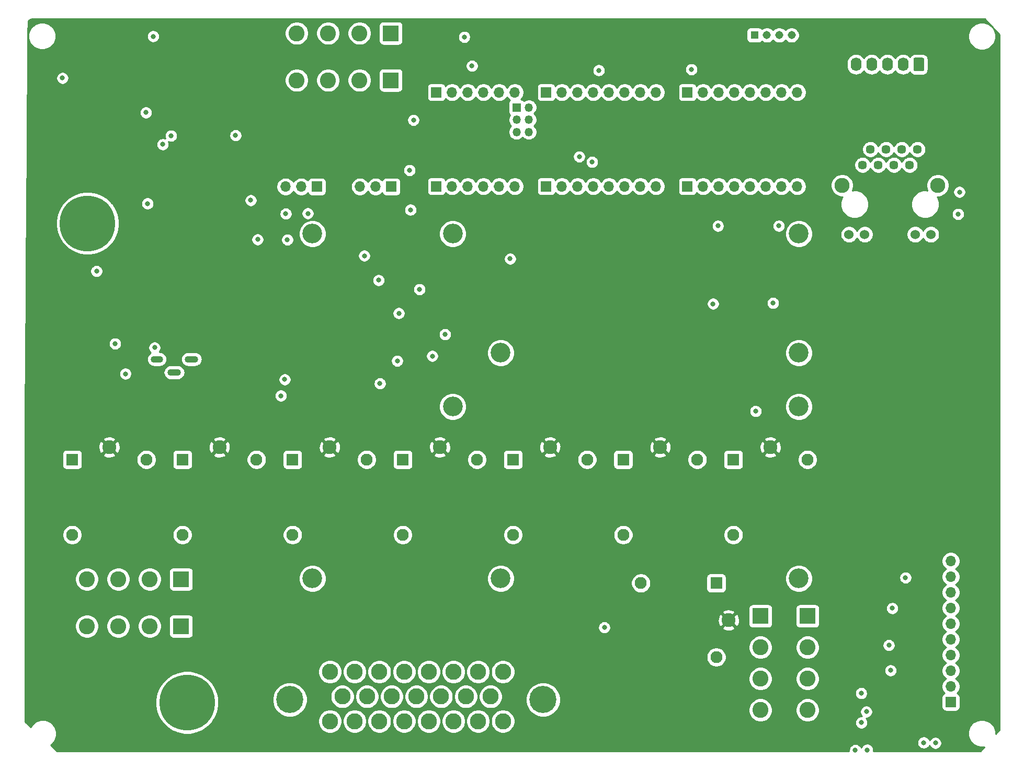
<source format=gbr>
%TF.GenerationSoftware,KiCad,Pcbnew,(5.1.10)-1*%
%TF.CreationDate,2022-11-19T08:35:39-06:00*%
%TF.ProjectId,RC10,52433130-2e6b-4696-9361-645f70636258,rev?*%
%TF.SameCoordinates,Original*%
%TF.FileFunction,Copper,L3,Inr*%
%TF.FilePolarity,Positive*%
%FSLAX46Y46*%
G04 Gerber Fmt 4.6, Leading zero omitted, Abs format (unit mm)*
G04 Created by KiCad (PCBNEW (5.1.10)-1) date 2022-11-19 08:35:39*
%MOMM*%
%LPD*%
G01*
G04 APERTURE LIST*
%TA.AperFunction,ComponentPad*%
%ADD10O,2.200000X1.100000*%
%TD*%
%TA.AperFunction,ComponentPad*%
%ADD11O,2.000000X1.100000*%
%TD*%
%TA.AperFunction,ComponentPad*%
%ADD12C,2.600000*%
%TD*%
%TA.AperFunction,ComponentPad*%
%ADD13R,2.600000X2.600000*%
%TD*%
%TA.AperFunction,ComponentPad*%
%ADD14O,1.740000X2.190000*%
%TD*%
%TA.AperFunction,ComponentPad*%
%ADD15C,3.200000*%
%TD*%
%TA.AperFunction,ComponentPad*%
%ADD16O,1.700000X1.700000*%
%TD*%
%TA.AperFunction,ComponentPad*%
%ADD17R,1.700000X1.700000*%
%TD*%
%TA.AperFunction,ComponentPad*%
%ADD18C,1.950000*%
%TD*%
%TA.AperFunction,ComponentPad*%
%ADD19C,2.250000*%
%TD*%
%TA.AperFunction,ComponentPad*%
%ADD20R,1.950000X1.950000*%
%TD*%
%TA.AperFunction,ComponentPad*%
%ADD21C,9.000000*%
%TD*%
%TA.AperFunction,ComponentPad*%
%ADD22C,1.308000*%
%TD*%
%TA.AperFunction,ComponentPad*%
%ADD23R,1.308000X1.308000*%
%TD*%
%TA.AperFunction,ComponentPad*%
%ADD24O,1.350000X1.350000*%
%TD*%
%TA.AperFunction,ComponentPad*%
%ADD25R,1.350000X1.350000*%
%TD*%
%TA.AperFunction,ComponentPad*%
%ADD26C,2.445000*%
%TD*%
%TA.AperFunction,ComponentPad*%
%ADD27C,1.530000*%
%TD*%
%TA.AperFunction,ComponentPad*%
%ADD28C,1.446000*%
%TD*%
%TA.AperFunction,ComponentPad*%
%ADD29C,4.395000*%
%TD*%
%TA.AperFunction,ComponentPad*%
%ADD30C,2.625000*%
%TD*%
%TA.AperFunction,ViaPad*%
%ADD31C,0.800000*%
%TD*%
%TA.AperFunction,Conductor*%
%ADD32C,0.254000*%
%TD*%
%TA.AperFunction,Conductor*%
%ADD33C,0.100000*%
%TD*%
G04 APERTURE END LIST*
D10*
%TO.N,GND*%
%TO.C,J9*%
X44780200Y-77969000D03*
X47580200Y-75819000D03*
D11*
X41980200Y-75819000D03*
%TD*%
D12*
%TO.N,GND*%
%TO.C,KF3*%
X64617600Y-30608400D03*
X64617600Y-22988400D03*
%TO.N,+3V3*%
X69697600Y-30608400D03*
X69697600Y-22988400D03*
%TO.N,Net-(KF3-Pad2)*%
X74777600Y-30608400D03*
X74777600Y-22988400D03*
D13*
%TO.N,Net-(KF3-Pad1)*%
X79857600Y-30608400D03*
X79857600Y-22988400D03*
%TD*%
D12*
%TO.N,Net-(J8-Pad22)*%
%TO.C,KF2*%
X147321400Y-132689600D03*
X139701400Y-132689600D03*
%TO.N,Net-(J8-Pad23)*%
X147321400Y-127609600D03*
X139701400Y-127609600D03*
%TO.N,Net-(J8-Pad15)*%
X147321400Y-122529600D03*
X139701400Y-122529600D03*
D13*
%TO.N,Net-(J8-Pad8)*%
X147321400Y-117449600D03*
X139701400Y-117449600D03*
%TD*%
D12*
%TO.N,GND*%
%TO.C,KF1*%
X30657800Y-119102000D03*
X30657800Y-111482000D03*
X35737800Y-119102000D03*
X35737800Y-111482000D03*
%TO.N,12V_In*%
X40817800Y-119102000D03*
X40817800Y-111482000D03*
D13*
X45897800Y-119102000D03*
X45897800Y-111482000D03*
%TD*%
D14*
%TO.N,IO37*%
%TO.C,J13*%
X155168600Y-28041600D03*
%TO.N,IO36*%
X157708600Y-28041600D03*
%TO.N,IO14*%
X160248600Y-28041600D03*
%TO.N,IO15*%
X162788600Y-28041600D03*
%TO.N,GND*%
%TA.AperFunction,ComponentPad*%
G36*
G01*
X166198600Y-27196599D02*
X166198600Y-28886601D01*
G75*
G02*
X165948601Y-29136600I-249999J0D01*
G01*
X164708599Y-29136600D01*
G75*
G02*
X164458600Y-28886601I0J249999D01*
G01*
X164458600Y-27196599D01*
G75*
G02*
X164708599Y-26946600I249999J0D01*
G01*
X165948601Y-26946600D01*
G75*
G02*
X166198600Y-27196599I0J-249999D01*
G01*
G37*
%TD.AperFunction*%
%TD*%
D15*
%TO.N,N/C*%
%TO.C,REF\u002A\u002A*%
X145887800Y-83485600D03*
X89887800Y-83485600D03*
X89887800Y-55485600D03*
X145887800Y-55485600D03*
X145887800Y-111365600D03*
X67147800Y-111365600D03*
X67147800Y-55485600D03*
X145887800Y-74785600D03*
X97627800Y-74785600D03*
X97627800Y-111365600D03*
%TD*%
D16*
%TO.N,Net-(J19-Pad10)*%
%TO.C,J19*%
X170510200Y-108534200D03*
%TO.N,Net-(J19-Pad9)*%
X170510200Y-111074200D03*
%TO.N,AIN1*%
X170510200Y-113614200D03*
%TO.N,AIN0*%
X170510200Y-116154200D03*
%TO.N,Net-(J19-Pad6)*%
X170510200Y-118694200D03*
%TO.N,+5V*%
X170510200Y-121234200D03*
%TO.N,Net-(IC3-Pad5)*%
X170510200Y-123774200D03*
%TO.N,Net-(IC3-Pad6)*%
X170510200Y-126314200D03*
%TO.N,GND*%
X170510200Y-128854200D03*
D17*
%TO.N,+5V*%
X170510200Y-131394200D03*
%TD*%
D16*
%TO.N,TX_CH340*%
%TO.C,J18*%
X74853800Y-47852800D03*
%TO.N,RX_ESP*%
X77393800Y-47852800D03*
D17*
%TO.N,TX_Teensy*%
X79933800Y-47852800D03*
%TD*%
D16*
%TO.N,RX_CH340*%
%TO.C,J10*%
X62814200Y-47852800D03*
%TO.N,TX_ESP*%
X65354200Y-47852800D03*
D17*
%TO.N,RX_Teensy*%
X67894200Y-47852800D03*
%TD*%
D18*
%TO.N,R3*%
%TO.C,RLY3*%
X63948732Y-104280600D03*
%TO.N,GND*%
X75948732Y-92080600D03*
D19*
%TO.N,+12V*%
X69948732Y-90080600D03*
D20*
%TO.N,Net-(RLY3-Pad1)*%
X63948732Y-92080600D03*
%TD*%
D21*
%TO.N,12V_In*%
%TO.C,J17*%
X46863000Y-131470400D03*
%TD*%
%TO.N,GND*%
%TO.C,J14*%
X30759400Y-53797200D03*
%TD*%
D22*
%TO.N,GND*%
%TO.C,J21*%
X144732000Y-23291800D03*
%TO.N,Net-(J21-Pad3)*%
X142732000Y-23291800D03*
%TO.N,IO36*%
X140732000Y-23291800D03*
D23*
%TO.N,IO37*%
X138732000Y-23291800D03*
%TD*%
D16*
%TO.N,GND*%
%TO.C,J16*%
X122783600Y-32562800D03*
%TO.N,Net-(J16-Pad7)*%
X120243600Y-32562800D03*
%TO.N,IO14*%
X117703600Y-32562800D03*
%TO.N,IO15*%
X115163600Y-32562800D03*
%TO.N,Net-(J16-Pad4)*%
X112623600Y-32562800D03*
%TO.N,Net-(J16-Pad3)*%
X110083600Y-32562800D03*
%TO.N,SDA*%
X107543600Y-32562800D03*
D17*
%TO.N,SCL*%
X105003600Y-32562800D03*
%TD*%
D16*
%TO.N,Net-(J15-Pad6)*%
%TO.C,J15*%
X99923600Y-32562800D03*
%TO.N,CTX1*%
X97383600Y-32562800D03*
%TO.N,CRX1*%
X94843600Y-32562800D03*
%TO.N,Net-(J15-Pad3)*%
X92303600Y-32562800D03*
%TO.N,GND*%
X89763600Y-32562800D03*
D17*
%TO.N,+5V*%
X87223600Y-32562800D03*
%TD*%
D16*
%TO.N,Net-(J6-Pad8)*%
%TO.C,J6*%
X122783600Y-47802800D03*
%TO.N,RLY5*%
X120243600Y-47802800D03*
%TO.N,RLY4*%
X117703600Y-47802800D03*
%TO.N,RLY3*%
X115163600Y-47802800D03*
%TO.N,RLY2*%
X112623600Y-47802800D03*
%TO.N,RLY1*%
X110083600Y-47802800D03*
%TO.N,Net-(J6-Pad2)*%
X107543600Y-47802800D03*
D17*
%TO.N,Net-(J6-Pad1)*%
X105003600Y-47802800D03*
%TD*%
D16*
%TO.N,Net-(J4-Pad6)*%
%TO.C,J4*%
X99923600Y-47802800D03*
%TO.N,Net-(J4-Pad5)*%
X97383600Y-47802800D03*
%TO.N,Net-(J4-Pad4)*%
X94843600Y-47802800D03*
%TO.N,TX_Teensy*%
X92303600Y-47802800D03*
%TO.N,RX_Teensy*%
X89763600Y-47802800D03*
D17*
%TO.N,GND*%
X87223600Y-47802800D03*
%TD*%
D24*
%TO.N,Net-(J11-Pad6)*%
%TO.C,J11*%
X102193600Y-39001200D03*
%TO.N,Net-(J11-Pad5)*%
X100193600Y-39001200D03*
%TO.N,GND*%
X102193600Y-37001200D03*
%TO.N,Net-(J11-Pad3)*%
X100193600Y-37001200D03*
%TO.N,Net-(J11-Pad2)*%
X102193600Y-35001200D03*
D25*
%TO.N,Net-(J11-Pad1)*%
X100193600Y-35001200D03*
%TD*%
D16*
%TO.N,Net-(J7-Pad8)*%
%TO.C,J7*%
X145643600Y-32562800D03*
%TO.N,Net-(J7-Pad7)*%
X143103600Y-32562800D03*
%TO.N,Net-(J7-Pad6)*%
X140563600Y-32562800D03*
%TO.N,IO36*%
X138023600Y-32562800D03*
%TO.N,IO37*%
X135483600Y-32562800D03*
%TO.N,Net-(J7-Pad3)*%
X132943600Y-32562800D03*
%TO.N,Net-(J7-Pad2)*%
X130403600Y-32562800D03*
D17*
%TO.N,Net-(J7-Pad1)*%
X127863600Y-32562800D03*
%TD*%
D16*
%TO.N,Net-(J5-Pad8)*%
%TO.C,J5*%
X145643600Y-47802800D03*
%TO.N,Net-(J5-Pad7)*%
X143103600Y-47802800D03*
%TO.N,Net-(J5-Pad6)*%
X140563600Y-47802800D03*
%TO.N,FlowPin2*%
X138023600Y-47802800D03*
%TO.N,FlowPin1*%
X135483600Y-47802800D03*
%TO.N,RLY8*%
X132943600Y-47802800D03*
%TO.N,RLY7*%
X130403600Y-47802800D03*
D17*
%TO.N,RLY6*%
X127863600Y-47802800D03*
%TD*%
D18*
%TO.N,R7*%
%TO.C,RLY7*%
X135305800Y-104280600D03*
%TO.N,GND*%
X147305800Y-92080600D03*
D19*
%TO.N,+12V*%
X141305800Y-90080600D03*
D20*
%TO.N,Net-(RLY7-Pad1)*%
X135305800Y-92080600D03*
%TD*%
D18*
%TO.N,R6*%
%TO.C,RLY6*%
X117466530Y-104280600D03*
%TO.N,GND*%
X129466530Y-92080600D03*
D19*
%TO.N,+12V*%
X123466530Y-90080600D03*
D20*
%TO.N,Net-(RLY6-Pad1)*%
X117466530Y-92080600D03*
%TD*%
D18*
%TO.N,R5*%
%TO.C,RLY5*%
X99627264Y-104280600D03*
%TO.N,GND*%
X111627264Y-92080600D03*
D19*
%TO.N,+12V*%
X105627264Y-90080600D03*
D20*
%TO.N,Net-(RLY5-Pad1)*%
X99627264Y-92080600D03*
%TD*%
D18*
%TO.N,R4*%
%TO.C,RLY4*%
X81787998Y-104280600D03*
%TO.N,GND*%
X93787998Y-92080600D03*
D19*
%TO.N,+12V*%
X87787998Y-90080600D03*
D20*
%TO.N,Net-(RLY4-Pad1)*%
X81787998Y-92080600D03*
%TD*%
D18*
%TO.N,R2*%
%TO.C,RLY2*%
X46109466Y-104280600D03*
%TO.N,GND*%
X58109466Y-92080600D03*
D19*
%TO.N,+12V*%
X52109466Y-90080600D03*
D20*
%TO.N,Net-(RLY2-Pad1)*%
X46109466Y-92080600D03*
%TD*%
D18*
%TO.N,R1*%
%TO.C,RLY1*%
X28270200Y-104280600D03*
%TO.N,GND*%
X40270200Y-92080600D03*
D19*
%TO.N,+12V*%
X34270200Y-90080600D03*
D20*
%TO.N,Net-(RLY1-Pad1)*%
X28270200Y-92080600D03*
%TD*%
D18*
%TO.N,R8*%
%TO.C,RLY8*%
X120337200Y-112115600D03*
%TO.N,GND*%
X132537200Y-124115600D03*
D19*
%TO.N,+12V*%
X134537200Y-118115600D03*
D20*
%TO.N,Net-(RLY8-Pad1)*%
X132537200Y-112115600D03*
%TD*%
D26*
%TO.N,GND*%
%TO.C,J12*%
X168400000Y-47648400D03*
X152910000Y-47648400D03*
D27*
%TO.N,Net-(J12-Pad12)*%
X167280000Y-55598400D03*
%TO.N,GND*%
X164740000Y-55598400D03*
X156570000Y-55598400D03*
%TO.N,Net-(J11-Pad3)*%
X154030000Y-55598400D03*
D28*
%TO.N,GND*%
X165100000Y-41808400D03*
%TO.N,Net-(J12-Pad7)*%
X163830000Y-44348400D03*
%TO.N,Net-(J11-Pad2)*%
X162560000Y-41808400D03*
%TO.N,Net-(C8-Pad1)*%
X161290000Y-44348400D03*
X160020000Y-41808400D03*
%TO.N,Net-(J11-Pad1)*%
X158750000Y-44348400D03*
%TO.N,Net-(J11-Pad5)*%
X157480000Y-41808400D03*
%TO.N,Net-(J11-Pad6)*%
X156210000Y-44348400D03*
%TD*%
D29*
%TO.N,Net-(J8-PadMH2)*%
%TO.C,J8*%
X104500000Y-131000000D03*
%TO.N,Net-(J8-PadMH1)*%
X63500000Y-131000000D03*
D30*
%TO.N,Net-(J8-Pad23)*%
X98000000Y-134500000D03*
%TO.N,Net-(J8-Pad22)*%
X94000000Y-134500000D03*
%TO.N,AIN0*%
X90000000Y-134500000D03*
%TO.N,AIN1*%
X86000000Y-134500000D03*
%TO.N,GND*%
X82000000Y-134500000D03*
X78000000Y-134500000D03*
%TO.N,12V_In*%
X74000000Y-134500000D03*
X70000000Y-134500000D03*
%TO.N,Net-(J8-Pad15)*%
X96000000Y-130500000D03*
%TO.N,Sensor1*%
X92000000Y-130500000D03*
%TO.N,Sensor2*%
X88000000Y-130500000D03*
%TO.N,GND*%
X84000000Y-130500000D03*
%TO.N,+5V*%
X80000000Y-130500000D03*
X76000000Y-130500000D03*
%TO.N,R1*%
X72000000Y-130500000D03*
%TO.N,Net-(J8-Pad8)*%
X98000000Y-126500000D03*
%TO.N,R8*%
X94000000Y-126500000D03*
%TO.N,R7*%
X90000000Y-126500000D03*
%TO.N,R6*%
X86000000Y-126500000D03*
%TO.N,R5*%
X82000000Y-126500000D03*
%TO.N,R4*%
X78000000Y-126500000D03*
%TO.N,R3*%
X74000000Y-126500000D03*
%TO.N,R2*%
X70000000Y-126500000D03*
%TD*%
D31*
%TO.N,GND*%
X36880800Y-78181200D03*
X35229800Y-73304400D03*
X171907200Y-48717200D03*
X54711600Y-39547800D03*
X42926000Y-40995600D03*
X40208200Y-35839400D03*
X132809000Y-54203600D03*
X142664200Y-54203600D03*
X40462200Y-50596800D03*
X26695400Y-30251400D03*
X84505800Y-64490600D03*
X114424065Y-119300865D03*
X128523996Y-28854400D03*
X77876400Y-63017400D03*
X75565000Y-59055000D03*
X80898998Y-76098400D03*
X81153000Y-68376800D03*
X57175400Y-50063400D03*
X138912600Y-84251800D03*
X86563200Y-75311000D03*
X78079600Y-79756000D03*
X99161600Y-59537600D03*
X166116000Y-137972800D03*
X32207200Y-61544200D03*
X155041600Y-139192000D03*
X161035798Y-116179398D03*
X113512600Y-29006800D03*
%TO.N,+12V*%
X96621600Y-71678800D03*
X28473400Y-128625600D03*
X30683200Y-128625600D03*
X43662600Y-50292000D03*
X28473400Y-130251200D03*
X30683200Y-130251200D03*
%TO.N,+5V*%
X160477200Y-122174000D03*
X41376600Y-23495000D03*
X44272200Y-39598600D03*
X88620600Y-71805800D03*
X41605200Y-73939400D03*
X171678600Y-52298600D03*
X141732004Y-66725800D03*
X132015218Y-66841382D03*
X163169600Y-111226600D03*
X168021000Y-138023600D03*
X156972000Y-139141200D03*
%TO.N,GND*%
X91744800Y-23596600D03*
X92989400Y-28270200D03*
X83515200Y-37058600D03*
X156006800Y-129971800D03*
%TO.N,+5V*%
X160754163Y-126264087D03*
%TO.N,+3V3*%
X83032600Y-51612800D03*
X82880200Y-45186600D03*
%TO.N,SCL*%
X110355937Y-42983863D03*
%TO.N,SDA*%
X112436037Y-43856210D03*
%TO.N,EN*%
X62054717Y-81739810D03*
X62673807Y-79103454D03*
%TO.N,IO0*%
X58293000Y-56413400D03*
X63106609Y-56462340D03*
%TO.N,TX_CH340*%
X66421000Y-52197000D03*
X62839600Y-52247800D03*
%TO.N,AIN1*%
X156032200Y-134721600D03*
X156845000Y-132943600D03*
%TD*%
D32*
%TO.N,+12V*%
X178340000Y-23187367D02*
X178340001Y-135903213D01*
X177749000Y-136578098D01*
X177749000Y-136246472D01*
X177663110Y-135814675D01*
X177494631Y-135407931D01*
X177250038Y-135041871D01*
X176938729Y-134730562D01*
X176572669Y-134485969D01*
X176165925Y-134317490D01*
X175734128Y-134231600D01*
X175293872Y-134231600D01*
X174862075Y-134317490D01*
X174455331Y-134485969D01*
X174089271Y-134730562D01*
X173777962Y-135041871D01*
X173533369Y-135407931D01*
X173364890Y-135814675D01*
X173279000Y-136246472D01*
X173279000Y-136686728D01*
X173364890Y-137118525D01*
X173533369Y-137525269D01*
X173777962Y-137891329D01*
X174089271Y-138202638D01*
X174455331Y-138447231D01*
X174862075Y-138615710D01*
X175293872Y-138701600D01*
X175734128Y-138701600D01*
X175922195Y-138664191D01*
X175330385Y-139340000D01*
X157987733Y-139340000D01*
X158007000Y-139243139D01*
X158007000Y-139039261D01*
X157967226Y-138839302D01*
X157889205Y-138650944D01*
X157775937Y-138481426D01*
X157631774Y-138337263D01*
X157462256Y-138223995D01*
X157273898Y-138145974D01*
X157073939Y-138106200D01*
X156870061Y-138106200D01*
X156670102Y-138145974D01*
X156481744Y-138223995D01*
X156312226Y-138337263D01*
X156168063Y-138481426D01*
X156054795Y-138650944D01*
X155996279Y-138792213D01*
X155958805Y-138701744D01*
X155845537Y-138532226D01*
X155701374Y-138388063D01*
X155531856Y-138274795D01*
X155343498Y-138196774D01*
X155143539Y-138157000D01*
X154939661Y-138157000D01*
X154739702Y-138196774D01*
X154551344Y-138274795D01*
X154381826Y-138388063D01*
X154237663Y-138532226D01*
X154124395Y-138701744D01*
X154046374Y-138890102D01*
X154006600Y-139090061D01*
X154006600Y-139293939D01*
X154015762Y-139340000D01*
X25839271Y-139340000D01*
X24776468Y-138366134D01*
X24945129Y-138253438D01*
X25256438Y-137942129D01*
X25304057Y-137870861D01*
X165081000Y-137870861D01*
X165081000Y-138074739D01*
X165120774Y-138274698D01*
X165198795Y-138463056D01*
X165312063Y-138632574D01*
X165456226Y-138776737D01*
X165625744Y-138890005D01*
X165814102Y-138968026D01*
X166014061Y-139007800D01*
X166217939Y-139007800D01*
X166417898Y-138968026D01*
X166606256Y-138890005D01*
X166775774Y-138776737D01*
X166919937Y-138632574D01*
X167033205Y-138463056D01*
X167057979Y-138403247D01*
X167103795Y-138513856D01*
X167217063Y-138683374D01*
X167361226Y-138827537D01*
X167530744Y-138940805D01*
X167719102Y-139018826D01*
X167919061Y-139058600D01*
X168122939Y-139058600D01*
X168322898Y-139018826D01*
X168511256Y-138940805D01*
X168680774Y-138827537D01*
X168824937Y-138683374D01*
X168938205Y-138513856D01*
X169016226Y-138325498D01*
X169056000Y-138125539D01*
X169056000Y-137921661D01*
X169016226Y-137721702D01*
X168938205Y-137533344D01*
X168824937Y-137363826D01*
X168680774Y-137219663D01*
X168511256Y-137106395D01*
X168322898Y-137028374D01*
X168122939Y-136988600D01*
X167919061Y-136988600D01*
X167719102Y-137028374D01*
X167530744Y-137106395D01*
X167361226Y-137219663D01*
X167217063Y-137363826D01*
X167103795Y-137533344D01*
X167079021Y-137593153D01*
X167033205Y-137482544D01*
X166919937Y-137313026D01*
X166775774Y-137168863D01*
X166606256Y-137055595D01*
X166417898Y-136977574D01*
X166217939Y-136937800D01*
X166014061Y-136937800D01*
X165814102Y-136977574D01*
X165625744Y-137055595D01*
X165456226Y-137168863D01*
X165312063Y-137313026D01*
X165198795Y-137482544D01*
X165120774Y-137670902D01*
X165081000Y-137870861D01*
X25304057Y-137870861D01*
X25501031Y-137576069D01*
X25669510Y-137169325D01*
X25755400Y-136737528D01*
X25755400Y-136297272D01*
X25669510Y-135865475D01*
X25501031Y-135458731D01*
X25256438Y-135092671D01*
X24945129Y-134781362D01*
X24579069Y-134536769D01*
X24172325Y-134368290D01*
X23740528Y-134282400D01*
X23300272Y-134282400D01*
X22868475Y-134368290D01*
X22461731Y-134536769D01*
X22095671Y-134781362D01*
X21784362Y-135092671D01*
X21563990Y-135422482D01*
X20660000Y-134594140D01*
X20660000Y-130964647D01*
X41728000Y-130964647D01*
X41728000Y-131976153D01*
X41925335Y-132968224D01*
X42312422Y-133902735D01*
X42874385Y-134743772D01*
X43589628Y-135459015D01*
X44430665Y-136020978D01*
X45365176Y-136408065D01*
X46357247Y-136605400D01*
X47368753Y-136605400D01*
X48360824Y-136408065D01*
X49295335Y-136020978D01*
X50136372Y-135459015D01*
X50851615Y-134743772D01*
X51142662Y-134308188D01*
X68052500Y-134308188D01*
X68052500Y-134691812D01*
X68127341Y-135068065D01*
X68274148Y-135422487D01*
X68487278Y-135741459D01*
X68758541Y-136012722D01*
X69077513Y-136225852D01*
X69431935Y-136372659D01*
X69808188Y-136447500D01*
X70191812Y-136447500D01*
X70568065Y-136372659D01*
X70922487Y-136225852D01*
X71241459Y-136012722D01*
X71512722Y-135741459D01*
X71725852Y-135422487D01*
X71872659Y-135068065D01*
X71947500Y-134691812D01*
X71947500Y-134308188D01*
X72052500Y-134308188D01*
X72052500Y-134691812D01*
X72127341Y-135068065D01*
X72274148Y-135422487D01*
X72487278Y-135741459D01*
X72758541Y-136012722D01*
X73077513Y-136225852D01*
X73431935Y-136372659D01*
X73808188Y-136447500D01*
X74191812Y-136447500D01*
X74568065Y-136372659D01*
X74922487Y-136225852D01*
X75241459Y-136012722D01*
X75512722Y-135741459D01*
X75725852Y-135422487D01*
X75872659Y-135068065D01*
X75947500Y-134691812D01*
X75947500Y-134308188D01*
X76052500Y-134308188D01*
X76052500Y-134691812D01*
X76127341Y-135068065D01*
X76274148Y-135422487D01*
X76487278Y-135741459D01*
X76758541Y-136012722D01*
X77077513Y-136225852D01*
X77431935Y-136372659D01*
X77808188Y-136447500D01*
X78191812Y-136447500D01*
X78568065Y-136372659D01*
X78922487Y-136225852D01*
X79241459Y-136012722D01*
X79512722Y-135741459D01*
X79725852Y-135422487D01*
X79872659Y-135068065D01*
X79947500Y-134691812D01*
X79947500Y-134308188D01*
X80052500Y-134308188D01*
X80052500Y-134691812D01*
X80127341Y-135068065D01*
X80274148Y-135422487D01*
X80487278Y-135741459D01*
X80758541Y-136012722D01*
X81077513Y-136225852D01*
X81431935Y-136372659D01*
X81808188Y-136447500D01*
X82191812Y-136447500D01*
X82568065Y-136372659D01*
X82922487Y-136225852D01*
X83241459Y-136012722D01*
X83512722Y-135741459D01*
X83725852Y-135422487D01*
X83872659Y-135068065D01*
X83947500Y-134691812D01*
X83947500Y-134308188D01*
X84052500Y-134308188D01*
X84052500Y-134691812D01*
X84127341Y-135068065D01*
X84274148Y-135422487D01*
X84487278Y-135741459D01*
X84758541Y-136012722D01*
X85077513Y-136225852D01*
X85431935Y-136372659D01*
X85808188Y-136447500D01*
X86191812Y-136447500D01*
X86568065Y-136372659D01*
X86922487Y-136225852D01*
X87241459Y-136012722D01*
X87512722Y-135741459D01*
X87725852Y-135422487D01*
X87872659Y-135068065D01*
X87947500Y-134691812D01*
X87947500Y-134308188D01*
X88052500Y-134308188D01*
X88052500Y-134691812D01*
X88127341Y-135068065D01*
X88274148Y-135422487D01*
X88487278Y-135741459D01*
X88758541Y-136012722D01*
X89077513Y-136225852D01*
X89431935Y-136372659D01*
X89808188Y-136447500D01*
X90191812Y-136447500D01*
X90568065Y-136372659D01*
X90922487Y-136225852D01*
X91241459Y-136012722D01*
X91512722Y-135741459D01*
X91725852Y-135422487D01*
X91872659Y-135068065D01*
X91947500Y-134691812D01*
X91947500Y-134308188D01*
X92052500Y-134308188D01*
X92052500Y-134691812D01*
X92127341Y-135068065D01*
X92274148Y-135422487D01*
X92487278Y-135741459D01*
X92758541Y-136012722D01*
X93077513Y-136225852D01*
X93431935Y-136372659D01*
X93808188Y-136447500D01*
X94191812Y-136447500D01*
X94568065Y-136372659D01*
X94922487Y-136225852D01*
X95241459Y-136012722D01*
X95512722Y-135741459D01*
X95725852Y-135422487D01*
X95872659Y-135068065D01*
X95947500Y-134691812D01*
X95947500Y-134308188D01*
X96052500Y-134308188D01*
X96052500Y-134691812D01*
X96127341Y-135068065D01*
X96274148Y-135422487D01*
X96487278Y-135741459D01*
X96758541Y-136012722D01*
X97077513Y-136225852D01*
X97431935Y-136372659D01*
X97808188Y-136447500D01*
X98191812Y-136447500D01*
X98568065Y-136372659D01*
X98922487Y-136225852D01*
X99241459Y-136012722D01*
X99512722Y-135741459D01*
X99725852Y-135422487D01*
X99872659Y-135068065D01*
X99947500Y-134691812D01*
X99947500Y-134308188D01*
X99872659Y-133931935D01*
X99725852Y-133577513D01*
X99512722Y-133258541D01*
X99241459Y-132987278D01*
X98922487Y-132774148D01*
X98568065Y-132627341D01*
X98191812Y-132552500D01*
X97808188Y-132552500D01*
X97431935Y-132627341D01*
X97077513Y-132774148D01*
X96758541Y-132987278D01*
X96487278Y-133258541D01*
X96274148Y-133577513D01*
X96127341Y-133931935D01*
X96052500Y-134308188D01*
X95947500Y-134308188D01*
X95872659Y-133931935D01*
X95725852Y-133577513D01*
X95512722Y-133258541D01*
X95241459Y-132987278D01*
X94922487Y-132774148D01*
X94568065Y-132627341D01*
X94191812Y-132552500D01*
X93808188Y-132552500D01*
X93431935Y-132627341D01*
X93077513Y-132774148D01*
X92758541Y-132987278D01*
X92487278Y-133258541D01*
X92274148Y-133577513D01*
X92127341Y-133931935D01*
X92052500Y-134308188D01*
X91947500Y-134308188D01*
X91872659Y-133931935D01*
X91725852Y-133577513D01*
X91512722Y-133258541D01*
X91241459Y-132987278D01*
X90922487Y-132774148D01*
X90568065Y-132627341D01*
X90191812Y-132552500D01*
X89808188Y-132552500D01*
X89431935Y-132627341D01*
X89077513Y-132774148D01*
X88758541Y-132987278D01*
X88487278Y-133258541D01*
X88274148Y-133577513D01*
X88127341Y-133931935D01*
X88052500Y-134308188D01*
X87947500Y-134308188D01*
X87872659Y-133931935D01*
X87725852Y-133577513D01*
X87512722Y-133258541D01*
X87241459Y-132987278D01*
X86922487Y-132774148D01*
X86568065Y-132627341D01*
X86191812Y-132552500D01*
X85808188Y-132552500D01*
X85431935Y-132627341D01*
X85077513Y-132774148D01*
X84758541Y-132987278D01*
X84487278Y-133258541D01*
X84274148Y-133577513D01*
X84127341Y-133931935D01*
X84052500Y-134308188D01*
X83947500Y-134308188D01*
X83872659Y-133931935D01*
X83725852Y-133577513D01*
X83512722Y-133258541D01*
X83241459Y-132987278D01*
X82922487Y-132774148D01*
X82568065Y-132627341D01*
X82191812Y-132552500D01*
X81808188Y-132552500D01*
X81431935Y-132627341D01*
X81077513Y-132774148D01*
X80758541Y-132987278D01*
X80487278Y-133258541D01*
X80274148Y-133577513D01*
X80127341Y-133931935D01*
X80052500Y-134308188D01*
X79947500Y-134308188D01*
X79872659Y-133931935D01*
X79725852Y-133577513D01*
X79512722Y-133258541D01*
X79241459Y-132987278D01*
X78922487Y-132774148D01*
X78568065Y-132627341D01*
X78191812Y-132552500D01*
X77808188Y-132552500D01*
X77431935Y-132627341D01*
X77077513Y-132774148D01*
X76758541Y-132987278D01*
X76487278Y-133258541D01*
X76274148Y-133577513D01*
X76127341Y-133931935D01*
X76052500Y-134308188D01*
X75947500Y-134308188D01*
X75872659Y-133931935D01*
X75725852Y-133577513D01*
X75512722Y-133258541D01*
X75241459Y-132987278D01*
X74922487Y-132774148D01*
X74568065Y-132627341D01*
X74191812Y-132552500D01*
X73808188Y-132552500D01*
X73431935Y-132627341D01*
X73077513Y-132774148D01*
X72758541Y-132987278D01*
X72487278Y-133258541D01*
X72274148Y-133577513D01*
X72127341Y-133931935D01*
X72052500Y-134308188D01*
X71947500Y-134308188D01*
X71872659Y-133931935D01*
X71725852Y-133577513D01*
X71512722Y-133258541D01*
X71241459Y-132987278D01*
X70922487Y-132774148D01*
X70568065Y-132627341D01*
X70191812Y-132552500D01*
X69808188Y-132552500D01*
X69431935Y-132627341D01*
X69077513Y-132774148D01*
X68758541Y-132987278D01*
X68487278Y-133258541D01*
X68274148Y-133577513D01*
X68127341Y-133931935D01*
X68052500Y-134308188D01*
X51142662Y-134308188D01*
X51413578Y-133902735D01*
X51800665Y-132968224D01*
X51998000Y-131976153D01*
X51998000Y-130964647D01*
X51949541Y-130721023D01*
X60667500Y-130721023D01*
X60667500Y-131278977D01*
X60776352Y-131826210D01*
X60989871Y-132341692D01*
X61299854Y-132805613D01*
X61694387Y-133200146D01*
X62158308Y-133510129D01*
X62673790Y-133723648D01*
X63221023Y-133832500D01*
X63778977Y-133832500D01*
X64326210Y-133723648D01*
X64841692Y-133510129D01*
X65305613Y-133200146D01*
X65700146Y-132805613D01*
X66010129Y-132341692D01*
X66223648Y-131826210D01*
X66332500Y-131278977D01*
X66332500Y-130721023D01*
X66250382Y-130308188D01*
X70052500Y-130308188D01*
X70052500Y-130691812D01*
X70127341Y-131068065D01*
X70274148Y-131422487D01*
X70487278Y-131741459D01*
X70758541Y-132012722D01*
X71077513Y-132225852D01*
X71431935Y-132372659D01*
X71808188Y-132447500D01*
X72191812Y-132447500D01*
X72568065Y-132372659D01*
X72922487Y-132225852D01*
X73241459Y-132012722D01*
X73512722Y-131741459D01*
X73725852Y-131422487D01*
X73872659Y-131068065D01*
X73947500Y-130691812D01*
X73947500Y-130308188D01*
X74052500Y-130308188D01*
X74052500Y-130691812D01*
X74127341Y-131068065D01*
X74274148Y-131422487D01*
X74487278Y-131741459D01*
X74758541Y-132012722D01*
X75077513Y-132225852D01*
X75431935Y-132372659D01*
X75808188Y-132447500D01*
X76191812Y-132447500D01*
X76568065Y-132372659D01*
X76922487Y-132225852D01*
X77241459Y-132012722D01*
X77512722Y-131741459D01*
X77725852Y-131422487D01*
X77872659Y-131068065D01*
X77947500Y-130691812D01*
X77947500Y-130308188D01*
X78052500Y-130308188D01*
X78052500Y-130691812D01*
X78127341Y-131068065D01*
X78274148Y-131422487D01*
X78487278Y-131741459D01*
X78758541Y-132012722D01*
X79077513Y-132225852D01*
X79431935Y-132372659D01*
X79808188Y-132447500D01*
X80191812Y-132447500D01*
X80568065Y-132372659D01*
X80922487Y-132225852D01*
X81241459Y-132012722D01*
X81512722Y-131741459D01*
X81725852Y-131422487D01*
X81872659Y-131068065D01*
X81947500Y-130691812D01*
X81947500Y-130308188D01*
X82052500Y-130308188D01*
X82052500Y-130691812D01*
X82127341Y-131068065D01*
X82274148Y-131422487D01*
X82487278Y-131741459D01*
X82758541Y-132012722D01*
X83077513Y-132225852D01*
X83431935Y-132372659D01*
X83808188Y-132447500D01*
X84191812Y-132447500D01*
X84568065Y-132372659D01*
X84922487Y-132225852D01*
X85241459Y-132012722D01*
X85512722Y-131741459D01*
X85725852Y-131422487D01*
X85872659Y-131068065D01*
X85947500Y-130691812D01*
X85947500Y-130308188D01*
X86052500Y-130308188D01*
X86052500Y-130691812D01*
X86127341Y-131068065D01*
X86274148Y-131422487D01*
X86487278Y-131741459D01*
X86758541Y-132012722D01*
X87077513Y-132225852D01*
X87431935Y-132372659D01*
X87808188Y-132447500D01*
X88191812Y-132447500D01*
X88568065Y-132372659D01*
X88922487Y-132225852D01*
X89241459Y-132012722D01*
X89512722Y-131741459D01*
X89725852Y-131422487D01*
X89872659Y-131068065D01*
X89947500Y-130691812D01*
X89947500Y-130308188D01*
X90052500Y-130308188D01*
X90052500Y-130691812D01*
X90127341Y-131068065D01*
X90274148Y-131422487D01*
X90487278Y-131741459D01*
X90758541Y-132012722D01*
X91077513Y-132225852D01*
X91431935Y-132372659D01*
X91808188Y-132447500D01*
X92191812Y-132447500D01*
X92568065Y-132372659D01*
X92922487Y-132225852D01*
X93241459Y-132012722D01*
X93512722Y-131741459D01*
X93725852Y-131422487D01*
X93872659Y-131068065D01*
X93947500Y-130691812D01*
X93947500Y-130308188D01*
X94052500Y-130308188D01*
X94052500Y-130691812D01*
X94127341Y-131068065D01*
X94274148Y-131422487D01*
X94487278Y-131741459D01*
X94758541Y-132012722D01*
X95077513Y-132225852D01*
X95431935Y-132372659D01*
X95808188Y-132447500D01*
X96191812Y-132447500D01*
X96568065Y-132372659D01*
X96922487Y-132225852D01*
X97241459Y-132012722D01*
X97512722Y-131741459D01*
X97725852Y-131422487D01*
X97872659Y-131068065D01*
X97941689Y-130721023D01*
X101667500Y-130721023D01*
X101667500Y-131278977D01*
X101776352Y-131826210D01*
X101989871Y-132341692D01*
X102299854Y-132805613D01*
X102694387Y-133200146D01*
X103158308Y-133510129D01*
X103673790Y-133723648D01*
X104221023Y-133832500D01*
X104778977Y-133832500D01*
X105326210Y-133723648D01*
X105841692Y-133510129D01*
X106305613Y-133200146D01*
X106700146Y-132805613D01*
X106905006Y-132499019D01*
X137766400Y-132499019D01*
X137766400Y-132880181D01*
X137840761Y-133254019D01*
X137986625Y-133606166D01*
X138198387Y-133923091D01*
X138467909Y-134192613D01*
X138784834Y-134404375D01*
X139136981Y-134550239D01*
X139510819Y-134624600D01*
X139891981Y-134624600D01*
X140265819Y-134550239D01*
X140617966Y-134404375D01*
X140934891Y-134192613D01*
X141204413Y-133923091D01*
X141416175Y-133606166D01*
X141562039Y-133254019D01*
X141636400Y-132880181D01*
X141636400Y-132499019D01*
X145386400Y-132499019D01*
X145386400Y-132880181D01*
X145460761Y-133254019D01*
X145606625Y-133606166D01*
X145818387Y-133923091D01*
X146087909Y-134192613D01*
X146404834Y-134404375D01*
X146756981Y-134550239D01*
X147130819Y-134624600D01*
X147511981Y-134624600D01*
X147536811Y-134619661D01*
X154997200Y-134619661D01*
X154997200Y-134823539D01*
X155036974Y-135023498D01*
X155114995Y-135211856D01*
X155228263Y-135381374D01*
X155372426Y-135525537D01*
X155541944Y-135638805D01*
X155730302Y-135716826D01*
X155930261Y-135756600D01*
X156134139Y-135756600D01*
X156334098Y-135716826D01*
X156522456Y-135638805D01*
X156691974Y-135525537D01*
X156836137Y-135381374D01*
X156949405Y-135211856D01*
X157027426Y-135023498D01*
X157067200Y-134823539D01*
X157067200Y-134619661D01*
X157027426Y-134419702D01*
X156949405Y-134231344D01*
X156836137Y-134061826D01*
X156752911Y-133978600D01*
X156946939Y-133978600D01*
X157146898Y-133938826D01*
X157335256Y-133860805D01*
X157504774Y-133747537D01*
X157648937Y-133603374D01*
X157762205Y-133433856D01*
X157840226Y-133245498D01*
X157880000Y-133045539D01*
X157880000Y-132841661D01*
X157840226Y-132641702D01*
X157762205Y-132453344D01*
X157648937Y-132283826D01*
X157504774Y-132139663D01*
X157335256Y-132026395D01*
X157146898Y-131948374D01*
X156946939Y-131908600D01*
X156743061Y-131908600D01*
X156543102Y-131948374D01*
X156354744Y-132026395D01*
X156185226Y-132139663D01*
X156041063Y-132283826D01*
X155927795Y-132453344D01*
X155849774Y-132641702D01*
X155810000Y-132841661D01*
X155810000Y-133045539D01*
X155849774Y-133245498D01*
X155927795Y-133433856D01*
X156041063Y-133603374D01*
X156124289Y-133686600D01*
X155930261Y-133686600D01*
X155730302Y-133726374D01*
X155541944Y-133804395D01*
X155372426Y-133917663D01*
X155228263Y-134061826D01*
X155114995Y-134231344D01*
X155036974Y-134419702D01*
X154997200Y-134619661D01*
X147536811Y-134619661D01*
X147885819Y-134550239D01*
X148237966Y-134404375D01*
X148554891Y-134192613D01*
X148824413Y-133923091D01*
X149036175Y-133606166D01*
X149182039Y-133254019D01*
X149256400Y-132880181D01*
X149256400Y-132499019D01*
X149182039Y-132125181D01*
X149036175Y-131773034D01*
X148824413Y-131456109D01*
X148554891Y-131186587D01*
X148237966Y-130974825D01*
X147885819Y-130828961D01*
X147511981Y-130754600D01*
X147130819Y-130754600D01*
X146756981Y-130828961D01*
X146404834Y-130974825D01*
X146087909Y-131186587D01*
X145818387Y-131456109D01*
X145606625Y-131773034D01*
X145460761Y-132125181D01*
X145386400Y-132499019D01*
X141636400Y-132499019D01*
X141562039Y-132125181D01*
X141416175Y-131773034D01*
X141204413Y-131456109D01*
X140934891Y-131186587D01*
X140617966Y-130974825D01*
X140265819Y-130828961D01*
X139891981Y-130754600D01*
X139510819Y-130754600D01*
X139136981Y-130828961D01*
X138784834Y-130974825D01*
X138467909Y-131186587D01*
X138198387Y-131456109D01*
X137986625Y-131773034D01*
X137840761Y-132125181D01*
X137766400Y-132499019D01*
X106905006Y-132499019D01*
X107010129Y-132341692D01*
X107223648Y-131826210D01*
X107332500Y-131278977D01*
X107332500Y-130721023D01*
X107223648Y-130173790D01*
X107097757Y-129869861D01*
X154971800Y-129869861D01*
X154971800Y-130073739D01*
X155011574Y-130273698D01*
X155089595Y-130462056D01*
X155202863Y-130631574D01*
X155347026Y-130775737D01*
X155516544Y-130889005D01*
X155704902Y-130967026D01*
X155904861Y-131006800D01*
X156108739Y-131006800D01*
X156308698Y-130967026D01*
X156497056Y-130889005D01*
X156666574Y-130775737D01*
X156810737Y-130631574D01*
X156869118Y-130544200D01*
X169022128Y-130544200D01*
X169022128Y-132244200D01*
X169034388Y-132368682D01*
X169070698Y-132488380D01*
X169129663Y-132598694D01*
X169209015Y-132695385D01*
X169305706Y-132774737D01*
X169416020Y-132833702D01*
X169535718Y-132870012D01*
X169660200Y-132882272D01*
X171360200Y-132882272D01*
X171484682Y-132870012D01*
X171604380Y-132833702D01*
X171714694Y-132774737D01*
X171811385Y-132695385D01*
X171890737Y-132598694D01*
X171949702Y-132488380D01*
X171986012Y-132368682D01*
X171998272Y-132244200D01*
X171998272Y-130544200D01*
X171986012Y-130419718D01*
X171949702Y-130300020D01*
X171890737Y-130189706D01*
X171811385Y-130093015D01*
X171714694Y-130013663D01*
X171604380Y-129954698D01*
X171531820Y-129932687D01*
X171663675Y-129800832D01*
X171826190Y-129557611D01*
X171938132Y-129287358D01*
X171995200Y-129000460D01*
X171995200Y-128707940D01*
X171938132Y-128421042D01*
X171826190Y-128150789D01*
X171663675Y-127907568D01*
X171456832Y-127700725D01*
X171282440Y-127584200D01*
X171456832Y-127467675D01*
X171663675Y-127260832D01*
X171826190Y-127017611D01*
X171938132Y-126747358D01*
X171995200Y-126460460D01*
X171995200Y-126167940D01*
X171938132Y-125881042D01*
X171826190Y-125610789D01*
X171663675Y-125367568D01*
X171456832Y-125160725D01*
X171282440Y-125044200D01*
X171456832Y-124927675D01*
X171663675Y-124720832D01*
X171826190Y-124477611D01*
X171938132Y-124207358D01*
X171995200Y-123920460D01*
X171995200Y-123627940D01*
X171938132Y-123341042D01*
X171826190Y-123070789D01*
X171663675Y-122827568D01*
X171456832Y-122620725D01*
X171282440Y-122504200D01*
X171456832Y-122387675D01*
X171663675Y-122180832D01*
X171826190Y-121937611D01*
X171938132Y-121667358D01*
X171995200Y-121380460D01*
X171995200Y-121087940D01*
X171938132Y-120801042D01*
X171826190Y-120530789D01*
X171663675Y-120287568D01*
X171456832Y-120080725D01*
X171282440Y-119964200D01*
X171456832Y-119847675D01*
X171663675Y-119640832D01*
X171826190Y-119397611D01*
X171938132Y-119127358D01*
X171995200Y-118840460D01*
X171995200Y-118547940D01*
X171938132Y-118261042D01*
X171826190Y-117990789D01*
X171663675Y-117747568D01*
X171456832Y-117540725D01*
X171282440Y-117424200D01*
X171456832Y-117307675D01*
X171663675Y-117100832D01*
X171826190Y-116857611D01*
X171938132Y-116587358D01*
X171995200Y-116300460D01*
X171995200Y-116007940D01*
X171938132Y-115721042D01*
X171826190Y-115450789D01*
X171663675Y-115207568D01*
X171456832Y-115000725D01*
X171282440Y-114884200D01*
X171456832Y-114767675D01*
X171663675Y-114560832D01*
X171826190Y-114317611D01*
X171938132Y-114047358D01*
X171995200Y-113760460D01*
X171995200Y-113467940D01*
X171938132Y-113181042D01*
X171826190Y-112910789D01*
X171663675Y-112667568D01*
X171456832Y-112460725D01*
X171282440Y-112344200D01*
X171456832Y-112227675D01*
X171663675Y-112020832D01*
X171826190Y-111777611D01*
X171938132Y-111507358D01*
X171995200Y-111220460D01*
X171995200Y-110927940D01*
X171938132Y-110641042D01*
X171826190Y-110370789D01*
X171663675Y-110127568D01*
X171456832Y-109920725D01*
X171282440Y-109804200D01*
X171456832Y-109687675D01*
X171663675Y-109480832D01*
X171826190Y-109237611D01*
X171938132Y-108967358D01*
X171995200Y-108680460D01*
X171995200Y-108387940D01*
X171938132Y-108101042D01*
X171826190Y-107830789D01*
X171663675Y-107587568D01*
X171456832Y-107380725D01*
X171213611Y-107218210D01*
X170943358Y-107106268D01*
X170656460Y-107049200D01*
X170363940Y-107049200D01*
X170077042Y-107106268D01*
X169806789Y-107218210D01*
X169563568Y-107380725D01*
X169356725Y-107587568D01*
X169194210Y-107830789D01*
X169082268Y-108101042D01*
X169025200Y-108387940D01*
X169025200Y-108680460D01*
X169082268Y-108967358D01*
X169194210Y-109237611D01*
X169356725Y-109480832D01*
X169563568Y-109687675D01*
X169737960Y-109804200D01*
X169563568Y-109920725D01*
X169356725Y-110127568D01*
X169194210Y-110370789D01*
X169082268Y-110641042D01*
X169025200Y-110927940D01*
X169025200Y-111220460D01*
X169082268Y-111507358D01*
X169194210Y-111777611D01*
X169356725Y-112020832D01*
X169563568Y-112227675D01*
X169737960Y-112344200D01*
X169563568Y-112460725D01*
X169356725Y-112667568D01*
X169194210Y-112910789D01*
X169082268Y-113181042D01*
X169025200Y-113467940D01*
X169025200Y-113760460D01*
X169082268Y-114047358D01*
X169194210Y-114317611D01*
X169356725Y-114560832D01*
X169563568Y-114767675D01*
X169737960Y-114884200D01*
X169563568Y-115000725D01*
X169356725Y-115207568D01*
X169194210Y-115450789D01*
X169082268Y-115721042D01*
X169025200Y-116007940D01*
X169025200Y-116300460D01*
X169082268Y-116587358D01*
X169194210Y-116857611D01*
X169356725Y-117100832D01*
X169563568Y-117307675D01*
X169737960Y-117424200D01*
X169563568Y-117540725D01*
X169356725Y-117747568D01*
X169194210Y-117990789D01*
X169082268Y-118261042D01*
X169025200Y-118547940D01*
X169025200Y-118840460D01*
X169082268Y-119127358D01*
X169194210Y-119397611D01*
X169356725Y-119640832D01*
X169563568Y-119847675D01*
X169737960Y-119964200D01*
X169563568Y-120080725D01*
X169356725Y-120287568D01*
X169194210Y-120530789D01*
X169082268Y-120801042D01*
X169025200Y-121087940D01*
X169025200Y-121380460D01*
X169082268Y-121667358D01*
X169194210Y-121937611D01*
X169356725Y-122180832D01*
X169563568Y-122387675D01*
X169737960Y-122504200D01*
X169563568Y-122620725D01*
X169356725Y-122827568D01*
X169194210Y-123070789D01*
X169082268Y-123341042D01*
X169025200Y-123627940D01*
X169025200Y-123920460D01*
X169082268Y-124207358D01*
X169194210Y-124477611D01*
X169356725Y-124720832D01*
X169563568Y-124927675D01*
X169737960Y-125044200D01*
X169563568Y-125160725D01*
X169356725Y-125367568D01*
X169194210Y-125610789D01*
X169082268Y-125881042D01*
X169025200Y-126167940D01*
X169025200Y-126460460D01*
X169082268Y-126747358D01*
X169194210Y-127017611D01*
X169356725Y-127260832D01*
X169563568Y-127467675D01*
X169737960Y-127584200D01*
X169563568Y-127700725D01*
X169356725Y-127907568D01*
X169194210Y-128150789D01*
X169082268Y-128421042D01*
X169025200Y-128707940D01*
X169025200Y-129000460D01*
X169082268Y-129287358D01*
X169194210Y-129557611D01*
X169356725Y-129800832D01*
X169488580Y-129932687D01*
X169416020Y-129954698D01*
X169305706Y-130013663D01*
X169209015Y-130093015D01*
X169129663Y-130189706D01*
X169070698Y-130300020D01*
X169034388Y-130419718D01*
X169022128Y-130544200D01*
X156869118Y-130544200D01*
X156924005Y-130462056D01*
X157002026Y-130273698D01*
X157041800Y-130073739D01*
X157041800Y-129869861D01*
X157002026Y-129669902D01*
X156924005Y-129481544D01*
X156810737Y-129312026D01*
X156666574Y-129167863D01*
X156497056Y-129054595D01*
X156308698Y-128976574D01*
X156108739Y-128936800D01*
X155904861Y-128936800D01*
X155704902Y-128976574D01*
X155516544Y-129054595D01*
X155347026Y-129167863D01*
X155202863Y-129312026D01*
X155089595Y-129481544D01*
X155011574Y-129669902D01*
X154971800Y-129869861D01*
X107097757Y-129869861D01*
X107010129Y-129658308D01*
X106700146Y-129194387D01*
X106305613Y-128799854D01*
X105841692Y-128489871D01*
X105326210Y-128276352D01*
X104778977Y-128167500D01*
X104221023Y-128167500D01*
X103673790Y-128276352D01*
X103158308Y-128489871D01*
X102694387Y-128799854D01*
X102299854Y-129194387D01*
X101989871Y-129658308D01*
X101776352Y-130173790D01*
X101667500Y-130721023D01*
X97941689Y-130721023D01*
X97947500Y-130691812D01*
X97947500Y-130308188D01*
X97872659Y-129931935D01*
X97725852Y-129577513D01*
X97512722Y-129258541D01*
X97241459Y-128987278D01*
X96922487Y-128774148D01*
X96568065Y-128627341D01*
X96191812Y-128552500D01*
X95808188Y-128552500D01*
X95431935Y-128627341D01*
X95077513Y-128774148D01*
X94758541Y-128987278D01*
X94487278Y-129258541D01*
X94274148Y-129577513D01*
X94127341Y-129931935D01*
X94052500Y-130308188D01*
X93947500Y-130308188D01*
X93872659Y-129931935D01*
X93725852Y-129577513D01*
X93512722Y-129258541D01*
X93241459Y-128987278D01*
X92922487Y-128774148D01*
X92568065Y-128627341D01*
X92191812Y-128552500D01*
X91808188Y-128552500D01*
X91431935Y-128627341D01*
X91077513Y-128774148D01*
X90758541Y-128987278D01*
X90487278Y-129258541D01*
X90274148Y-129577513D01*
X90127341Y-129931935D01*
X90052500Y-130308188D01*
X89947500Y-130308188D01*
X89872659Y-129931935D01*
X89725852Y-129577513D01*
X89512722Y-129258541D01*
X89241459Y-128987278D01*
X88922487Y-128774148D01*
X88568065Y-128627341D01*
X88191812Y-128552500D01*
X87808188Y-128552500D01*
X87431935Y-128627341D01*
X87077513Y-128774148D01*
X86758541Y-128987278D01*
X86487278Y-129258541D01*
X86274148Y-129577513D01*
X86127341Y-129931935D01*
X86052500Y-130308188D01*
X85947500Y-130308188D01*
X85872659Y-129931935D01*
X85725852Y-129577513D01*
X85512722Y-129258541D01*
X85241459Y-128987278D01*
X84922487Y-128774148D01*
X84568065Y-128627341D01*
X84191812Y-128552500D01*
X83808188Y-128552500D01*
X83431935Y-128627341D01*
X83077513Y-128774148D01*
X82758541Y-128987278D01*
X82487278Y-129258541D01*
X82274148Y-129577513D01*
X82127341Y-129931935D01*
X82052500Y-130308188D01*
X81947500Y-130308188D01*
X81872659Y-129931935D01*
X81725852Y-129577513D01*
X81512722Y-129258541D01*
X81241459Y-128987278D01*
X80922487Y-128774148D01*
X80568065Y-128627341D01*
X80191812Y-128552500D01*
X79808188Y-128552500D01*
X79431935Y-128627341D01*
X79077513Y-128774148D01*
X78758541Y-128987278D01*
X78487278Y-129258541D01*
X78274148Y-129577513D01*
X78127341Y-129931935D01*
X78052500Y-130308188D01*
X77947500Y-130308188D01*
X77872659Y-129931935D01*
X77725852Y-129577513D01*
X77512722Y-129258541D01*
X77241459Y-128987278D01*
X76922487Y-128774148D01*
X76568065Y-128627341D01*
X76191812Y-128552500D01*
X75808188Y-128552500D01*
X75431935Y-128627341D01*
X75077513Y-128774148D01*
X74758541Y-128987278D01*
X74487278Y-129258541D01*
X74274148Y-129577513D01*
X74127341Y-129931935D01*
X74052500Y-130308188D01*
X73947500Y-130308188D01*
X73872659Y-129931935D01*
X73725852Y-129577513D01*
X73512722Y-129258541D01*
X73241459Y-128987278D01*
X72922487Y-128774148D01*
X72568065Y-128627341D01*
X72191812Y-128552500D01*
X71808188Y-128552500D01*
X71431935Y-128627341D01*
X71077513Y-128774148D01*
X70758541Y-128987278D01*
X70487278Y-129258541D01*
X70274148Y-129577513D01*
X70127341Y-129931935D01*
X70052500Y-130308188D01*
X66250382Y-130308188D01*
X66223648Y-130173790D01*
X66010129Y-129658308D01*
X65700146Y-129194387D01*
X65305613Y-128799854D01*
X64841692Y-128489871D01*
X64326210Y-128276352D01*
X63778977Y-128167500D01*
X63221023Y-128167500D01*
X62673790Y-128276352D01*
X62158308Y-128489871D01*
X61694387Y-128799854D01*
X61299854Y-129194387D01*
X60989871Y-129658308D01*
X60776352Y-130173790D01*
X60667500Y-130721023D01*
X51949541Y-130721023D01*
X51800665Y-129972576D01*
X51413578Y-129038065D01*
X50851615Y-128197028D01*
X50136372Y-127481785D01*
X49295335Y-126919822D01*
X48360824Y-126532735D01*
X47368753Y-126335400D01*
X46357247Y-126335400D01*
X45365176Y-126532735D01*
X44430665Y-126919822D01*
X43589628Y-127481785D01*
X42874385Y-128197028D01*
X42312422Y-129038065D01*
X41925335Y-129972576D01*
X41728000Y-130964647D01*
X20660000Y-130964647D01*
X20660000Y-126308188D01*
X68052500Y-126308188D01*
X68052500Y-126691812D01*
X68127341Y-127068065D01*
X68274148Y-127422487D01*
X68487278Y-127741459D01*
X68758541Y-128012722D01*
X69077513Y-128225852D01*
X69431935Y-128372659D01*
X69808188Y-128447500D01*
X70191812Y-128447500D01*
X70568065Y-128372659D01*
X70922487Y-128225852D01*
X71241459Y-128012722D01*
X71512722Y-127741459D01*
X71725852Y-127422487D01*
X71872659Y-127068065D01*
X71947500Y-126691812D01*
X71947500Y-126308188D01*
X72052500Y-126308188D01*
X72052500Y-126691812D01*
X72127341Y-127068065D01*
X72274148Y-127422487D01*
X72487278Y-127741459D01*
X72758541Y-128012722D01*
X73077513Y-128225852D01*
X73431935Y-128372659D01*
X73808188Y-128447500D01*
X74191812Y-128447500D01*
X74568065Y-128372659D01*
X74922487Y-128225852D01*
X75241459Y-128012722D01*
X75512722Y-127741459D01*
X75725852Y-127422487D01*
X75872659Y-127068065D01*
X75947500Y-126691812D01*
X75947500Y-126308188D01*
X76052500Y-126308188D01*
X76052500Y-126691812D01*
X76127341Y-127068065D01*
X76274148Y-127422487D01*
X76487278Y-127741459D01*
X76758541Y-128012722D01*
X77077513Y-128225852D01*
X77431935Y-128372659D01*
X77808188Y-128447500D01*
X78191812Y-128447500D01*
X78568065Y-128372659D01*
X78922487Y-128225852D01*
X79241459Y-128012722D01*
X79512722Y-127741459D01*
X79725852Y-127422487D01*
X79872659Y-127068065D01*
X79947500Y-126691812D01*
X79947500Y-126308188D01*
X80052500Y-126308188D01*
X80052500Y-126691812D01*
X80127341Y-127068065D01*
X80274148Y-127422487D01*
X80487278Y-127741459D01*
X80758541Y-128012722D01*
X81077513Y-128225852D01*
X81431935Y-128372659D01*
X81808188Y-128447500D01*
X82191812Y-128447500D01*
X82568065Y-128372659D01*
X82922487Y-128225852D01*
X83241459Y-128012722D01*
X83512722Y-127741459D01*
X83725852Y-127422487D01*
X83872659Y-127068065D01*
X83947500Y-126691812D01*
X83947500Y-126308188D01*
X84052500Y-126308188D01*
X84052500Y-126691812D01*
X84127341Y-127068065D01*
X84274148Y-127422487D01*
X84487278Y-127741459D01*
X84758541Y-128012722D01*
X85077513Y-128225852D01*
X85431935Y-128372659D01*
X85808188Y-128447500D01*
X86191812Y-128447500D01*
X86568065Y-128372659D01*
X86922487Y-128225852D01*
X87241459Y-128012722D01*
X87512722Y-127741459D01*
X87725852Y-127422487D01*
X87872659Y-127068065D01*
X87947500Y-126691812D01*
X87947500Y-126308188D01*
X88052500Y-126308188D01*
X88052500Y-126691812D01*
X88127341Y-127068065D01*
X88274148Y-127422487D01*
X88487278Y-127741459D01*
X88758541Y-128012722D01*
X89077513Y-128225852D01*
X89431935Y-128372659D01*
X89808188Y-128447500D01*
X90191812Y-128447500D01*
X90568065Y-128372659D01*
X90922487Y-128225852D01*
X91241459Y-128012722D01*
X91512722Y-127741459D01*
X91725852Y-127422487D01*
X91872659Y-127068065D01*
X91947500Y-126691812D01*
X91947500Y-126308188D01*
X92052500Y-126308188D01*
X92052500Y-126691812D01*
X92127341Y-127068065D01*
X92274148Y-127422487D01*
X92487278Y-127741459D01*
X92758541Y-128012722D01*
X93077513Y-128225852D01*
X93431935Y-128372659D01*
X93808188Y-128447500D01*
X94191812Y-128447500D01*
X94568065Y-128372659D01*
X94922487Y-128225852D01*
X95241459Y-128012722D01*
X95512722Y-127741459D01*
X95725852Y-127422487D01*
X95872659Y-127068065D01*
X95947500Y-126691812D01*
X95947500Y-126308188D01*
X96052500Y-126308188D01*
X96052500Y-126691812D01*
X96127341Y-127068065D01*
X96274148Y-127422487D01*
X96487278Y-127741459D01*
X96758541Y-128012722D01*
X97077513Y-128225852D01*
X97431935Y-128372659D01*
X97808188Y-128447500D01*
X98191812Y-128447500D01*
X98568065Y-128372659D01*
X98922487Y-128225852D01*
X99241459Y-128012722D01*
X99512722Y-127741459D01*
X99725852Y-127422487D01*
X99727288Y-127419019D01*
X137766400Y-127419019D01*
X137766400Y-127800181D01*
X137840761Y-128174019D01*
X137986625Y-128526166D01*
X138198387Y-128843091D01*
X138467909Y-129112613D01*
X138784834Y-129324375D01*
X139136981Y-129470239D01*
X139510819Y-129544600D01*
X139891981Y-129544600D01*
X140265819Y-129470239D01*
X140617966Y-129324375D01*
X140934891Y-129112613D01*
X141204413Y-128843091D01*
X141416175Y-128526166D01*
X141562039Y-128174019D01*
X141636400Y-127800181D01*
X141636400Y-127419019D01*
X145386400Y-127419019D01*
X145386400Y-127800181D01*
X145460761Y-128174019D01*
X145606625Y-128526166D01*
X145818387Y-128843091D01*
X146087909Y-129112613D01*
X146404834Y-129324375D01*
X146756981Y-129470239D01*
X147130819Y-129544600D01*
X147511981Y-129544600D01*
X147885819Y-129470239D01*
X148237966Y-129324375D01*
X148554891Y-129112613D01*
X148824413Y-128843091D01*
X149036175Y-128526166D01*
X149182039Y-128174019D01*
X149256400Y-127800181D01*
X149256400Y-127419019D01*
X149182039Y-127045181D01*
X149036175Y-126693034D01*
X148824413Y-126376109D01*
X148610452Y-126162148D01*
X159719163Y-126162148D01*
X159719163Y-126366026D01*
X159758937Y-126565985D01*
X159836958Y-126754343D01*
X159950226Y-126923861D01*
X160094389Y-127068024D01*
X160263907Y-127181292D01*
X160452265Y-127259313D01*
X160652224Y-127299087D01*
X160856102Y-127299087D01*
X161056061Y-127259313D01*
X161244419Y-127181292D01*
X161413937Y-127068024D01*
X161558100Y-126923861D01*
X161671368Y-126754343D01*
X161749389Y-126565985D01*
X161789163Y-126366026D01*
X161789163Y-126162148D01*
X161749389Y-125962189D01*
X161671368Y-125773831D01*
X161558100Y-125604313D01*
X161413937Y-125460150D01*
X161244419Y-125346882D01*
X161056061Y-125268861D01*
X160856102Y-125229087D01*
X160652224Y-125229087D01*
X160452265Y-125268861D01*
X160263907Y-125346882D01*
X160094389Y-125460150D01*
X159950226Y-125604313D01*
X159836958Y-125773831D01*
X159758937Y-125962189D01*
X159719163Y-126162148D01*
X148610452Y-126162148D01*
X148554891Y-126106587D01*
X148237966Y-125894825D01*
X147885819Y-125748961D01*
X147511981Y-125674600D01*
X147130819Y-125674600D01*
X146756981Y-125748961D01*
X146404834Y-125894825D01*
X146087909Y-126106587D01*
X145818387Y-126376109D01*
X145606625Y-126693034D01*
X145460761Y-127045181D01*
X145386400Y-127419019D01*
X141636400Y-127419019D01*
X141562039Y-127045181D01*
X141416175Y-126693034D01*
X141204413Y-126376109D01*
X140934891Y-126106587D01*
X140617966Y-125894825D01*
X140265819Y-125748961D01*
X139891981Y-125674600D01*
X139510819Y-125674600D01*
X139136981Y-125748961D01*
X138784834Y-125894825D01*
X138467909Y-126106587D01*
X138198387Y-126376109D01*
X137986625Y-126693034D01*
X137840761Y-127045181D01*
X137766400Y-127419019D01*
X99727288Y-127419019D01*
X99872659Y-127068065D01*
X99947500Y-126691812D01*
X99947500Y-126308188D01*
X99872659Y-125931935D01*
X99725852Y-125577513D01*
X99512722Y-125258541D01*
X99241459Y-124987278D01*
X98922487Y-124774148D01*
X98568065Y-124627341D01*
X98191812Y-124552500D01*
X97808188Y-124552500D01*
X97431935Y-124627341D01*
X97077513Y-124774148D01*
X96758541Y-124987278D01*
X96487278Y-125258541D01*
X96274148Y-125577513D01*
X96127341Y-125931935D01*
X96052500Y-126308188D01*
X95947500Y-126308188D01*
X95872659Y-125931935D01*
X95725852Y-125577513D01*
X95512722Y-125258541D01*
X95241459Y-124987278D01*
X94922487Y-124774148D01*
X94568065Y-124627341D01*
X94191812Y-124552500D01*
X93808188Y-124552500D01*
X93431935Y-124627341D01*
X93077513Y-124774148D01*
X92758541Y-124987278D01*
X92487278Y-125258541D01*
X92274148Y-125577513D01*
X92127341Y-125931935D01*
X92052500Y-126308188D01*
X91947500Y-126308188D01*
X91872659Y-125931935D01*
X91725852Y-125577513D01*
X91512722Y-125258541D01*
X91241459Y-124987278D01*
X90922487Y-124774148D01*
X90568065Y-124627341D01*
X90191812Y-124552500D01*
X89808188Y-124552500D01*
X89431935Y-124627341D01*
X89077513Y-124774148D01*
X88758541Y-124987278D01*
X88487278Y-125258541D01*
X88274148Y-125577513D01*
X88127341Y-125931935D01*
X88052500Y-126308188D01*
X87947500Y-126308188D01*
X87872659Y-125931935D01*
X87725852Y-125577513D01*
X87512722Y-125258541D01*
X87241459Y-124987278D01*
X86922487Y-124774148D01*
X86568065Y-124627341D01*
X86191812Y-124552500D01*
X85808188Y-124552500D01*
X85431935Y-124627341D01*
X85077513Y-124774148D01*
X84758541Y-124987278D01*
X84487278Y-125258541D01*
X84274148Y-125577513D01*
X84127341Y-125931935D01*
X84052500Y-126308188D01*
X83947500Y-126308188D01*
X83872659Y-125931935D01*
X83725852Y-125577513D01*
X83512722Y-125258541D01*
X83241459Y-124987278D01*
X82922487Y-124774148D01*
X82568065Y-124627341D01*
X82191812Y-124552500D01*
X81808188Y-124552500D01*
X81431935Y-124627341D01*
X81077513Y-124774148D01*
X80758541Y-124987278D01*
X80487278Y-125258541D01*
X80274148Y-125577513D01*
X80127341Y-125931935D01*
X80052500Y-126308188D01*
X79947500Y-126308188D01*
X79872659Y-125931935D01*
X79725852Y-125577513D01*
X79512722Y-125258541D01*
X79241459Y-124987278D01*
X78922487Y-124774148D01*
X78568065Y-124627341D01*
X78191812Y-124552500D01*
X77808188Y-124552500D01*
X77431935Y-124627341D01*
X77077513Y-124774148D01*
X76758541Y-124987278D01*
X76487278Y-125258541D01*
X76274148Y-125577513D01*
X76127341Y-125931935D01*
X76052500Y-126308188D01*
X75947500Y-126308188D01*
X75872659Y-125931935D01*
X75725852Y-125577513D01*
X75512722Y-125258541D01*
X75241459Y-124987278D01*
X74922487Y-124774148D01*
X74568065Y-124627341D01*
X74191812Y-124552500D01*
X73808188Y-124552500D01*
X73431935Y-124627341D01*
X73077513Y-124774148D01*
X72758541Y-124987278D01*
X72487278Y-125258541D01*
X72274148Y-125577513D01*
X72127341Y-125931935D01*
X72052500Y-126308188D01*
X71947500Y-126308188D01*
X71872659Y-125931935D01*
X71725852Y-125577513D01*
X71512722Y-125258541D01*
X71241459Y-124987278D01*
X70922487Y-124774148D01*
X70568065Y-124627341D01*
X70191812Y-124552500D01*
X69808188Y-124552500D01*
X69431935Y-124627341D01*
X69077513Y-124774148D01*
X68758541Y-124987278D01*
X68487278Y-125258541D01*
X68274148Y-125577513D01*
X68127341Y-125931935D01*
X68052500Y-126308188D01*
X20660000Y-126308188D01*
X20660000Y-123957029D01*
X130927200Y-123957029D01*
X130927200Y-124274171D01*
X130989071Y-124585220D01*
X131110437Y-124878221D01*
X131286631Y-125141915D01*
X131510885Y-125366169D01*
X131774579Y-125542363D01*
X132067580Y-125663729D01*
X132378629Y-125725600D01*
X132695771Y-125725600D01*
X133006820Y-125663729D01*
X133299821Y-125542363D01*
X133563515Y-125366169D01*
X133787769Y-125141915D01*
X133963963Y-124878221D01*
X134085329Y-124585220D01*
X134147200Y-124274171D01*
X134147200Y-123957029D01*
X134085329Y-123645980D01*
X133963963Y-123352979D01*
X133787769Y-123089285D01*
X133563515Y-122865031D01*
X133299821Y-122688837D01*
X133006820Y-122567471D01*
X132695771Y-122505600D01*
X132378629Y-122505600D01*
X132067580Y-122567471D01*
X131774579Y-122688837D01*
X131510885Y-122865031D01*
X131286631Y-123089285D01*
X131110437Y-123352979D01*
X130989071Y-123645980D01*
X130927200Y-123957029D01*
X20660000Y-123957029D01*
X20660000Y-122339019D01*
X137766400Y-122339019D01*
X137766400Y-122720181D01*
X137840761Y-123094019D01*
X137986625Y-123446166D01*
X138198387Y-123763091D01*
X138467909Y-124032613D01*
X138784834Y-124244375D01*
X139136981Y-124390239D01*
X139510819Y-124464600D01*
X139891981Y-124464600D01*
X140265819Y-124390239D01*
X140617966Y-124244375D01*
X140934891Y-124032613D01*
X141204413Y-123763091D01*
X141416175Y-123446166D01*
X141562039Y-123094019D01*
X141636400Y-122720181D01*
X141636400Y-122339019D01*
X145386400Y-122339019D01*
X145386400Y-122720181D01*
X145460761Y-123094019D01*
X145606625Y-123446166D01*
X145818387Y-123763091D01*
X146087909Y-124032613D01*
X146404834Y-124244375D01*
X146756981Y-124390239D01*
X147130819Y-124464600D01*
X147511981Y-124464600D01*
X147885819Y-124390239D01*
X148237966Y-124244375D01*
X148554891Y-124032613D01*
X148824413Y-123763091D01*
X149036175Y-123446166D01*
X149182039Y-123094019D01*
X149256400Y-122720181D01*
X149256400Y-122339019D01*
X149203299Y-122072061D01*
X159442200Y-122072061D01*
X159442200Y-122275939D01*
X159481974Y-122475898D01*
X159559995Y-122664256D01*
X159673263Y-122833774D01*
X159817426Y-122977937D01*
X159986944Y-123091205D01*
X160175302Y-123169226D01*
X160375261Y-123209000D01*
X160579139Y-123209000D01*
X160779098Y-123169226D01*
X160967456Y-123091205D01*
X161136974Y-122977937D01*
X161281137Y-122833774D01*
X161394405Y-122664256D01*
X161472426Y-122475898D01*
X161512200Y-122275939D01*
X161512200Y-122072061D01*
X161472426Y-121872102D01*
X161394405Y-121683744D01*
X161281137Y-121514226D01*
X161136974Y-121370063D01*
X160967456Y-121256795D01*
X160779098Y-121178774D01*
X160579139Y-121139000D01*
X160375261Y-121139000D01*
X160175302Y-121178774D01*
X159986944Y-121256795D01*
X159817426Y-121370063D01*
X159673263Y-121514226D01*
X159559995Y-121683744D01*
X159481974Y-121872102D01*
X159442200Y-122072061D01*
X149203299Y-122072061D01*
X149182039Y-121965181D01*
X149036175Y-121613034D01*
X148824413Y-121296109D01*
X148554891Y-121026587D01*
X148237966Y-120814825D01*
X147885819Y-120668961D01*
X147511981Y-120594600D01*
X147130819Y-120594600D01*
X146756981Y-120668961D01*
X146404834Y-120814825D01*
X146087909Y-121026587D01*
X145818387Y-121296109D01*
X145606625Y-121613034D01*
X145460761Y-121965181D01*
X145386400Y-122339019D01*
X141636400Y-122339019D01*
X141562039Y-121965181D01*
X141416175Y-121613034D01*
X141204413Y-121296109D01*
X140934891Y-121026587D01*
X140617966Y-120814825D01*
X140265819Y-120668961D01*
X139891981Y-120594600D01*
X139510819Y-120594600D01*
X139136981Y-120668961D01*
X138784834Y-120814825D01*
X138467909Y-121026587D01*
X138198387Y-121296109D01*
X137986625Y-121613034D01*
X137840761Y-121965181D01*
X137766400Y-122339019D01*
X20660000Y-122339019D01*
X20660000Y-118911419D01*
X28722800Y-118911419D01*
X28722800Y-119292581D01*
X28797161Y-119666419D01*
X28943025Y-120018566D01*
X29154787Y-120335491D01*
X29424309Y-120605013D01*
X29741234Y-120816775D01*
X30093381Y-120962639D01*
X30467219Y-121037000D01*
X30848381Y-121037000D01*
X31222219Y-120962639D01*
X31574366Y-120816775D01*
X31891291Y-120605013D01*
X32160813Y-120335491D01*
X32372575Y-120018566D01*
X32518439Y-119666419D01*
X32592800Y-119292581D01*
X32592800Y-118911419D01*
X33802800Y-118911419D01*
X33802800Y-119292581D01*
X33877161Y-119666419D01*
X34023025Y-120018566D01*
X34234787Y-120335491D01*
X34504309Y-120605013D01*
X34821234Y-120816775D01*
X35173381Y-120962639D01*
X35547219Y-121037000D01*
X35928381Y-121037000D01*
X36302219Y-120962639D01*
X36654366Y-120816775D01*
X36971291Y-120605013D01*
X37240813Y-120335491D01*
X37452575Y-120018566D01*
X37598439Y-119666419D01*
X37672800Y-119292581D01*
X37672800Y-118911419D01*
X38882800Y-118911419D01*
X38882800Y-119292581D01*
X38957161Y-119666419D01*
X39103025Y-120018566D01*
X39314787Y-120335491D01*
X39584309Y-120605013D01*
X39901234Y-120816775D01*
X40253381Y-120962639D01*
X40627219Y-121037000D01*
X41008381Y-121037000D01*
X41382219Y-120962639D01*
X41734366Y-120816775D01*
X42051291Y-120605013D01*
X42320813Y-120335491D01*
X42532575Y-120018566D01*
X42678439Y-119666419D01*
X42752800Y-119292581D01*
X42752800Y-118911419D01*
X42678439Y-118537581D01*
X42532575Y-118185434D01*
X42320813Y-117868509D01*
X42254304Y-117802000D01*
X43959728Y-117802000D01*
X43959728Y-120402000D01*
X43971988Y-120526482D01*
X44008298Y-120646180D01*
X44067263Y-120756494D01*
X44146615Y-120853185D01*
X44243306Y-120932537D01*
X44353620Y-120991502D01*
X44473318Y-121027812D01*
X44597800Y-121040072D01*
X47197800Y-121040072D01*
X47322282Y-121027812D01*
X47441980Y-120991502D01*
X47552294Y-120932537D01*
X47648985Y-120853185D01*
X47728337Y-120756494D01*
X47787302Y-120646180D01*
X47823612Y-120526482D01*
X47835872Y-120402000D01*
X47835872Y-119198926D01*
X113389065Y-119198926D01*
X113389065Y-119402804D01*
X113428839Y-119602763D01*
X113506860Y-119791121D01*
X113620128Y-119960639D01*
X113764291Y-120104802D01*
X113933809Y-120218070D01*
X114122167Y-120296091D01*
X114322126Y-120335865D01*
X114526004Y-120335865D01*
X114725963Y-120296091D01*
X114914321Y-120218070D01*
X115083839Y-120104802D01*
X115228002Y-119960639D01*
X115341270Y-119791121D01*
X115419291Y-119602763D01*
X115459065Y-119402804D01*
X115459065Y-119340131D01*
X133492274Y-119340131D01*
X133603121Y-119617314D01*
X133914040Y-119770689D01*
X134248905Y-119860460D01*
X134594850Y-119883176D01*
X134938580Y-119837966D01*
X135266885Y-119726566D01*
X135471279Y-119617314D01*
X135582126Y-119340131D01*
X134537200Y-118295205D01*
X133492274Y-119340131D01*
X115459065Y-119340131D01*
X115459065Y-119198926D01*
X115419291Y-118998967D01*
X115341270Y-118810609D01*
X115228002Y-118641091D01*
X115083839Y-118496928D01*
X114914321Y-118383660D01*
X114725963Y-118305639D01*
X114526004Y-118265865D01*
X114322126Y-118265865D01*
X114122167Y-118305639D01*
X113933809Y-118383660D01*
X113764291Y-118496928D01*
X113620128Y-118641091D01*
X113506860Y-118810609D01*
X113428839Y-118998967D01*
X113389065Y-119198926D01*
X47835872Y-119198926D01*
X47835872Y-118173250D01*
X132769624Y-118173250D01*
X132814834Y-118516980D01*
X132926234Y-118845285D01*
X133035486Y-119049679D01*
X133312669Y-119160526D01*
X134357595Y-118115600D01*
X134716805Y-118115600D01*
X135761731Y-119160526D01*
X136038914Y-119049679D01*
X136192289Y-118738760D01*
X136282060Y-118403895D01*
X136304776Y-118057950D01*
X136259566Y-117714220D01*
X136148166Y-117385915D01*
X136038914Y-117181521D01*
X135761731Y-117070674D01*
X134716805Y-118115600D01*
X134357595Y-118115600D01*
X133312669Y-117070674D01*
X133035486Y-117181521D01*
X132882111Y-117492440D01*
X132792340Y-117827305D01*
X132769624Y-118173250D01*
X47835872Y-118173250D01*
X47835872Y-117802000D01*
X47823612Y-117677518D01*
X47787302Y-117557820D01*
X47728337Y-117447506D01*
X47648985Y-117350815D01*
X47552294Y-117271463D01*
X47441980Y-117212498D01*
X47322282Y-117176188D01*
X47197800Y-117163928D01*
X44597800Y-117163928D01*
X44473318Y-117176188D01*
X44353620Y-117212498D01*
X44243306Y-117271463D01*
X44146615Y-117350815D01*
X44067263Y-117447506D01*
X44008298Y-117557820D01*
X43971988Y-117677518D01*
X43959728Y-117802000D01*
X42254304Y-117802000D01*
X42051291Y-117598987D01*
X41734366Y-117387225D01*
X41382219Y-117241361D01*
X41008381Y-117167000D01*
X40627219Y-117167000D01*
X40253381Y-117241361D01*
X39901234Y-117387225D01*
X39584309Y-117598987D01*
X39314787Y-117868509D01*
X39103025Y-118185434D01*
X38957161Y-118537581D01*
X38882800Y-118911419D01*
X37672800Y-118911419D01*
X37598439Y-118537581D01*
X37452575Y-118185434D01*
X37240813Y-117868509D01*
X36971291Y-117598987D01*
X36654366Y-117387225D01*
X36302219Y-117241361D01*
X35928381Y-117167000D01*
X35547219Y-117167000D01*
X35173381Y-117241361D01*
X34821234Y-117387225D01*
X34504309Y-117598987D01*
X34234787Y-117868509D01*
X34023025Y-118185434D01*
X33877161Y-118537581D01*
X33802800Y-118911419D01*
X32592800Y-118911419D01*
X32518439Y-118537581D01*
X32372575Y-118185434D01*
X32160813Y-117868509D01*
X31891291Y-117598987D01*
X31574366Y-117387225D01*
X31222219Y-117241361D01*
X30848381Y-117167000D01*
X30467219Y-117167000D01*
X30093381Y-117241361D01*
X29741234Y-117387225D01*
X29424309Y-117598987D01*
X29154787Y-117868509D01*
X28943025Y-118185434D01*
X28797161Y-118537581D01*
X28722800Y-118911419D01*
X20660000Y-118911419D01*
X20660000Y-116891069D01*
X133492274Y-116891069D01*
X134537200Y-117935995D01*
X135582126Y-116891069D01*
X135471279Y-116613886D01*
X135160360Y-116460511D01*
X134825495Y-116370740D01*
X134479550Y-116348024D01*
X134135820Y-116393234D01*
X133807515Y-116504634D01*
X133603121Y-116613886D01*
X133492274Y-116891069D01*
X20660000Y-116891069D01*
X20660000Y-116149600D01*
X137763328Y-116149600D01*
X137763328Y-118749600D01*
X137775588Y-118874082D01*
X137811898Y-118993780D01*
X137870863Y-119104094D01*
X137950215Y-119200785D01*
X138046906Y-119280137D01*
X138157220Y-119339102D01*
X138276918Y-119375412D01*
X138401400Y-119387672D01*
X141001400Y-119387672D01*
X141125882Y-119375412D01*
X141245580Y-119339102D01*
X141355894Y-119280137D01*
X141452585Y-119200785D01*
X141531937Y-119104094D01*
X141590902Y-118993780D01*
X141627212Y-118874082D01*
X141639472Y-118749600D01*
X141639472Y-116149600D01*
X145383328Y-116149600D01*
X145383328Y-118749600D01*
X145395588Y-118874082D01*
X145431898Y-118993780D01*
X145490863Y-119104094D01*
X145570215Y-119200785D01*
X145666906Y-119280137D01*
X145777220Y-119339102D01*
X145896918Y-119375412D01*
X146021400Y-119387672D01*
X148621400Y-119387672D01*
X148745882Y-119375412D01*
X148865580Y-119339102D01*
X148975894Y-119280137D01*
X149072585Y-119200785D01*
X149151937Y-119104094D01*
X149210902Y-118993780D01*
X149247212Y-118874082D01*
X149259472Y-118749600D01*
X149259472Y-116149600D01*
X149252367Y-116077459D01*
X160000798Y-116077459D01*
X160000798Y-116281337D01*
X160040572Y-116481296D01*
X160118593Y-116669654D01*
X160231861Y-116839172D01*
X160376024Y-116983335D01*
X160545542Y-117096603D01*
X160733900Y-117174624D01*
X160933859Y-117214398D01*
X161137737Y-117214398D01*
X161337696Y-117174624D01*
X161526054Y-117096603D01*
X161695572Y-116983335D01*
X161839735Y-116839172D01*
X161953003Y-116669654D01*
X162031024Y-116481296D01*
X162070798Y-116281337D01*
X162070798Y-116077459D01*
X162031024Y-115877500D01*
X161953003Y-115689142D01*
X161839735Y-115519624D01*
X161695572Y-115375461D01*
X161526054Y-115262193D01*
X161337696Y-115184172D01*
X161137737Y-115144398D01*
X160933859Y-115144398D01*
X160733900Y-115184172D01*
X160545542Y-115262193D01*
X160376024Y-115375461D01*
X160231861Y-115519624D01*
X160118593Y-115689142D01*
X160040572Y-115877500D01*
X160000798Y-116077459D01*
X149252367Y-116077459D01*
X149247212Y-116025118D01*
X149210902Y-115905420D01*
X149151937Y-115795106D01*
X149072585Y-115698415D01*
X148975894Y-115619063D01*
X148865580Y-115560098D01*
X148745882Y-115523788D01*
X148621400Y-115511528D01*
X146021400Y-115511528D01*
X145896918Y-115523788D01*
X145777220Y-115560098D01*
X145666906Y-115619063D01*
X145570215Y-115698415D01*
X145490863Y-115795106D01*
X145431898Y-115905420D01*
X145395588Y-116025118D01*
X145383328Y-116149600D01*
X141639472Y-116149600D01*
X141627212Y-116025118D01*
X141590902Y-115905420D01*
X141531937Y-115795106D01*
X141452585Y-115698415D01*
X141355894Y-115619063D01*
X141245580Y-115560098D01*
X141125882Y-115523788D01*
X141001400Y-115511528D01*
X138401400Y-115511528D01*
X138276918Y-115523788D01*
X138157220Y-115560098D01*
X138046906Y-115619063D01*
X137950215Y-115698415D01*
X137870863Y-115795106D01*
X137811898Y-115905420D01*
X137775588Y-116025118D01*
X137763328Y-116149600D01*
X20660000Y-116149600D01*
X20660000Y-111291419D01*
X28722800Y-111291419D01*
X28722800Y-111672581D01*
X28797161Y-112046419D01*
X28943025Y-112398566D01*
X29154787Y-112715491D01*
X29424309Y-112985013D01*
X29741234Y-113196775D01*
X30093381Y-113342639D01*
X30467219Y-113417000D01*
X30848381Y-113417000D01*
X31222219Y-113342639D01*
X31574366Y-113196775D01*
X31891291Y-112985013D01*
X32160813Y-112715491D01*
X32372575Y-112398566D01*
X32518439Y-112046419D01*
X32592800Y-111672581D01*
X32592800Y-111291419D01*
X33802800Y-111291419D01*
X33802800Y-111672581D01*
X33877161Y-112046419D01*
X34023025Y-112398566D01*
X34234787Y-112715491D01*
X34504309Y-112985013D01*
X34821234Y-113196775D01*
X35173381Y-113342639D01*
X35547219Y-113417000D01*
X35928381Y-113417000D01*
X36302219Y-113342639D01*
X36654366Y-113196775D01*
X36971291Y-112985013D01*
X37240813Y-112715491D01*
X37452575Y-112398566D01*
X37598439Y-112046419D01*
X37672800Y-111672581D01*
X37672800Y-111291419D01*
X38882800Y-111291419D01*
X38882800Y-111672581D01*
X38957161Y-112046419D01*
X39103025Y-112398566D01*
X39314787Y-112715491D01*
X39584309Y-112985013D01*
X39901234Y-113196775D01*
X40253381Y-113342639D01*
X40627219Y-113417000D01*
X41008381Y-113417000D01*
X41382219Y-113342639D01*
X41734366Y-113196775D01*
X42051291Y-112985013D01*
X42320813Y-112715491D01*
X42532575Y-112398566D01*
X42678439Y-112046419D01*
X42752800Y-111672581D01*
X42752800Y-111291419D01*
X42678439Y-110917581D01*
X42532575Y-110565434D01*
X42320813Y-110248509D01*
X42254304Y-110182000D01*
X43959728Y-110182000D01*
X43959728Y-112782000D01*
X43971988Y-112906482D01*
X44008298Y-113026180D01*
X44067263Y-113136494D01*
X44146615Y-113233185D01*
X44243306Y-113312537D01*
X44353620Y-113371502D01*
X44473318Y-113407812D01*
X44597800Y-113420072D01*
X47197800Y-113420072D01*
X47322282Y-113407812D01*
X47441980Y-113371502D01*
X47552294Y-113312537D01*
X47648985Y-113233185D01*
X47728337Y-113136494D01*
X47787302Y-113026180D01*
X47823612Y-112906482D01*
X47835872Y-112782000D01*
X47835872Y-111145472D01*
X64912800Y-111145472D01*
X64912800Y-111585728D01*
X64998690Y-112017525D01*
X65167169Y-112424269D01*
X65411762Y-112790329D01*
X65723071Y-113101638D01*
X66089131Y-113346231D01*
X66495875Y-113514710D01*
X66927672Y-113600600D01*
X67367928Y-113600600D01*
X67799725Y-113514710D01*
X68206469Y-113346231D01*
X68572529Y-113101638D01*
X68883838Y-112790329D01*
X69128431Y-112424269D01*
X69296910Y-112017525D01*
X69382800Y-111585728D01*
X69382800Y-111145472D01*
X95392800Y-111145472D01*
X95392800Y-111585728D01*
X95478690Y-112017525D01*
X95647169Y-112424269D01*
X95891762Y-112790329D01*
X96203071Y-113101638D01*
X96569131Y-113346231D01*
X96975875Y-113514710D01*
X97407672Y-113600600D01*
X97847928Y-113600600D01*
X98279725Y-113514710D01*
X98686469Y-113346231D01*
X99052529Y-113101638D01*
X99363838Y-112790329D01*
X99608431Y-112424269D01*
X99776910Y-112017525D01*
X99788943Y-111957029D01*
X118727200Y-111957029D01*
X118727200Y-112274171D01*
X118789071Y-112585220D01*
X118910437Y-112878221D01*
X119086631Y-113141915D01*
X119310885Y-113366169D01*
X119574579Y-113542363D01*
X119867580Y-113663729D01*
X120178629Y-113725600D01*
X120495771Y-113725600D01*
X120806820Y-113663729D01*
X121099821Y-113542363D01*
X121363515Y-113366169D01*
X121587769Y-113141915D01*
X121763963Y-112878221D01*
X121885329Y-112585220D01*
X121947200Y-112274171D01*
X121947200Y-111957029D01*
X121885329Y-111645980D01*
X121763963Y-111352979D01*
X121622057Y-111140600D01*
X130924128Y-111140600D01*
X130924128Y-113090600D01*
X130936388Y-113215082D01*
X130972698Y-113334780D01*
X131031663Y-113445094D01*
X131111015Y-113541785D01*
X131207706Y-113621137D01*
X131318020Y-113680102D01*
X131437718Y-113716412D01*
X131562200Y-113728672D01*
X133512200Y-113728672D01*
X133636682Y-113716412D01*
X133756380Y-113680102D01*
X133866694Y-113621137D01*
X133963385Y-113541785D01*
X134042737Y-113445094D01*
X134101702Y-113334780D01*
X134138012Y-113215082D01*
X134150272Y-113090600D01*
X134150272Y-111145472D01*
X143652800Y-111145472D01*
X143652800Y-111585728D01*
X143738690Y-112017525D01*
X143907169Y-112424269D01*
X144151762Y-112790329D01*
X144463071Y-113101638D01*
X144829131Y-113346231D01*
X145235875Y-113514710D01*
X145667672Y-113600600D01*
X146107928Y-113600600D01*
X146539725Y-113514710D01*
X146946469Y-113346231D01*
X147312529Y-113101638D01*
X147623838Y-112790329D01*
X147868431Y-112424269D01*
X148036910Y-112017525D01*
X148122800Y-111585728D01*
X148122800Y-111145472D01*
X148118661Y-111124661D01*
X162134600Y-111124661D01*
X162134600Y-111328539D01*
X162174374Y-111528498D01*
X162252395Y-111716856D01*
X162365663Y-111886374D01*
X162509826Y-112030537D01*
X162679344Y-112143805D01*
X162867702Y-112221826D01*
X163067661Y-112261600D01*
X163271539Y-112261600D01*
X163471498Y-112221826D01*
X163659856Y-112143805D01*
X163829374Y-112030537D01*
X163973537Y-111886374D01*
X164086805Y-111716856D01*
X164164826Y-111528498D01*
X164204600Y-111328539D01*
X164204600Y-111124661D01*
X164164826Y-110924702D01*
X164086805Y-110736344D01*
X163973537Y-110566826D01*
X163829374Y-110422663D01*
X163659856Y-110309395D01*
X163471498Y-110231374D01*
X163271539Y-110191600D01*
X163067661Y-110191600D01*
X162867702Y-110231374D01*
X162679344Y-110309395D01*
X162509826Y-110422663D01*
X162365663Y-110566826D01*
X162252395Y-110736344D01*
X162174374Y-110924702D01*
X162134600Y-111124661D01*
X148118661Y-111124661D01*
X148036910Y-110713675D01*
X147868431Y-110306931D01*
X147623838Y-109940871D01*
X147312529Y-109629562D01*
X146946469Y-109384969D01*
X146539725Y-109216490D01*
X146107928Y-109130600D01*
X145667672Y-109130600D01*
X145235875Y-109216490D01*
X144829131Y-109384969D01*
X144463071Y-109629562D01*
X144151762Y-109940871D01*
X143907169Y-110306931D01*
X143738690Y-110713675D01*
X143652800Y-111145472D01*
X134150272Y-111145472D01*
X134150272Y-111140600D01*
X134138012Y-111016118D01*
X134101702Y-110896420D01*
X134042737Y-110786106D01*
X133963385Y-110689415D01*
X133866694Y-110610063D01*
X133756380Y-110551098D01*
X133636682Y-110514788D01*
X133512200Y-110502528D01*
X131562200Y-110502528D01*
X131437718Y-110514788D01*
X131318020Y-110551098D01*
X131207706Y-110610063D01*
X131111015Y-110689415D01*
X131031663Y-110786106D01*
X130972698Y-110896420D01*
X130936388Y-111016118D01*
X130924128Y-111140600D01*
X121622057Y-111140600D01*
X121587769Y-111089285D01*
X121363515Y-110865031D01*
X121099821Y-110688837D01*
X120806820Y-110567471D01*
X120495771Y-110505600D01*
X120178629Y-110505600D01*
X119867580Y-110567471D01*
X119574579Y-110688837D01*
X119310885Y-110865031D01*
X119086631Y-111089285D01*
X118910437Y-111352979D01*
X118789071Y-111645980D01*
X118727200Y-111957029D01*
X99788943Y-111957029D01*
X99862800Y-111585728D01*
X99862800Y-111145472D01*
X99776910Y-110713675D01*
X99608431Y-110306931D01*
X99363838Y-109940871D01*
X99052529Y-109629562D01*
X98686469Y-109384969D01*
X98279725Y-109216490D01*
X97847928Y-109130600D01*
X97407672Y-109130600D01*
X96975875Y-109216490D01*
X96569131Y-109384969D01*
X96203071Y-109629562D01*
X95891762Y-109940871D01*
X95647169Y-110306931D01*
X95478690Y-110713675D01*
X95392800Y-111145472D01*
X69382800Y-111145472D01*
X69296910Y-110713675D01*
X69128431Y-110306931D01*
X68883838Y-109940871D01*
X68572529Y-109629562D01*
X68206469Y-109384969D01*
X67799725Y-109216490D01*
X67367928Y-109130600D01*
X66927672Y-109130600D01*
X66495875Y-109216490D01*
X66089131Y-109384969D01*
X65723071Y-109629562D01*
X65411762Y-109940871D01*
X65167169Y-110306931D01*
X64998690Y-110713675D01*
X64912800Y-111145472D01*
X47835872Y-111145472D01*
X47835872Y-110182000D01*
X47823612Y-110057518D01*
X47787302Y-109937820D01*
X47728337Y-109827506D01*
X47648985Y-109730815D01*
X47552294Y-109651463D01*
X47441980Y-109592498D01*
X47322282Y-109556188D01*
X47197800Y-109543928D01*
X44597800Y-109543928D01*
X44473318Y-109556188D01*
X44353620Y-109592498D01*
X44243306Y-109651463D01*
X44146615Y-109730815D01*
X44067263Y-109827506D01*
X44008298Y-109937820D01*
X43971988Y-110057518D01*
X43959728Y-110182000D01*
X42254304Y-110182000D01*
X42051291Y-109978987D01*
X41734366Y-109767225D01*
X41382219Y-109621361D01*
X41008381Y-109547000D01*
X40627219Y-109547000D01*
X40253381Y-109621361D01*
X39901234Y-109767225D01*
X39584309Y-109978987D01*
X39314787Y-110248509D01*
X39103025Y-110565434D01*
X38957161Y-110917581D01*
X38882800Y-111291419D01*
X37672800Y-111291419D01*
X37598439Y-110917581D01*
X37452575Y-110565434D01*
X37240813Y-110248509D01*
X36971291Y-109978987D01*
X36654366Y-109767225D01*
X36302219Y-109621361D01*
X35928381Y-109547000D01*
X35547219Y-109547000D01*
X35173381Y-109621361D01*
X34821234Y-109767225D01*
X34504309Y-109978987D01*
X34234787Y-110248509D01*
X34023025Y-110565434D01*
X33877161Y-110917581D01*
X33802800Y-111291419D01*
X32592800Y-111291419D01*
X32518439Y-110917581D01*
X32372575Y-110565434D01*
X32160813Y-110248509D01*
X31891291Y-109978987D01*
X31574366Y-109767225D01*
X31222219Y-109621361D01*
X30848381Y-109547000D01*
X30467219Y-109547000D01*
X30093381Y-109621361D01*
X29741234Y-109767225D01*
X29424309Y-109978987D01*
X29154787Y-110248509D01*
X28943025Y-110565434D01*
X28797161Y-110917581D01*
X28722800Y-111291419D01*
X20660000Y-111291419D01*
X20660000Y-104122029D01*
X26660200Y-104122029D01*
X26660200Y-104439171D01*
X26722071Y-104750220D01*
X26843437Y-105043221D01*
X27019631Y-105306915D01*
X27243885Y-105531169D01*
X27507579Y-105707363D01*
X27800580Y-105828729D01*
X28111629Y-105890600D01*
X28428771Y-105890600D01*
X28739820Y-105828729D01*
X29032821Y-105707363D01*
X29296515Y-105531169D01*
X29520769Y-105306915D01*
X29696963Y-105043221D01*
X29818329Y-104750220D01*
X29880200Y-104439171D01*
X29880200Y-104122029D01*
X44499466Y-104122029D01*
X44499466Y-104439171D01*
X44561337Y-104750220D01*
X44682703Y-105043221D01*
X44858897Y-105306915D01*
X45083151Y-105531169D01*
X45346845Y-105707363D01*
X45639846Y-105828729D01*
X45950895Y-105890600D01*
X46268037Y-105890600D01*
X46579086Y-105828729D01*
X46872087Y-105707363D01*
X47135781Y-105531169D01*
X47360035Y-105306915D01*
X47536229Y-105043221D01*
X47657595Y-104750220D01*
X47719466Y-104439171D01*
X47719466Y-104122029D01*
X62338732Y-104122029D01*
X62338732Y-104439171D01*
X62400603Y-104750220D01*
X62521969Y-105043221D01*
X62698163Y-105306915D01*
X62922417Y-105531169D01*
X63186111Y-105707363D01*
X63479112Y-105828729D01*
X63790161Y-105890600D01*
X64107303Y-105890600D01*
X64418352Y-105828729D01*
X64711353Y-105707363D01*
X64975047Y-105531169D01*
X65199301Y-105306915D01*
X65375495Y-105043221D01*
X65496861Y-104750220D01*
X65558732Y-104439171D01*
X65558732Y-104122029D01*
X80177998Y-104122029D01*
X80177998Y-104439171D01*
X80239869Y-104750220D01*
X80361235Y-105043221D01*
X80537429Y-105306915D01*
X80761683Y-105531169D01*
X81025377Y-105707363D01*
X81318378Y-105828729D01*
X81629427Y-105890600D01*
X81946569Y-105890600D01*
X82257618Y-105828729D01*
X82550619Y-105707363D01*
X82814313Y-105531169D01*
X83038567Y-105306915D01*
X83214761Y-105043221D01*
X83336127Y-104750220D01*
X83397998Y-104439171D01*
X83397998Y-104122029D01*
X98017264Y-104122029D01*
X98017264Y-104439171D01*
X98079135Y-104750220D01*
X98200501Y-105043221D01*
X98376695Y-105306915D01*
X98600949Y-105531169D01*
X98864643Y-105707363D01*
X99157644Y-105828729D01*
X99468693Y-105890600D01*
X99785835Y-105890600D01*
X100096884Y-105828729D01*
X100389885Y-105707363D01*
X100653579Y-105531169D01*
X100877833Y-105306915D01*
X101054027Y-105043221D01*
X101175393Y-104750220D01*
X101237264Y-104439171D01*
X101237264Y-104122029D01*
X115856530Y-104122029D01*
X115856530Y-104439171D01*
X115918401Y-104750220D01*
X116039767Y-105043221D01*
X116215961Y-105306915D01*
X116440215Y-105531169D01*
X116703909Y-105707363D01*
X116996910Y-105828729D01*
X117307959Y-105890600D01*
X117625101Y-105890600D01*
X117936150Y-105828729D01*
X118229151Y-105707363D01*
X118492845Y-105531169D01*
X118717099Y-105306915D01*
X118893293Y-105043221D01*
X119014659Y-104750220D01*
X119076530Y-104439171D01*
X119076530Y-104122029D01*
X133695800Y-104122029D01*
X133695800Y-104439171D01*
X133757671Y-104750220D01*
X133879037Y-105043221D01*
X134055231Y-105306915D01*
X134279485Y-105531169D01*
X134543179Y-105707363D01*
X134836180Y-105828729D01*
X135147229Y-105890600D01*
X135464371Y-105890600D01*
X135775420Y-105828729D01*
X136068421Y-105707363D01*
X136332115Y-105531169D01*
X136556369Y-105306915D01*
X136732563Y-105043221D01*
X136853929Y-104750220D01*
X136915800Y-104439171D01*
X136915800Y-104122029D01*
X136853929Y-103810980D01*
X136732563Y-103517979D01*
X136556369Y-103254285D01*
X136332115Y-103030031D01*
X136068421Y-102853837D01*
X135775420Y-102732471D01*
X135464371Y-102670600D01*
X135147229Y-102670600D01*
X134836180Y-102732471D01*
X134543179Y-102853837D01*
X134279485Y-103030031D01*
X134055231Y-103254285D01*
X133879037Y-103517979D01*
X133757671Y-103810980D01*
X133695800Y-104122029D01*
X119076530Y-104122029D01*
X119014659Y-103810980D01*
X118893293Y-103517979D01*
X118717099Y-103254285D01*
X118492845Y-103030031D01*
X118229151Y-102853837D01*
X117936150Y-102732471D01*
X117625101Y-102670600D01*
X117307959Y-102670600D01*
X116996910Y-102732471D01*
X116703909Y-102853837D01*
X116440215Y-103030031D01*
X116215961Y-103254285D01*
X116039767Y-103517979D01*
X115918401Y-103810980D01*
X115856530Y-104122029D01*
X101237264Y-104122029D01*
X101175393Y-103810980D01*
X101054027Y-103517979D01*
X100877833Y-103254285D01*
X100653579Y-103030031D01*
X100389885Y-102853837D01*
X100096884Y-102732471D01*
X99785835Y-102670600D01*
X99468693Y-102670600D01*
X99157644Y-102732471D01*
X98864643Y-102853837D01*
X98600949Y-103030031D01*
X98376695Y-103254285D01*
X98200501Y-103517979D01*
X98079135Y-103810980D01*
X98017264Y-104122029D01*
X83397998Y-104122029D01*
X83336127Y-103810980D01*
X83214761Y-103517979D01*
X83038567Y-103254285D01*
X82814313Y-103030031D01*
X82550619Y-102853837D01*
X82257618Y-102732471D01*
X81946569Y-102670600D01*
X81629427Y-102670600D01*
X81318378Y-102732471D01*
X81025377Y-102853837D01*
X80761683Y-103030031D01*
X80537429Y-103254285D01*
X80361235Y-103517979D01*
X80239869Y-103810980D01*
X80177998Y-104122029D01*
X65558732Y-104122029D01*
X65496861Y-103810980D01*
X65375495Y-103517979D01*
X65199301Y-103254285D01*
X64975047Y-103030031D01*
X64711353Y-102853837D01*
X64418352Y-102732471D01*
X64107303Y-102670600D01*
X63790161Y-102670600D01*
X63479112Y-102732471D01*
X63186111Y-102853837D01*
X62922417Y-103030031D01*
X62698163Y-103254285D01*
X62521969Y-103517979D01*
X62400603Y-103810980D01*
X62338732Y-104122029D01*
X47719466Y-104122029D01*
X47657595Y-103810980D01*
X47536229Y-103517979D01*
X47360035Y-103254285D01*
X47135781Y-103030031D01*
X46872087Y-102853837D01*
X46579086Y-102732471D01*
X46268037Y-102670600D01*
X45950895Y-102670600D01*
X45639846Y-102732471D01*
X45346845Y-102853837D01*
X45083151Y-103030031D01*
X44858897Y-103254285D01*
X44682703Y-103517979D01*
X44561337Y-103810980D01*
X44499466Y-104122029D01*
X29880200Y-104122029D01*
X29818329Y-103810980D01*
X29696963Y-103517979D01*
X29520769Y-103254285D01*
X29296515Y-103030031D01*
X29032821Y-102853837D01*
X28739820Y-102732471D01*
X28428771Y-102670600D01*
X28111629Y-102670600D01*
X27800580Y-102732471D01*
X27507579Y-102853837D01*
X27243885Y-103030031D01*
X27019631Y-103254285D01*
X26843437Y-103517979D01*
X26722071Y-103810980D01*
X26660200Y-104122029D01*
X20660000Y-104122029D01*
X20660000Y-91105600D01*
X26657128Y-91105600D01*
X26657128Y-93055600D01*
X26669388Y-93180082D01*
X26705698Y-93299780D01*
X26764663Y-93410094D01*
X26844015Y-93506785D01*
X26940706Y-93586137D01*
X27051020Y-93645102D01*
X27170718Y-93681412D01*
X27295200Y-93693672D01*
X29245200Y-93693672D01*
X29369682Y-93681412D01*
X29489380Y-93645102D01*
X29599694Y-93586137D01*
X29696385Y-93506785D01*
X29775737Y-93410094D01*
X29834702Y-93299780D01*
X29871012Y-93180082D01*
X29883272Y-93055600D01*
X29883272Y-91922029D01*
X38660200Y-91922029D01*
X38660200Y-92239171D01*
X38722071Y-92550220D01*
X38843437Y-92843221D01*
X39019631Y-93106915D01*
X39243885Y-93331169D01*
X39507579Y-93507363D01*
X39800580Y-93628729D01*
X40111629Y-93690600D01*
X40428771Y-93690600D01*
X40739820Y-93628729D01*
X41032821Y-93507363D01*
X41296515Y-93331169D01*
X41520769Y-93106915D01*
X41696963Y-92843221D01*
X41818329Y-92550220D01*
X41880200Y-92239171D01*
X41880200Y-91922029D01*
X41818329Y-91610980D01*
X41696963Y-91317979D01*
X41555057Y-91105600D01*
X44496394Y-91105600D01*
X44496394Y-93055600D01*
X44508654Y-93180082D01*
X44544964Y-93299780D01*
X44603929Y-93410094D01*
X44683281Y-93506785D01*
X44779972Y-93586137D01*
X44890286Y-93645102D01*
X45009984Y-93681412D01*
X45134466Y-93693672D01*
X47084466Y-93693672D01*
X47208948Y-93681412D01*
X47328646Y-93645102D01*
X47438960Y-93586137D01*
X47535651Y-93506785D01*
X47615003Y-93410094D01*
X47673968Y-93299780D01*
X47710278Y-93180082D01*
X47722538Y-93055600D01*
X47722538Y-91922029D01*
X56499466Y-91922029D01*
X56499466Y-92239171D01*
X56561337Y-92550220D01*
X56682703Y-92843221D01*
X56858897Y-93106915D01*
X57083151Y-93331169D01*
X57346845Y-93507363D01*
X57639846Y-93628729D01*
X57950895Y-93690600D01*
X58268037Y-93690600D01*
X58579086Y-93628729D01*
X58872087Y-93507363D01*
X59135781Y-93331169D01*
X59360035Y-93106915D01*
X59536229Y-92843221D01*
X59657595Y-92550220D01*
X59719466Y-92239171D01*
X59719466Y-91922029D01*
X59657595Y-91610980D01*
X59536229Y-91317979D01*
X59394323Y-91105600D01*
X62335660Y-91105600D01*
X62335660Y-93055600D01*
X62347920Y-93180082D01*
X62384230Y-93299780D01*
X62443195Y-93410094D01*
X62522547Y-93506785D01*
X62619238Y-93586137D01*
X62729552Y-93645102D01*
X62849250Y-93681412D01*
X62973732Y-93693672D01*
X64923732Y-93693672D01*
X65048214Y-93681412D01*
X65167912Y-93645102D01*
X65278226Y-93586137D01*
X65374917Y-93506785D01*
X65454269Y-93410094D01*
X65513234Y-93299780D01*
X65549544Y-93180082D01*
X65561804Y-93055600D01*
X65561804Y-91922029D01*
X74338732Y-91922029D01*
X74338732Y-92239171D01*
X74400603Y-92550220D01*
X74521969Y-92843221D01*
X74698163Y-93106915D01*
X74922417Y-93331169D01*
X75186111Y-93507363D01*
X75479112Y-93628729D01*
X75790161Y-93690600D01*
X76107303Y-93690600D01*
X76418352Y-93628729D01*
X76711353Y-93507363D01*
X76975047Y-93331169D01*
X77199301Y-93106915D01*
X77375495Y-92843221D01*
X77496861Y-92550220D01*
X77558732Y-92239171D01*
X77558732Y-91922029D01*
X77496861Y-91610980D01*
X77375495Y-91317979D01*
X77233589Y-91105600D01*
X80174926Y-91105600D01*
X80174926Y-93055600D01*
X80187186Y-93180082D01*
X80223496Y-93299780D01*
X80282461Y-93410094D01*
X80361813Y-93506785D01*
X80458504Y-93586137D01*
X80568818Y-93645102D01*
X80688516Y-93681412D01*
X80812998Y-93693672D01*
X82762998Y-93693672D01*
X82887480Y-93681412D01*
X83007178Y-93645102D01*
X83117492Y-93586137D01*
X83214183Y-93506785D01*
X83293535Y-93410094D01*
X83352500Y-93299780D01*
X83388810Y-93180082D01*
X83401070Y-93055600D01*
X83401070Y-91922029D01*
X92177998Y-91922029D01*
X92177998Y-92239171D01*
X92239869Y-92550220D01*
X92361235Y-92843221D01*
X92537429Y-93106915D01*
X92761683Y-93331169D01*
X93025377Y-93507363D01*
X93318378Y-93628729D01*
X93629427Y-93690600D01*
X93946569Y-93690600D01*
X94257618Y-93628729D01*
X94550619Y-93507363D01*
X94814313Y-93331169D01*
X95038567Y-93106915D01*
X95214761Y-92843221D01*
X95336127Y-92550220D01*
X95397998Y-92239171D01*
X95397998Y-91922029D01*
X95336127Y-91610980D01*
X95214761Y-91317979D01*
X95072855Y-91105600D01*
X98014192Y-91105600D01*
X98014192Y-93055600D01*
X98026452Y-93180082D01*
X98062762Y-93299780D01*
X98121727Y-93410094D01*
X98201079Y-93506785D01*
X98297770Y-93586137D01*
X98408084Y-93645102D01*
X98527782Y-93681412D01*
X98652264Y-93693672D01*
X100602264Y-93693672D01*
X100726746Y-93681412D01*
X100846444Y-93645102D01*
X100956758Y-93586137D01*
X101053449Y-93506785D01*
X101132801Y-93410094D01*
X101191766Y-93299780D01*
X101228076Y-93180082D01*
X101240336Y-93055600D01*
X101240336Y-91922029D01*
X110017264Y-91922029D01*
X110017264Y-92239171D01*
X110079135Y-92550220D01*
X110200501Y-92843221D01*
X110376695Y-93106915D01*
X110600949Y-93331169D01*
X110864643Y-93507363D01*
X111157644Y-93628729D01*
X111468693Y-93690600D01*
X111785835Y-93690600D01*
X112096884Y-93628729D01*
X112389885Y-93507363D01*
X112653579Y-93331169D01*
X112877833Y-93106915D01*
X113054027Y-92843221D01*
X113175393Y-92550220D01*
X113237264Y-92239171D01*
X113237264Y-91922029D01*
X113175393Y-91610980D01*
X113054027Y-91317979D01*
X112912121Y-91105600D01*
X115853458Y-91105600D01*
X115853458Y-93055600D01*
X115865718Y-93180082D01*
X115902028Y-93299780D01*
X115960993Y-93410094D01*
X116040345Y-93506785D01*
X116137036Y-93586137D01*
X116247350Y-93645102D01*
X116367048Y-93681412D01*
X116491530Y-93693672D01*
X118441530Y-93693672D01*
X118566012Y-93681412D01*
X118685710Y-93645102D01*
X118796024Y-93586137D01*
X118892715Y-93506785D01*
X118972067Y-93410094D01*
X119031032Y-93299780D01*
X119067342Y-93180082D01*
X119079602Y-93055600D01*
X119079602Y-91922029D01*
X127856530Y-91922029D01*
X127856530Y-92239171D01*
X127918401Y-92550220D01*
X128039767Y-92843221D01*
X128215961Y-93106915D01*
X128440215Y-93331169D01*
X128703909Y-93507363D01*
X128996910Y-93628729D01*
X129307959Y-93690600D01*
X129625101Y-93690600D01*
X129936150Y-93628729D01*
X130229151Y-93507363D01*
X130492845Y-93331169D01*
X130717099Y-93106915D01*
X130893293Y-92843221D01*
X131014659Y-92550220D01*
X131076530Y-92239171D01*
X131076530Y-91922029D01*
X131014659Y-91610980D01*
X130893293Y-91317979D01*
X130751387Y-91105600D01*
X133692728Y-91105600D01*
X133692728Y-93055600D01*
X133704988Y-93180082D01*
X133741298Y-93299780D01*
X133800263Y-93410094D01*
X133879615Y-93506785D01*
X133976306Y-93586137D01*
X134086620Y-93645102D01*
X134206318Y-93681412D01*
X134330800Y-93693672D01*
X136280800Y-93693672D01*
X136405282Y-93681412D01*
X136524980Y-93645102D01*
X136635294Y-93586137D01*
X136731985Y-93506785D01*
X136811337Y-93410094D01*
X136870302Y-93299780D01*
X136906612Y-93180082D01*
X136918872Y-93055600D01*
X136918872Y-91922029D01*
X145695800Y-91922029D01*
X145695800Y-92239171D01*
X145757671Y-92550220D01*
X145879037Y-92843221D01*
X146055231Y-93106915D01*
X146279485Y-93331169D01*
X146543179Y-93507363D01*
X146836180Y-93628729D01*
X147147229Y-93690600D01*
X147464371Y-93690600D01*
X147775420Y-93628729D01*
X148068421Y-93507363D01*
X148332115Y-93331169D01*
X148556369Y-93106915D01*
X148732563Y-92843221D01*
X148853929Y-92550220D01*
X148915800Y-92239171D01*
X148915800Y-91922029D01*
X148853929Y-91610980D01*
X148732563Y-91317979D01*
X148556369Y-91054285D01*
X148332115Y-90830031D01*
X148068421Y-90653837D01*
X147775420Y-90532471D01*
X147464371Y-90470600D01*
X147147229Y-90470600D01*
X146836180Y-90532471D01*
X146543179Y-90653837D01*
X146279485Y-90830031D01*
X146055231Y-91054285D01*
X145879037Y-91317979D01*
X145757671Y-91610980D01*
X145695800Y-91922029D01*
X136918872Y-91922029D01*
X136918872Y-91305131D01*
X140260874Y-91305131D01*
X140371721Y-91582314D01*
X140682640Y-91735689D01*
X141017505Y-91825460D01*
X141363450Y-91848176D01*
X141707180Y-91802966D01*
X142035485Y-91691566D01*
X142239879Y-91582314D01*
X142350726Y-91305131D01*
X141305800Y-90260205D01*
X140260874Y-91305131D01*
X136918872Y-91305131D01*
X136918872Y-91105600D01*
X136906612Y-90981118D01*
X136870302Y-90861420D01*
X136811337Y-90751106D01*
X136731985Y-90654415D01*
X136635294Y-90575063D01*
X136524980Y-90516098D01*
X136405282Y-90479788D01*
X136280800Y-90467528D01*
X134330800Y-90467528D01*
X134206318Y-90479788D01*
X134086620Y-90516098D01*
X133976306Y-90575063D01*
X133879615Y-90654415D01*
X133800263Y-90751106D01*
X133741298Y-90861420D01*
X133704988Y-90981118D01*
X133692728Y-91105600D01*
X130751387Y-91105600D01*
X130717099Y-91054285D01*
X130492845Y-90830031D01*
X130229151Y-90653837D01*
X129936150Y-90532471D01*
X129625101Y-90470600D01*
X129307959Y-90470600D01*
X128996910Y-90532471D01*
X128703909Y-90653837D01*
X128440215Y-90830031D01*
X128215961Y-91054285D01*
X128039767Y-91317979D01*
X127918401Y-91610980D01*
X127856530Y-91922029D01*
X119079602Y-91922029D01*
X119079602Y-91305131D01*
X122421604Y-91305131D01*
X122532451Y-91582314D01*
X122843370Y-91735689D01*
X123178235Y-91825460D01*
X123524180Y-91848176D01*
X123867910Y-91802966D01*
X124196215Y-91691566D01*
X124400609Y-91582314D01*
X124511456Y-91305131D01*
X123466530Y-90260205D01*
X122421604Y-91305131D01*
X119079602Y-91305131D01*
X119079602Y-91105600D01*
X119067342Y-90981118D01*
X119031032Y-90861420D01*
X118972067Y-90751106D01*
X118892715Y-90654415D01*
X118796024Y-90575063D01*
X118685710Y-90516098D01*
X118566012Y-90479788D01*
X118441530Y-90467528D01*
X116491530Y-90467528D01*
X116367048Y-90479788D01*
X116247350Y-90516098D01*
X116137036Y-90575063D01*
X116040345Y-90654415D01*
X115960993Y-90751106D01*
X115902028Y-90861420D01*
X115865718Y-90981118D01*
X115853458Y-91105600D01*
X112912121Y-91105600D01*
X112877833Y-91054285D01*
X112653579Y-90830031D01*
X112389885Y-90653837D01*
X112096884Y-90532471D01*
X111785835Y-90470600D01*
X111468693Y-90470600D01*
X111157644Y-90532471D01*
X110864643Y-90653837D01*
X110600949Y-90830031D01*
X110376695Y-91054285D01*
X110200501Y-91317979D01*
X110079135Y-91610980D01*
X110017264Y-91922029D01*
X101240336Y-91922029D01*
X101240336Y-91305131D01*
X104582338Y-91305131D01*
X104693185Y-91582314D01*
X105004104Y-91735689D01*
X105338969Y-91825460D01*
X105684914Y-91848176D01*
X106028644Y-91802966D01*
X106356949Y-91691566D01*
X106561343Y-91582314D01*
X106672190Y-91305131D01*
X105627264Y-90260205D01*
X104582338Y-91305131D01*
X101240336Y-91305131D01*
X101240336Y-91105600D01*
X101228076Y-90981118D01*
X101191766Y-90861420D01*
X101132801Y-90751106D01*
X101053449Y-90654415D01*
X100956758Y-90575063D01*
X100846444Y-90516098D01*
X100726746Y-90479788D01*
X100602264Y-90467528D01*
X98652264Y-90467528D01*
X98527782Y-90479788D01*
X98408084Y-90516098D01*
X98297770Y-90575063D01*
X98201079Y-90654415D01*
X98121727Y-90751106D01*
X98062762Y-90861420D01*
X98026452Y-90981118D01*
X98014192Y-91105600D01*
X95072855Y-91105600D01*
X95038567Y-91054285D01*
X94814313Y-90830031D01*
X94550619Y-90653837D01*
X94257618Y-90532471D01*
X93946569Y-90470600D01*
X93629427Y-90470600D01*
X93318378Y-90532471D01*
X93025377Y-90653837D01*
X92761683Y-90830031D01*
X92537429Y-91054285D01*
X92361235Y-91317979D01*
X92239869Y-91610980D01*
X92177998Y-91922029D01*
X83401070Y-91922029D01*
X83401070Y-91305131D01*
X86743072Y-91305131D01*
X86853919Y-91582314D01*
X87164838Y-91735689D01*
X87499703Y-91825460D01*
X87845648Y-91848176D01*
X88189378Y-91802966D01*
X88517683Y-91691566D01*
X88722077Y-91582314D01*
X88832924Y-91305131D01*
X87787998Y-90260205D01*
X86743072Y-91305131D01*
X83401070Y-91305131D01*
X83401070Y-91105600D01*
X83388810Y-90981118D01*
X83352500Y-90861420D01*
X83293535Y-90751106D01*
X83214183Y-90654415D01*
X83117492Y-90575063D01*
X83007178Y-90516098D01*
X82887480Y-90479788D01*
X82762998Y-90467528D01*
X80812998Y-90467528D01*
X80688516Y-90479788D01*
X80568818Y-90516098D01*
X80458504Y-90575063D01*
X80361813Y-90654415D01*
X80282461Y-90751106D01*
X80223496Y-90861420D01*
X80187186Y-90981118D01*
X80174926Y-91105600D01*
X77233589Y-91105600D01*
X77199301Y-91054285D01*
X76975047Y-90830031D01*
X76711353Y-90653837D01*
X76418352Y-90532471D01*
X76107303Y-90470600D01*
X75790161Y-90470600D01*
X75479112Y-90532471D01*
X75186111Y-90653837D01*
X74922417Y-90830031D01*
X74698163Y-91054285D01*
X74521969Y-91317979D01*
X74400603Y-91610980D01*
X74338732Y-91922029D01*
X65561804Y-91922029D01*
X65561804Y-91305131D01*
X68903806Y-91305131D01*
X69014653Y-91582314D01*
X69325572Y-91735689D01*
X69660437Y-91825460D01*
X70006382Y-91848176D01*
X70350112Y-91802966D01*
X70678417Y-91691566D01*
X70882811Y-91582314D01*
X70993658Y-91305131D01*
X69948732Y-90260205D01*
X68903806Y-91305131D01*
X65561804Y-91305131D01*
X65561804Y-91105600D01*
X65549544Y-90981118D01*
X65513234Y-90861420D01*
X65454269Y-90751106D01*
X65374917Y-90654415D01*
X65278226Y-90575063D01*
X65167912Y-90516098D01*
X65048214Y-90479788D01*
X64923732Y-90467528D01*
X62973732Y-90467528D01*
X62849250Y-90479788D01*
X62729552Y-90516098D01*
X62619238Y-90575063D01*
X62522547Y-90654415D01*
X62443195Y-90751106D01*
X62384230Y-90861420D01*
X62347920Y-90981118D01*
X62335660Y-91105600D01*
X59394323Y-91105600D01*
X59360035Y-91054285D01*
X59135781Y-90830031D01*
X58872087Y-90653837D01*
X58579086Y-90532471D01*
X58268037Y-90470600D01*
X57950895Y-90470600D01*
X57639846Y-90532471D01*
X57346845Y-90653837D01*
X57083151Y-90830031D01*
X56858897Y-91054285D01*
X56682703Y-91317979D01*
X56561337Y-91610980D01*
X56499466Y-91922029D01*
X47722538Y-91922029D01*
X47722538Y-91305131D01*
X51064540Y-91305131D01*
X51175387Y-91582314D01*
X51486306Y-91735689D01*
X51821171Y-91825460D01*
X52167116Y-91848176D01*
X52510846Y-91802966D01*
X52839151Y-91691566D01*
X53043545Y-91582314D01*
X53154392Y-91305131D01*
X52109466Y-90260205D01*
X51064540Y-91305131D01*
X47722538Y-91305131D01*
X47722538Y-91105600D01*
X47710278Y-90981118D01*
X47673968Y-90861420D01*
X47615003Y-90751106D01*
X47535651Y-90654415D01*
X47438960Y-90575063D01*
X47328646Y-90516098D01*
X47208948Y-90479788D01*
X47084466Y-90467528D01*
X45134466Y-90467528D01*
X45009984Y-90479788D01*
X44890286Y-90516098D01*
X44779972Y-90575063D01*
X44683281Y-90654415D01*
X44603929Y-90751106D01*
X44544964Y-90861420D01*
X44508654Y-90981118D01*
X44496394Y-91105600D01*
X41555057Y-91105600D01*
X41520769Y-91054285D01*
X41296515Y-90830031D01*
X41032821Y-90653837D01*
X40739820Y-90532471D01*
X40428771Y-90470600D01*
X40111629Y-90470600D01*
X39800580Y-90532471D01*
X39507579Y-90653837D01*
X39243885Y-90830031D01*
X39019631Y-91054285D01*
X38843437Y-91317979D01*
X38722071Y-91610980D01*
X38660200Y-91922029D01*
X29883272Y-91922029D01*
X29883272Y-91305131D01*
X33225274Y-91305131D01*
X33336121Y-91582314D01*
X33647040Y-91735689D01*
X33981905Y-91825460D01*
X34327850Y-91848176D01*
X34671580Y-91802966D01*
X34999885Y-91691566D01*
X35204279Y-91582314D01*
X35315126Y-91305131D01*
X34270200Y-90260205D01*
X33225274Y-91305131D01*
X29883272Y-91305131D01*
X29883272Y-91105600D01*
X29871012Y-90981118D01*
X29834702Y-90861420D01*
X29775737Y-90751106D01*
X29696385Y-90654415D01*
X29599694Y-90575063D01*
X29489380Y-90516098D01*
X29369682Y-90479788D01*
X29245200Y-90467528D01*
X27295200Y-90467528D01*
X27170718Y-90479788D01*
X27051020Y-90516098D01*
X26940706Y-90575063D01*
X26844015Y-90654415D01*
X26764663Y-90751106D01*
X26705698Y-90861420D01*
X26669388Y-90981118D01*
X26657128Y-91105600D01*
X20660000Y-91105600D01*
X20660000Y-90138250D01*
X32502624Y-90138250D01*
X32547834Y-90481980D01*
X32659234Y-90810285D01*
X32768486Y-91014679D01*
X33045669Y-91125526D01*
X34090595Y-90080600D01*
X34449805Y-90080600D01*
X35494731Y-91125526D01*
X35771914Y-91014679D01*
X35925289Y-90703760D01*
X36015060Y-90368895D01*
X36030204Y-90138250D01*
X50341890Y-90138250D01*
X50387100Y-90481980D01*
X50498500Y-90810285D01*
X50607752Y-91014679D01*
X50884935Y-91125526D01*
X51929861Y-90080600D01*
X52289071Y-90080600D01*
X53333997Y-91125526D01*
X53611180Y-91014679D01*
X53764555Y-90703760D01*
X53854326Y-90368895D01*
X53869470Y-90138250D01*
X68181156Y-90138250D01*
X68226366Y-90481980D01*
X68337766Y-90810285D01*
X68447018Y-91014679D01*
X68724201Y-91125526D01*
X69769127Y-90080600D01*
X70128337Y-90080600D01*
X71173263Y-91125526D01*
X71450446Y-91014679D01*
X71603821Y-90703760D01*
X71693592Y-90368895D01*
X71708736Y-90138250D01*
X86020422Y-90138250D01*
X86065632Y-90481980D01*
X86177032Y-90810285D01*
X86286284Y-91014679D01*
X86563467Y-91125526D01*
X87608393Y-90080600D01*
X87967603Y-90080600D01*
X89012529Y-91125526D01*
X89289712Y-91014679D01*
X89443087Y-90703760D01*
X89532858Y-90368895D01*
X89548002Y-90138250D01*
X103859688Y-90138250D01*
X103904898Y-90481980D01*
X104016298Y-90810285D01*
X104125550Y-91014679D01*
X104402733Y-91125526D01*
X105447659Y-90080600D01*
X105806869Y-90080600D01*
X106851795Y-91125526D01*
X107128978Y-91014679D01*
X107282353Y-90703760D01*
X107372124Y-90368895D01*
X107387268Y-90138250D01*
X121698954Y-90138250D01*
X121744164Y-90481980D01*
X121855564Y-90810285D01*
X121964816Y-91014679D01*
X122241999Y-91125526D01*
X123286925Y-90080600D01*
X123646135Y-90080600D01*
X124691061Y-91125526D01*
X124968244Y-91014679D01*
X125121619Y-90703760D01*
X125211390Y-90368895D01*
X125226534Y-90138250D01*
X139538224Y-90138250D01*
X139583434Y-90481980D01*
X139694834Y-90810285D01*
X139804086Y-91014679D01*
X140081269Y-91125526D01*
X141126195Y-90080600D01*
X141485405Y-90080600D01*
X142530331Y-91125526D01*
X142807514Y-91014679D01*
X142960889Y-90703760D01*
X143050660Y-90368895D01*
X143073376Y-90022950D01*
X143028166Y-89679220D01*
X142916766Y-89350915D01*
X142807514Y-89146521D01*
X142530331Y-89035674D01*
X141485405Y-90080600D01*
X141126195Y-90080600D01*
X140081269Y-89035674D01*
X139804086Y-89146521D01*
X139650711Y-89457440D01*
X139560940Y-89792305D01*
X139538224Y-90138250D01*
X125226534Y-90138250D01*
X125234106Y-90022950D01*
X125188896Y-89679220D01*
X125077496Y-89350915D01*
X124968244Y-89146521D01*
X124691061Y-89035674D01*
X123646135Y-90080600D01*
X123286925Y-90080600D01*
X122241999Y-89035674D01*
X121964816Y-89146521D01*
X121811441Y-89457440D01*
X121721670Y-89792305D01*
X121698954Y-90138250D01*
X107387268Y-90138250D01*
X107394840Y-90022950D01*
X107349630Y-89679220D01*
X107238230Y-89350915D01*
X107128978Y-89146521D01*
X106851795Y-89035674D01*
X105806869Y-90080600D01*
X105447659Y-90080600D01*
X104402733Y-89035674D01*
X104125550Y-89146521D01*
X103972175Y-89457440D01*
X103882404Y-89792305D01*
X103859688Y-90138250D01*
X89548002Y-90138250D01*
X89555574Y-90022950D01*
X89510364Y-89679220D01*
X89398964Y-89350915D01*
X89289712Y-89146521D01*
X89012529Y-89035674D01*
X87967603Y-90080600D01*
X87608393Y-90080600D01*
X86563467Y-89035674D01*
X86286284Y-89146521D01*
X86132909Y-89457440D01*
X86043138Y-89792305D01*
X86020422Y-90138250D01*
X71708736Y-90138250D01*
X71716308Y-90022950D01*
X71671098Y-89679220D01*
X71559698Y-89350915D01*
X71450446Y-89146521D01*
X71173263Y-89035674D01*
X70128337Y-90080600D01*
X69769127Y-90080600D01*
X68724201Y-89035674D01*
X68447018Y-89146521D01*
X68293643Y-89457440D01*
X68203872Y-89792305D01*
X68181156Y-90138250D01*
X53869470Y-90138250D01*
X53877042Y-90022950D01*
X53831832Y-89679220D01*
X53720432Y-89350915D01*
X53611180Y-89146521D01*
X53333997Y-89035674D01*
X52289071Y-90080600D01*
X51929861Y-90080600D01*
X50884935Y-89035674D01*
X50607752Y-89146521D01*
X50454377Y-89457440D01*
X50364606Y-89792305D01*
X50341890Y-90138250D01*
X36030204Y-90138250D01*
X36037776Y-90022950D01*
X35992566Y-89679220D01*
X35881166Y-89350915D01*
X35771914Y-89146521D01*
X35494731Y-89035674D01*
X34449805Y-90080600D01*
X34090595Y-90080600D01*
X33045669Y-89035674D01*
X32768486Y-89146521D01*
X32615111Y-89457440D01*
X32525340Y-89792305D01*
X32502624Y-90138250D01*
X20660000Y-90138250D01*
X20660000Y-88856069D01*
X33225274Y-88856069D01*
X34270200Y-89900995D01*
X35315126Y-88856069D01*
X51064540Y-88856069D01*
X52109466Y-89900995D01*
X53154392Y-88856069D01*
X68903806Y-88856069D01*
X69948732Y-89900995D01*
X70993658Y-88856069D01*
X86743072Y-88856069D01*
X87787998Y-89900995D01*
X88832924Y-88856069D01*
X104582338Y-88856069D01*
X105627264Y-89900995D01*
X106672190Y-88856069D01*
X122421604Y-88856069D01*
X123466530Y-89900995D01*
X124511456Y-88856069D01*
X140260874Y-88856069D01*
X141305800Y-89900995D01*
X142350726Y-88856069D01*
X142239879Y-88578886D01*
X141928960Y-88425511D01*
X141594095Y-88335740D01*
X141248150Y-88313024D01*
X140904420Y-88358234D01*
X140576115Y-88469634D01*
X140371721Y-88578886D01*
X140260874Y-88856069D01*
X124511456Y-88856069D01*
X124400609Y-88578886D01*
X124089690Y-88425511D01*
X123754825Y-88335740D01*
X123408880Y-88313024D01*
X123065150Y-88358234D01*
X122736845Y-88469634D01*
X122532451Y-88578886D01*
X122421604Y-88856069D01*
X106672190Y-88856069D01*
X106561343Y-88578886D01*
X106250424Y-88425511D01*
X105915559Y-88335740D01*
X105569614Y-88313024D01*
X105225884Y-88358234D01*
X104897579Y-88469634D01*
X104693185Y-88578886D01*
X104582338Y-88856069D01*
X88832924Y-88856069D01*
X88722077Y-88578886D01*
X88411158Y-88425511D01*
X88076293Y-88335740D01*
X87730348Y-88313024D01*
X87386618Y-88358234D01*
X87058313Y-88469634D01*
X86853919Y-88578886D01*
X86743072Y-88856069D01*
X70993658Y-88856069D01*
X70882811Y-88578886D01*
X70571892Y-88425511D01*
X70237027Y-88335740D01*
X69891082Y-88313024D01*
X69547352Y-88358234D01*
X69219047Y-88469634D01*
X69014653Y-88578886D01*
X68903806Y-88856069D01*
X53154392Y-88856069D01*
X53043545Y-88578886D01*
X52732626Y-88425511D01*
X52397761Y-88335740D01*
X52051816Y-88313024D01*
X51708086Y-88358234D01*
X51379781Y-88469634D01*
X51175387Y-88578886D01*
X51064540Y-88856069D01*
X35315126Y-88856069D01*
X35204279Y-88578886D01*
X34893360Y-88425511D01*
X34558495Y-88335740D01*
X34212550Y-88313024D01*
X33868820Y-88358234D01*
X33540515Y-88469634D01*
X33336121Y-88578886D01*
X33225274Y-88856069D01*
X20660000Y-88856069D01*
X20660000Y-84698880D01*
X20670555Y-83265472D01*
X87652800Y-83265472D01*
X87652800Y-83705728D01*
X87738690Y-84137525D01*
X87907169Y-84544269D01*
X88151762Y-84910329D01*
X88463071Y-85221638D01*
X88829131Y-85466231D01*
X89235875Y-85634710D01*
X89667672Y-85720600D01*
X90107928Y-85720600D01*
X90539725Y-85634710D01*
X90946469Y-85466231D01*
X91312529Y-85221638D01*
X91623838Y-84910329D01*
X91868431Y-84544269D01*
X92031800Y-84149861D01*
X137877600Y-84149861D01*
X137877600Y-84353739D01*
X137917374Y-84553698D01*
X137995395Y-84742056D01*
X138108663Y-84911574D01*
X138252826Y-85055737D01*
X138422344Y-85169005D01*
X138610702Y-85247026D01*
X138810661Y-85286800D01*
X139014539Y-85286800D01*
X139214498Y-85247026D01*
X139402856Y-85169005D01*
X139572374Y-85055737D01*
X139716537Y-84911574D01*
X139829805Y-84742056D01*
X139907826Y-84553698D01*
X139947600Y-84353739D01*
X139947600Y-84149861D01*
X139907826Y-83949902D01*
X139829805Y-83761544D01*
X139716537Y-83592026D01*
X139572374Y-83447863D01*
X139402856Y-83334595D01*
X139235980Y-83265472D01*
X143652800Y-83265472D01*
X143652800Y-83705728D01*
X143738690Y-84137525D01*
X143907169Y-84544269D01*
X144151762Y-84910329D01*
X144463071Y-85221638D01*
X144829131Y-85466231D01*
X145235875Y-85634710D01*
X145667672Y-85720600D01*
X146107928Y-85720600D01*
X146539725Y-85634710D01*
X146946469Y-85466231D01*
X147312529Y-85221638D01*
X147623838Y-84910329D01*
X147868431Y-84544269D01*
X148036910Y-84137525D01*
X148122800Y-83705728D01*
X148122800Y-83265472D01*
X148036910Y-82833675D01*
X147868431Y-82426931D01*
X147623838Y-82060871D01*
X147312529Y-81749562D01*
X146946469Y-81504969D01*
X146539725Y-81336490D01*
X146107928Y-81250600D01*
X145667672Y-81250600D01*
X145235875Y-81336490D01*
X144829131Y-81504969D01*
X144463071Y-81749562D01*
X144151762Y-82060871D01*
X143907169Y-82426931D01*
X143738690Y-82833675D01*
X143652800Y-83265472D01*
X139235980Y-83265472D01*
X139214498Y-83256574D01*
X139014539Y-83216800D01*
X138810661Y-83216800D01*
X138610702Y-83256574D01*
X138422344Y-83334595D01*
X138252826Y-83447863D01*
X138108663Y-83592026D01*
X137995395Y-83761544D01*
X137917374Y-83949902D01*
X137877600Y-84149861D01*
X92031800Y-84149861D01*
X92036910Y-84137525D01*
X92122800Y-83705728D01*
X92122800Y-83265472D01*
X92036910Y-82833675D01*
X91868431Y-82426931D01*
X91623838Y-82060871D01*
X91312529Y-81749562D01*
X90946469Y-81504969D01*
X90539725Y-81336490D01*
X90107928Y-81250600D01*
X89667672Y-81250600D01*
X89235875Y-81336490D01*
X88829131Y-81504969D01*
X88463071Y-81749562D01*
X88151762Y-82060871D01*
X87907169Y-82426931D01*
X87738690Y-82833675D01*
X87652800Y-83265472D01*
X20670555Y-83265472D01*
X20682542Y-81637871D01*
X61019717Y-81637871D01*
X61019717Y-81841749D01*
X61059491Y-82041708D01*
X61137512Y-82230066D01*
X61250780Y-82399584D01*
X61394943Y-82543747D01*
X61564461Y-82657015D01*
X61752819Y-82735036D01*
X61952778Y-82774810D01*
X62156656Y-82774810D01*
X62356615Y-82735036D01*
X62544973Y-82657015D01*
X62714491Y-82543747D01*
X62858654Y-82399584D01*
X62971922Y-82230066D01*
X63049943Y-82041708D01*
X63089717Y-81841749D01*
X63089717Y-81637871D01*
X63049943Y-81437912D01*
X62971922Y-81249554D01*
X62858654Y-81080036D01*
X62714491Y-80935873D01*
X62544973Y-80822605D01*
X62356615Y-80744584D01*
X62156656Y-80704810D01*
X61952778Y-80704810D01*
X61752819Y-80744584D01*
X61564461Y-80822605D01*
X61394943Y-80935873D01*
X61250780Y-81080036D01*
X61137512Y-81249554D01*
X61059491Y-81437912D01*
X61019717Y-81637871D01*
X20682542Y-81637871D01*
X20708749Y-78079261D01*
X35845800Y-78079261D01*
X35845800Y-78283139D01*
X35885574Y-78483098D01*
X35963595Y-78671456D01*
X36076863Y-78840974D01*
X36221026Y-78985137D01*
X36390544Y-79098405D01*
X36578902Y-79176426D01*
X36778861Y-79216200D01*
X36982739Y-79216200D01*
X37182698Y-79176426D01*
X37371056Y-79098405D01*
X37540574Y-78985137D01*
X37684737Y-78840974D01*
X37798005Y-78671456D01*
X37876026Y-78483098D01*
X37915800Y-78283139D01*
X37915800Y-78079261D01*
X37893868Y-77969000D01*
X43039467Y-77969000D01*
X43062347Y-78201300D01*
X43130106Y-78424674D01*
X43240142Y-78630536D01*
X43388225Y-78810975D01*
X43568664Y-78959058D01*
X43774526Y-79069094D01*
X43997900Y-79136853D01*
X44171993Y-79154000D01*
X45388407Y-79154000D01*
X45562500Y-79136853D01*
X45785874Y-79069094D01*
X45912304Y-79001515D01*
X61638807Y-79001515D01*
X61638807Y-79205393D01*
X61678581Y-79405352D01*
X61756602Y-79593710D01*
X61869870Y-79763228D01*
X62014033Y-79907391D01*
X62183551Y-80020659D01*
X62371909Y-80098680D01*
X62571868Y-80138454D01*
X62775746Y-80138454D01*
X62975705Y-80098680D01*
X63164063Y-80020659D01*
X63333581Y-79907391D01*
X63477744Y-79763228D01*
X63550686Y-79654061D01*
X77044600Y-79654061D01*
X77044600Y-79857939D01*
X77084374Y-80057898D01*
X77162395Y-80246256D01*
X77275663Y-80415774D01*
X77419826Y-80559937D01*
X77589344Y-80673205D01*
X77777702Y-80751226D01*
X77977661Y-80791000D01*
X78181539Y-80791000D01*
X78381498Y-80751226D01*
X78569856Y-80673205D01*
X78739374Y-80559937D01*
X78883537Y-80415774D01*
X78996805Y-80246256D01*
X79074826Y-80057898D01*
X79114600Y-79857939D01*
X79114600Y-79654061D01*
X79074826Y-79454102D01*
X78996805Y-79265744D01*
X78883537Y-79096226D01*
X78739374Y-78952063D01*
X78569856Y-78838795D01*
X78381498Y-78760774D01*
X78181539Y-78721000D01*
X77977661Y-78721000D01*
X77777702Y-78760774D01*
X77589344Y-78838795D01*
X77419826Y-78952063D01*
X77275663Y-79096226D01*
X77162395Y-79265744D01*
X77084374Y-79454102D01*
X77044600Y-79654061D01*
X63550686Y-79654061D01*
X63591012Y-79593710D01*
X63669033Y-79405352D01*
X63708807Y-79205393D01*
X63708807Y-79001515D01*
X63669033Y-78801556D01*
X63591012Y-78613198D01*
X63477744Y-78443680D01*
X63333581Y-78299517D01*
X63164063Y-78186249D01*
X62975705Y-78108228D01*
X62775746Y-78068454D01*
X62571868Y-78068454D01*
X62371909Y-78108228D01*
X62183551Y-78186249D01*
X62014033Y-78299517D01*
X61869870Y-78443680D01*
X61756602Y-78613198D01*
X61678581Y-78801556D01*
X61638807Y-79001515D01*
X45912304Y-79001515D01*
X45991736Y-78959058D01*
X46172175Y-78810975D01*
X46320258Y-78630536D01*
X46430294Y-78424674D01*
X46498053Y-78201300D01*
X46520933Y-77969000D01*
X46498053Y-77736700D01*
X46430294Y-77513326D01*
X46320258Y-77307464D01*
X46172175Y-77127025D01*
X45991736Y-76978942D01*
X45785874Y-76868906D01*
X45562500Y-76801147D01*
X45388407Y-76784000D01*
X44171993Y-76784000D01*
X43997900Y-76801147D01*
X43774526Y-76868906D01*
X43568664Y-76978942D01*
X43388225Y-77127025D01*
X43240142Y-77307464D01*
X43130106Y-77513326D01*
X43062347Y-77736700D01*
X43039467Y-77969000D01*
X37893868Y-77969000D01*
X37876026Y-77879302D01*
X37798005Y-77690944D01*
X37684737Y-77521426D01*
X37540574Y-77377263D01*
X37371056Y-77263995D01*
X37182698Y-77185974D01*
X36982739Y-77146200D01*
X36778861Y-77146200D01*
X36578902Y-77185974D01*
X36390544Y-77263995D01*
X36221026Y-77377263D01*
X36076863Y-77521426D01*
X35963595Y-77690944D01*
X35885574Y-77879302D01*
X35845800Y-78079261D01*
X20708749Y-78079261D01*
X20725394Y-75819000D01*
X40339467Y-75819000D01*
X40362347Y-76051300D01*
X40430106Y-76274674D01*
X40540142Y-76480536D01*
X40688225Y-76660975D01*
X40868664Y-76809058D01*
X41074526Y-76919094D01*
X41297900Y-76986853D01*
X41471993Y-77004000D01*
X42488407Y-77004000D01*
X42662500Y-76986853D01*
X42885874Y-76919094D01*
X43091736Y-76809058D01*
X43272175Y-76660975D01*
X43420258Y-76480536D01*
X43530294Y-76274674D01*
X43598053Y-76051300D01*
X43620933Y-75819000D01*
X45839467Y-75819000D01*
X45862347Y-76051300D01*
X45930106Y-76274674D01*
X46040142Y-76480536D01*
X46188225Y-76660975D01*
X46368664Y-76809058D01*
X46574526Y-76919094D01*
X46797900Y-76986853D01*
X46971993Y-77004000D01*
X48188407Y-77004000D01*
X48362500Y-76986853D01*
X48585874Y-76919094D01*
X48791736Y-76809058D01*
X48972175Y-76660975D01*
X49120258Y-76480536D01*
X49230294Y-76274674D01*
X49298053Y-76051300D01*
X49303454Y-75996461D01*
X79863998Y-75996461D01*
X79863998Y-76200339D01*
X79903772Y-76400298D01*
X79981793Y-76588656D01*
X80095061Y-76758174D01*
X80239224Y-76902337D01*
X80408742Y-77015605D01*
X80597100Y-77093626D01*
X80797059Y-77133400D01*
X81000937Y-77133400D01*
X81200896Y-77093626D01*
X81389254Y-77015605D01*
X81558772Y-76902337D01*
X81702935Y-76758174D01*
X81816203Y-76588656D01*
X81894224Y-76400298D01*
X81933998Y-76200339D01*
X81933998Y-75996461D01*
X81894224Y-75796502D01*
X81816203Y-75608144D01*
X81702935Y-75438626D01*
X81558772Y-75294463D01*
X81430959Y-75209061D01*
X85528200Y-75209061D01*
X85528200Y-75412939D01*
X85567974Y-75612898D01*
X85645995Y-75801256D01*
X85759263Y-75970774D01*
X85903426Y-76114937D01*
X86072944Y-76228205D01*
X86261302Y-76306226D01*
X86461261Y-76346000D01*
X86665139Y-76346000D01*
X86865098Y-76306226D01*
X87053456Y-76228205D01*
X87222974Y-76114937D01*
X87367137Y-75970774D01*
X87480405Y-75801256D01*
X87558426Y-75612898D01*
X87598200Y-75412939D01*
X87598200Y-75209061D01*
X87558426Y-75009102D01*
X87480405Y-74820744D01*
X87367137Y-74651226D01*
X87281383Y-74565472D01*
X95392800Y-74565472D01*
X95392800Y-75005728D01*
X95478690Y-75437525D01*
X95647169Y-75844269D01*
X95891762Y-76210329D01*
X96203071Y-76521638D01*
X96569131Y-76766231D01*
X96975875Y-76934710D01*
X97407672Y-77020600D01*
X97847928Y-77020600D01*
X98279725Y-76934710D01*
X98686469Y-76766231D01*
X99052529Y-76521638D01*
X99363838Y-76210329D01*
X99608431Y-75844269D01*
X99776910Y-75437525D01*
X99862800Y-75005728D01*
X99862800Y-74565472D01*
X143652800Y-74565472D01*
X143652800Y-75005728D01*
X143738690Y-75437525D01*
X143907169Y-75844269D01*
X144151762Y-76210329D01*
X144463071Y-76521638D01*
X144829131Y-76766231D01*
X145235875Y-76934710D01*
X145667672Y-77020600D01*
X146107928Y-77020600D01*
X146539725Y-76934710D01*
X146946469Y-76766231D01*
X147312529Y-76521638D01*
X147623838Y-76210329D01*
X147868431Y-75844269D01*
X148036910Y-75437525D01*
X148122800Y-75005728D01*
X148122800Y-74565472D01*
X148036910Y-74133675D01*
X147868431Y-73726931D01*
X147623838Y-73360871D01*
X147312529Y-73049562D01*
X146946469Y-72804969D01*
X146539725Y-72636490D01*
X146107928Y-72550600D01*
X145667672Y-72550600D01*
X145235875Y-72636490D01*
X144829131Y-72804969D01*
X144463071Y-73049562D01*
X144151762Y-73360871D01*
X143907169Y-73726931D01*
X143738690Y-74133675D01*
X143652800Y-74565472D01*
X99862800Y-74565472D01*
X99776910Y-74133675D01*
X99608431Y-73726931D01*
X99363838Y-73360871D01*
X99052529Y-73049562D01*
X98686469Y-72804969D01*
X98279725Y-72636490D01*
X97847928Y-72550600D01*
X97407672Y-72550600D01*
X96975875Y-72636490D01*
X96569131Y-72804969D01*
X96203071Y-73049562D01*
X95891762Y-73360871D01*
X95647169Y-73726931D01*
X95478690Y-74133675D01*
X95392800Y-74565472D01*
X87281383Y-74565472D01*
X87222974Y-74507063D01*
X87053456Y-74393795D01*
X86865098Y-74315774D01*
X86665139Y-74276000D01*
X86461261Y-74276000D01*
X86261302Y-74315774D01*
X86072944Y-74393795D01*
X85903426Y-74507063D01*
X85759263Y-74651226D01*
X85645995Y-74820744D01*
X85567974Y-75009102D01*
X85528200Y-75209061D01*
X81430959Y-75209061D01*
X81389254Y-75181195D01*
X81200896Y-75103174D01*
X81000937Y-75063400D01*
X80797059Y-75063400D01*
X80597100Y-75103174D01*
X80408742Y-75181195D01*
X80239224Y-75294463D01*
X80095061Y-75438626D01*
X79981793Y-75608144D01*
X79903772Y-75796502D01*
X79863998Y-75996461D01*
X49303454Y-75996461D01*
X49320933Y-75819000D01*
X49298053Y-75586700D01*
X49230294Y-75363326D01*
X49120258Y-75157464D01*
X48972175Y-74977025D01*
X48791736Y-74828942D01*
X48585874Y-74718906D01*
X48362500Y-74651147D01*
X48188407Y-74634000D01*
X46971993Y-74634000D01*
X46797900Y-74651147D01*
X46574526Y-74718906D01*
X46368664Y-74828942D01*
X46188225Y-74977025D01*
X46040142Y-75157464D01*
X45930106Y-75363326D01*
X45862347Y-75586700D01*
X45839467Y-75819000D01*
X43620933Y-75819000D01*
X43598053Y-75586700D01*
X43530294Y-75363326D01*
X43420258Y-75157464D01*
X43272175Y-74977025D01*
X43091736Y-74828942D01*
X42885874Y-74718906D01*
X42662500Y-74651147D01*
X42488407Y-74634000D01*
X42374311Y-74634000D01*
X42409137Y-74599174D01*
X42522405Y-74429656D01*
X42600426Y-74241298D01*
X42640200Y-74041339D01*
X42640200Y-73837461D01*
X42600426Y-73637502D01*
X42522405Y-73449144D01*
X42409137Y-73279626D01*
X42264974Y-73135463D01*
X42095456Y-73022195D01*
X41907098Y-72944174D01*
X41707139Y-72904400D01*
X41503261Y-72904400D01*
X41303302Y-72944174D01*
X41114944Y-73022195D01*
X40945426Y-73135463D01*
X40801263Y-73279626D01*
X40687995Y-73449144D01*
X40609974Y-73637502D01*
X40570200Y-73837461D01*
X40570200Y-74041339D01*
X40609974Y-74241298D01*
X40687995Y-74429656D01*
X40801263Y-74599174D01*
X40945426Y-74743337D01*
X40982488Y-74768101D01*
X40868664Y-74828942D01*
X40688225Y-74977025D01*
X40540142Y-75157464D01*
X40430106Y-75363326D01*
X40362347Y-75586700D01*
X40339467Y-75819000D01*
X20725394Y-75819000D01*
X20744664Y-73202461D01*
X34194800Y-73202461D01*
X34194800Y-73406339D01*
X34234574Y-73606298D01*
X34312595Y-73794656D01*
X34425863Y-73964174D01*
X34570026Y-74108337D01*
X34739544Y-74221605D01*
X34927902Y-74299626D01*
X35127861Y-74339400D01*
X35331739Y-74339400D01*
X35531698Y-74299626D01*
X35720056Y-74221605D01*
X35889574Y-74108337D01*
X36033737Y-73964174D01*
X36147005Y-73794656D01*
X36225026Y-73606298D01*
X36264800Y-73406339D01*
X36264800Y-73202461D01*
X36225026Y-73002502D01*
X36147005Y-72814144D01*
X36033737Y-72644626D01*
X35889574Y-72500463D01*
X35720056Y-72387195D01*
X35531698Y-72309174D01*
X35331739Y-72269400D01*
X35127861Y-72269400D01*
X34927902Y-72309174D01*
X34739544Y-72387195D01*
X34570026Y-72500463D01*
X34425863Y-72644626D01*
X34312595Y-72814144D01*
X34234574Y-73002502D01*
X34194800Y-73202461D01*
X20744664Y-73202461D01*
X20755700Y-71703861D01*
X87585600Y-71703861D01*
X87585600Y-71907739D01*
X87625374Y-72107698D01*
X87703395Y-72296056D01*
X87816663Y-72465574D01*
X87960826Y-72609737D01*
X88130344Y-72723005D01*
X88318702Y-72801026D01*
X88518661Y-72840800D01*
X88722539Y-72840800D01*
X88922498Y-72801026D01*
X89110856Y-72723005D01*
X89280374Y-72609737D01*
X89424537Y-72465574D01*
X89537805Y-72296056D01*
X89615826Y-72107698D01*
X89655600Y-71907739D01*
X89655600Y-71703861D01*
X89615826Y-71503902D01*
X89537805Y-71315544D01*
X89424537Y-71146026D01*
X89280374Y-71001863D01*
X89110856Y-70888595D01*
X88922498Y-70810574D01*
X88722539Y-70770800D01*
X88518661Y-70770800D01*
X88318702Y-70810574D01*
X88130344Y-70888595D01*
X87960826Y-71001863D01*
X87816663Y-71146026D01*
X87703395Y-71315544D01*
X87625374Y-71503902D01*
X87585600Y-71703861D01*
X20755700Y-71703861D01*
X20780952Y-68274861D01*
X80118000Y-68274861D01*
X80118000Y-68478739D01*
X80157774Y-68678698D01*
X80235795Y-68867056D01*
X80349063Y-69036574D01*
X80493226Y-69180737D01*
X80662744Y-69294005D01*
X80851102Y-69372026D01*
X81051061Y-69411800D01*
X81254939Y-69411800D01*
X81454898Y-69372026D01*
X81643256Y-69294005D01*
X81812774Y-69180737D01*
X81956937Y-69036574D01*
X82070205Y-68867056D01*
X82148226Y-68678698D01*
X82188000Y-68478739D01*
X82188000Y-68274861D01*
X82148226Y-68074902D01*
X82070205Y-67886544D01*
X81956937Y-67717026D01*
X81812774Y-67572863D01*
X81643256Y-67459595D01*
X81454898Y-67381574D01*
X81254939Y-67341800D01*
X81051061Y-67341800D01*
X80851102Y-67381574D01*
X80662744Y-67459595D01*
X80493226Y-67572863D01*
X80349063Y-67717026D01*
X80235795Y-67886544D01*
X80157774Y-68074902D01*
X80118000Y-68274861D01*
X20780952Y-68274861D01*
X20792259Y-66739443D01*
X130980218Y-66739443D01*
X130980218Y-66943321D01*
X131019992Y-67143280D01*
X131098013Y-67331638D01*
X131211281Y-67501156D01*
X131355444Y-67645319D01*
X131524962Y-67758587D01*
X131713320Y-67836608D01*
X131913279Y-67876382D01*
X132117157Y-67876382D01*
X132317116Y-67836608D01*
X132505474Y-67758587D01*
X132674992Y-67645319D01*
X132819155Y-67501156D01*
X132932423Y-67331638D01*
X133010444Y-67143280D01*
X133050218Y-66943321D01*
X133050218Y-66739443D01*
X133027228Y-66623861D01*
X140697004Y-66623861D01*
X140697004Y-66827739D01*
X140736778Y-67027698D01*
X140814799Y-67216056D01*
X140928067Y-67385574D01*
X141072230Y-67529737D01*
X141241748Y-67643005D01*
X141430106Y-67721026D01*
X141630065Y-67760800D01*
X141833943Y-67760800D01*
X142033902Y-67721026D01*
X142222260Y-67643005D01*
X142391778Y-67529737D01*
X142535941Y-67385574D01*
X142649209Y-67216056D01*
X142727230Y-67027698D01*
X142767004Y-66827739D01*
X142767004Y-66623861D01*
X142727230Y-66423902D01*
X142649209Y-66235544D01*
X142535941Y-66066026D01*
X142391778Y-65921863D01*
X142222260Y-65808595D01*
X142033902Y-65730574D01*
X141833943Y-65690800D01*
X141630065Y-65690800D01*
X141430106Y-65730574D01*
X141241748Y-65808595D01*
X141072230Y-65921863D01*
X140928067Y-66066026D01*
X140814799Y-66235544D01*
X140736778Y-66423902D01*
X140697004Y-66623861D01*
X133027228Y-66623861D01*
X133010444Y-66539484D01*
X132932423Y-66351126D01*
X132819155Y-66181608D01*
X132674992Y-66037445D01*
X132505474Y-65924177D01*
X132317116Y-65846156D01*
X132117157Y-65806382D01*
X131913279Y-65806382D01*
X131713320Y-65846156D01*
X131524962Y-65924177D01*
X131355444Y-66037445D01*
X131211281Y-66181608D01*
X131098013Y-66351126D01*
X131019992Y-66539484D01*
X130980218Y-66739443D01*
X20792259Y-66739443D01*
X20809571Y-64388661D01*
X83470800Y-64388661D01*
X83470800Y-64592539D01*
X83510574Y-64792498D01*
X83588595Y-64980856D01*
X83701863Y-65150374D01*
X83846026Y-65294537D01*
X84015544Y-65407805D01*
X84203902Y-65485826D01*
X84403861Y-65525600D01*
X84607739Y-65525600D01*
X84807698Y-65485826D01*
X84996056Y-65407805D01*
X85165574Y-65294537D01*
X85309737Y-65150374D01*
X85423005Y-64980856D01*
X85501026Y-64792498D01*
X85540800Y-64592539D01*
X85540800Y-64388661D01*
X85501026Y-64188702D01*
X85423005Y-64000344D01*
X85309737Y-63830826D01*
X85165574Y-63686663D01*
X84996056Y-63573395D01*
X84807698Y-63495374D01*
X84607739Y-63455600D01*
X84403861Y-63455600D01*
X84203902Y-63495374D01*
X84015544Y-63573395D01*
X83846026Y-63686663D01*
X83701863Y-63830826D01*
X83588595Y-64000344D01*
X83510574Y-64188702D01*
X83470800Y-64388661D01*
X20809571Y-64388661D01*
X20820421Y-62915461D01*
X76841400Y-62915461D01*
X76841400Y-63119339D01*
X76881174Y-63319298D01*
X76959195Y-63507656D01*
X77072463Y-63677174D01*
X77216626Y-63821337D01*
X77386144Y-63934605D01*
X77574502Y-64012626D01*
X77774461Y-64052400D01*
X77978339Y-64052400D01*
X78178298Y-64012626D01*
X78366656Y-63934605D01*
X78536174Y-63821337D01*
X78680337Y-63677174D01*
X78793605Y-63507656D01*
X78871626Y-63319298D01*
X78911400Y-63119339D01*
X78911400Y-62915461D01*
X78871626Y-62715502D01*
X78793605Y-62527144D01*
X78680337Y-62357626D01*
X78536174Y-62213463D01*
X78366656Y-62100195D01*
X78178298Y-62022174D01*
X77978339Y-61982400D01*
X77774461Y-61982400D01*
X77574502Y-62022174D01*
X77386144Y-62100195D01*
X77216626Y-62213463D01*
X77072463Y-62357626D01*
X76959195Y-62527144D01*
X76881174Y-62715502D01*
X76841400Y-62915461D01*
X20820421Y-62915461D01*
X20831271Y-61442261D01*
X31172200Y-61442261D01*
X31172200Y-61646139D01*
X31211974Y-61846098D01*
X31289995Y-62034456D01*
X31403263Y-62203974D01*
X31547426Y-62348137D01*
X31716944Y-62461405D01*
X31905302Y-62539426D01*
X32105261Y-62579200D01*
X32309139Y-62579200D01*
X32509098Y-62539426D01*
X32697456Y-62461405D01*
X32866974Y-62348137D01*
X33011137Y-62203974D01*
X33124405Y-62034456D01*
X33202426Y-61846098D01*
X33242200Y-61646139D01*
X33242200Y-61442261D01*
X33202426Y-61242302D01*
X33124405Y-61053944D01*
X33011137Y-60884426D01*
X32866974Y-60740263D01*
X32697456Y-60626995D01*
X32509098Y-60548974D01*
X32309139Y-60509200D01*
X32105261Y-60509200D01*
X31905302Y-60548974D01*
X31716944Y-60626995D01*
X31547426Y-60740263D01*
X31403263Y-60884426D01*
X31289995Y-61053944D01*
X31211974Y-61242302D01*
X31172200Y-61442261D01*
X20831271Y-61442261D01*
X20849602Y-58953061D01*
X74530000Y-58953061D01*
X74530000Y-59156939D01*
X74569774Y-59356898D01*
X74647795Y-59545256D01*
X74761063Y-59714774D01*
X74905226Y-59858937D01*
X75074744Y-59972205D01*
X75263102Y-60050226D01*
X75463061Y-60090000D01*
X75666939Y-60090000D01*
X75866898Y-60050226D01*
X76055256Y-59972205D01*
X76224774Y-59858937D01*
X76368937Y-59714774D01*
X76482205Y-59545256D01*
X76527601Y-59435661D01*
X98126600Y-59435661D01*
X98126600Y-59639539D01*
X98166374Y-59839498D01*
X98244395Y-60027856D01*
X98357663Y-60197374D01*
X98501826Y-60341537D01*
X98671344Y-60454805D01*
X98859702Y-60532826D01*
X99059661Y-60572600D01*
X99263539Y-60572600D01*
X99463498Y-60532826D01*
X99651856Y-60454805D01*
X99821374Y-60341537D01*
X99965537Y-60197374D01*
X100078805Y-60027856D01*
X100156826Y-59839498D01*
X100196600Y-59639539D01*
X100196600Y-59435661D01*
X100156826Y-59235702D01*
X100078805Y-59047344D01*
X99965537Y-58877826D01*
X99821374Y-58733663D01*
X99651856Y-58620395D01*
X99463498Y-58542374D01*
X99263539Y-58502600D01*
X99059661Y-58502600D01*
X98859702Y-58542374D01*
X98671344Y-58620395D01*
X98501826Y-58733663D01*
X98357663Y-58877826D01*
X98244395Y-59047344D01*
X98166374Y-59235702D01*
X98126600Y-59435661D01*
X76527601Y-59435661D01*
X76560226Y-59356898D01*
X76600000Y-59156939D01*
X76600000Y-58953061D01*
X76560226Y-58753102D01*
X76482205Y-58564744D01*
X76368937Y-58395226D01*
X76224774Y-58251063D01*
X76055256Y-58137795D01*
X75866898Y-58059774D01*
X75666939Y-58020000D01*
X75463061Y-58020000D01*
X75263102Y-58059774D01*
X75074744Y-58137795D01*
X74905226Y-58251063D01*
X74761063Y-58395226D01*
X74647795Y-58564744D01*
X74569774Y-58753102D01*
X74530000Y-58953061D01*
X20849602Y-58953061D01*
X20891297Y-53291447D01*
X25624400Y-53291447D01*
X25624400Y-54302953D01*
X25821735Y-55295024D01*
X26208822Y-56229535D01*
X26770785Y-57070572D01*
X27486028Y-57785815D01*
X28327065Y-58347778D01*
X29261576Y-58734865D01*
X30253647Y-58932200D01*
X31265153Y-58932200D01*
X32257224Y-58734865D01*
X33191735Y-58347778D01*
X34032772Y-57785815D01*
X34748015Y-57070572D01*
X35255236Y-56311461D01*
X57258000Y-56311461D01*
X57258000Y-56515339D01*
X57297774Y-56715298D01*
X57375795Y-56903656D01*
X57489063Y-57073174D01*
X57633226Y-57217337D01*
X57802744Y-57330605D01*
X57991102Y-57408626D01*
X58191061Y-57448400D01*
X58394939Y-57448400D01*
X58594898Y-57408626D01*
X58783256Y-57330605D01*
X58952774Y-57217337D01*
X59096937Y-57073174D01*
X59210205Y-56903656D01*
X59288226Y-56715298D01*
X59328000Y-56515339D01*
X59328000Y-56360401D01*
X62071609Y-56360401D01*
X62071609Y-56564279D01*
X62111383Y-56764238D01*
X62189404Y-56952596D01*
X62302672Y-57122114D01*
X62446835Y-57266277D01*
X62616353Y-57379545D01*
X62804711Y-57457566D01*
X63004670Y-57497340D01*
X63208548Y-57497340D01*
X63408507Y-57457566D01*
X63596865Y-57379545D01*
X63766383Y-57266277D01*
X63910546Y-57122114D01*
X64023814Y-56952596D01*
X64101835Y-56764238D01*
X64141609Y-56564279D01*
X64141609Y-56360401D01*
X64101835Y-56160442D01*
X64023814Y-55972084D01*
X63910546Y-55802566D01*
X63766383Y-55658403D01*
X63596865Y-55545135D01*
X63408507Y-55467114D01*
X63208548Y-55427340D01*
X63004670Y-55427340D01*
X62804711Y-55467114D01*
X62616353Y-55545135D01*
X62446835Y-55658403D01*
X62302672Y-55802566D01*
X62189404Y-55972084D01*
X62111383Y-56160442D01*
X62071609Y-56360401D01*
X59328000Y-56360401D01*
X59328000Y-56311461D01*
X59288226Y-56111502D01*
X59210205Y-55923144D01*
X59096937Y-55753626D01*
X58952774Y-55609463D01*
X58783256Y-55496195D01*
X58594898Y-55418174D01*
X58394939Y-55378400D01*
X58191061Y-55378400D01*
X57991102Y-55418174D01*
X57802744Y-55496195D01*
X57633226Y-55609463D01*
X57489063Y-55753626D01*
X57375795Y-55923144D01*
X57297774Y-56111502D01*
X57258000Y-56311461D01*
X35255236Y-56311461D01*
X35309978Y-56229535D01*
X35697065Y-55295024D01*
X35702943Y-55265472D01*
X64912800Y-55265472D01*
X64912800Y-55705728D01*
X64998690Y-56137525D01*
X65167169Y-56544269D01*
X65411762Y-56910329D01*
X65723071Y-57221638D01*
X66089131Y-57466231D01*
X66495875Y-57634710D01*
X66927672Y-57720600D01*
X67367928Y-57720600D01*
X67799725Y-57634710D01*
X68206469Y-57466231D01*
X68572529Y-57221638D01*
X68883838Y-56910329D01*
X69128431Y-56544269D01*
X69296910Y-56137525D01*
X69382800Y-55705728D01*
X69382800Y-55265472D01*
X87652800Y-55265472D01*
X87652800Y-55705728D01*
X87738690Y-56137525D01*
X87907169Y-56544269D01*
X88151762Y-56910329D01*
X88463071Y-57221638D01*
X88829131Y-57466231D01*
X89235875Y-57634710D01*
X89667672Y-57720600D01*
X90107928Y-57720600D01*
X90539725Y-57634710D01*
X90946469Y-57466231D01*
X91312529Y-57221638D01*
X91623838Y-56910329D01*
X91868431Y-56544269D01*
X92036910Y-56137525D01*
X92122800Y-55705728D01*
X92122800Y-55265472D01*
X143652800Y-55265472D01*
X143652800Y-55705728D01*
X143738690Y-56137525D01*
X143907169Y-56544269D01*
X144151762Y-56910329D01*
X144463071Y-57221638D01*
X144829131Y-57466231D01*
X145235875Y-57634710D01*
X145667672Y-57720600D01*
X146107928Y-57720600D01*
X146539725Y-57634710D01*
X146946469Y-57466231D01*
X147312529Y-57221638D01*
X147623838Y-56910329D01*
X147868431Y-56544269D01*
X148036910Y-56137525D01*
X148122800Y-55705728D01*
X148122800Y-55460512D01*
X152630000Y-55460512D01*
X152630000Y-55736288D01*
X152683801Y-56006765D01*
X152789336Y-56261549D01*
X152942549Y-56490848D01*
X153137552Y-56685851D01*
X153366851Y-56839064D01*
X153621635Y-56944599D01*
X153892112Y-56998400D01*
X154167888Y-56998400D01*
X154438365Y-56944599D01*
X154693149Y-56839064D01*
X154922448Y-56685851D01*
X155117451Y-56490848D01*
X155270664Y-56261549D01*
X155300000Y-56190726D01*
X155329336Y-56261549D01*
X155482549Y-56490848D01*
X155677552Y-56685851D01*
X155906851Y-56839064D01*
X156161635Y-56944599D01*
X156432112Y-56998400D01*
X156707888Y-56998400D01*
X156978365Y-56944599D01*
X157233149Y-56839064D01*
X157462448Y-56685851D01*
X157657451Y-56490848D01*
X157810664Y-56261549D01*
X157916199Y-56006765D01*
X157970000Y-55736288D01*
X157970000Y-55460512D01*
X163340000Y-55460512D01*
X163340000Y-55736288D01*
X163393801Y-56006765D01*
X163499336Y-56261549D01*
X163652549Y-56490848D01*
X163847552Y-56685851D01*
X164076851Y-56839064D01*
X164331635Y-56944599D01*
X164602112Y-56998400D01*
X164877888Y-56998400D01*
X165148365Y-56944599D01*
X165403149Y-56839064D01*
X165632448Y-56685851D01*
X165827451Y-56490848D01*
X165980664Y-56261549D01*
X166010000Y-56190726D01*
X166039336Y-56261549D01*
X166192549Y-56490848D01*
X166387552Y-56685851D01*
X166616851Y-56839064D01*
X166871635Y-56944599D01*
X167142112Y-56998400D01*
X167417888Y-56998400D01*
X167688365Y-56944599D01*
X167943149Y-56839064D01*
X168172448Y-56685851D01*
X168367451Y-56490848D01*
X168520664Y-56261549D01*
X168626199Y-56006765D01*
X168680000Y-55736288D01*
X168680000Y-55460512D01*
X168626199Y-55190035D01*
X168520664Y-54935251D01*
X168367451Y-54705952D01*
X168172448Y-54510949D01*
X167943149Y-54357736D01*
X167688365Y-54252201D01*
X167417888Y-54198400D01*
X167142112Y-54198400D01*
X166871635Y-54252201D01*
X166616851Y-54357736D01*
X166387552Y-54510949D01*
X166192549Y-54705952D01*
X166039336Y-54935251D01*
X166010000Y-55006074D01*
X165980664Y-54935251D01*
X165827451Y-54705952D01*
X165632448Y-54510949D01*
X165403149Y-54357736D01*
X165148365Y-54252201D01*
X164877888Y-54198400D01*
X164602112Y-54198400D01*
X164331635Y-54252201D01*
X164076851Y-54357736D01*
X163847552Y-54510949D01*
X163652549Y-54705952D01*
X163499336Y-54935251D01*
X163393801Y-55190035D01*
X163340000Y-55460512D01*
X157970000Y-55460512D01*
X157916199Y-55190035D01*
X157810664Y-54935251D01*
X157657451Y-54705952D01*
X157462448Y-54510949D01*
X157233149Y-54357736D01*
X156978365Y-54252201D01*
X156707888Y-54198400D01*
X156432112Y-54198400D01*
X156161635Y-54252201D01*
X155906851Y-54357736D01*
X155677552Y-54510949D01*
X155482549Y-54705952D01*
X155329336Y-54935251D01*
X155300000Y-55006074D01*
X155270664Y-54935251D01*
X155117451Y-54705952D01*
X154922448Y-54510949D01*
X154693149Y-54357736D01*
X154438365Y-54252201D01*
X154167888Y-54198400D01*
X153892112Y-54198400D01*
X153621635Y-54252201D01*
X153366851Y-54357736D01*
X153137552Y-54510949D01*
X152942549Y-54705952D01*
X152789336Y-54935251D01*
X152683801Y-55190035D01*
X152630000Y-55460512D01*
X148122800Y-55460512D01*
X148122800Y-55265472D01*
X148036910Y-54833675D01*
X147868431Y-54426931D01*
X147623838Y-54060871D01*
X147312529Y-53749562D01*
X146946469Y-53504969D01*
X146539725Y-53336490D01*
X146107928Y-53250600D01*
X145667672Y-53250600D01*
X145235875Y-53336490D01*
X144829131Y-53504969D01*
X144463071Y-53749562D01*
X144151762Y-54060871D01*
X143907169Y-54426931D01*
X143738690Y-54833675D01*
X143652800Y-55265472D01*
X92122800Y-55265472D01*
X92036910Y-54833675D01*
X91868431Y-54426931D01*
X91651093Y-54101661D01*
X131774000Y-54101661D01*
X131774000Y-54305539D01*
X131813774Y-54505498D01*
X131891795Y-54693856D01*
X132005063Y-54863374D01*
X132149226Y-55007537D01*
X132318744Y-55120805D01*
X132507102Y-55198826D01*
X132707061Y-55238600D01*
X132910939Y-55238600D01*
X133110898Y-55198826D01*
X133299256Y-55120805D01*
X133468774Y-55007537D01*
X133612937Y-54863374D01*
X133726205Y-54693856D01*
X133804226Y-54505498D01*
X133844000Y-54305539D01*
X133844000Y-54101661D01*
X141629200Y-54101661D01*
X141629200Y-54305539D01*
X141668974Y-54505498D01*
X141746995Y-54693856D01*
X141860263Y-54863374D01*
X142004426Y-55007537D01*
X142173944Y-55120805D01*
X142362302Y-55198826D01*
X142562261Y-55238600D01*
X142766139Y-55238600D01*
X142966098Y-55198826D01*
X143154456Y-55120805D01*
X143323974Y-55007537D01*
X143468137Y-54863374D01*
X143581405Y-54693856D01*
X143659426Y-54505498D01*
X143699200Y-54305539D01*
X143699200Y-54101661D01*
X143659426Y-53901702D01*
X143581405Y-53713344D01*
X143468137Y-53543826D01*
X143323974Y-53399663D01*
X143154456Y-53286395D01*
X142966098Y-53208374D01*
X142766139Y-53168600D01*
X142562261Y-53168600D01*
X142362302Y-53208374D01*
X142173944Y-53286395D01*
X142004426Y-53399663D01*
X141860263Y-53543826D01*
X141746995Y-53713344D01*
X141668974Y-53901702D01*
X141629200Y-54101661D01*
X133844000Y-54101661D01*
X133804226Y-53901702D01*
X133726205Y-53713344D01*
X133612937Y-53543826D01*
X133468774Y-53399663D01*
X133299256Y-53286395D01*
X133110898Y-53208374D01*
X132910939Y-53168600D01*
X132707061Y-53168600D01*
X132507102Y-53208374D01*
X132318744Y-53286395D01*
X132149226Y-53399663D01*
X132005063Y-53543826D01*
X131891795Y-53713344D01*
X131813774Y-53901702D01*
X131774000Y-54101661D01*
X91651093Y-54101661D01*
X91623838Y-54060871D01*
X91312529Y-53749562D01*
X90946469Y-53504969D01*
X90539725Y-53336490D01*
X90107928Y-53250600D01*
X89667672Y-53250600D01*
X89235875Y-53336490D01*
X88829131Y-53504969D01*
X88463071Y-53749562D01*
X88151762Y-54060871D01*
X87907169Y-54426931D01*
X87738690Y-54833675D01*
X87652800Y-55265472D01*
X69382800Y-55265472D01*
X69296910Y-54833675D01*
X69128431Y-54426931D01*
X68883838Y-54060871D01*
X68572529Y-53749562D01*
X68206469Y-53504969D01*
X67799725Y-53336490D01*
X67367928Y-53250600D01*
X66927672Y-53250600D01*
X66495875Y-53336490D01*
X66089131Y-53504969D01*
X65723071Y-53749562D01*
X65411762Y-54060871D01*
X65167169Y-54426931D01*
X64998690Y-54833675D01*
X64912800Y-55265472D01*
X35702943Y-55265472D01*
X35894400Y-54302953D01*
X35894400Y-53291447D01*
X35697065Y-52299376D01*
X35633478Y-52145861D01*
X61804600Y-52145861D01*
X61804600Y-52349739D01*
X61844374Y-52549698D01*
X61922395Y-52738056D01*
X62035663Y-52907574D01*
X62179826Y-53051737D01*
X62349344Y-53165005D01*
X62537702Y-53243026D01*
X62737661Y-53282800D01*
X62941539Y-53282800D01*
X63141498Y-53243026D01*
X63329856Y-53165005D01*
X63499374Y-53051737D01*
X63643537Y-52907574D01*
X63756805Y-52738056D01*
X63834826Y-52549698D01*
X63874600Y-52349739D01*
X63874600Y-52145861D01*
X63864496Y-52095061D01*
X65386000Y-52095061D01*
X65386000Y-52298939D01*
X65425774Y-52498898D01*
X65503795Y-52687256D01*
X65617063Y-52856774D01*
X65761226Y-53000937D01*
X65930744Y-53114205D01*
X66119102Y-53192226D01*
X66319061Y-53232000D01*
X66522939Y-53232000D01*
X66722898Y-53192226D01*
X66911256Y-53114205D01*
X67080774Y-53000937D01*
X67224937Y-52856774D01*
X67338205Y-52687256D01*
X67416226Y-52498898D01*
X67456000Y-52298939D01*
X67456000Y-52095061D01*
X67416226Y-51895102D01*
X67338205Y-51706744D01*
X67224937Y-51537226D01*
X67198572Y-51510861D01*
X81997600Y-51510861D01*
X81997600Y-51714739D01*
X82037374Y-51914698D01*
X82115395Y-52103056D01*
X82228663Y-52272574D01*
X82372826Y-52416737D01*
X82542344Y-52530005D01*
X82730702Y-52608026D01*
X82930661Y-52647800D01*
X83134539Y-52647800D01*
X83334498Y-52608026D01*
X83522856Y-52530005D01*
X83692374Y-52416737D01*
X83836537Y-52272574D01*
X83949805Y-52103056D01*
X84027826Y-51914698D01*
X84067600Y-51714739D01*
X84067600Y-51510861D01*
X84027826Y-51310902D01*
X83949805Y-51122544D01*
X83836537Y-50953026D01*
X83692374Y-50808863D01*
X83522856Y-50695595D01*
X83334498Y-50617574D01*
X83134539Y-50577800D01*
X82930661Y-50577800D01*
X82730702Y-50617574D01*
X82542344Y-50695595D01*
X82372826Y-50808863D01*
X82228663Y-50953026D01*
X82115395Y-51122544D01*
X82037374Y-51310902D01*
X81997600Y-51510861D01*
X67198572Y-51510861D01*
X67080774Y-51393063D01*
X66911256Y-51279795D01*
X66722898Y-51201774D01*
X66522939Y-51162000D01*
X66319061Y-51162000D01*
X66119102Y-51201774D01*
X65930744Y-51279795D01*
X65761226Y-51393063D01*
X65617063Y-51537226D01*
X65503795Y-51706744D01*
X65425774Y-51895102D01*
X65386000Y-52095061D01*
X63864496Y-52095061D01*
X63834826Y-51945902D01*
X63756805Y-51757544D01*
X63643537Y-51588026D01*
X63499374Y-51443863D01*
X63329856Y-51330595D01*
X63141498Y-51252574D01*
X62941539Y-51212800D01*
X62737661Y-51212800D01*
X62537702Y-51252574D01*
X62349344Y-51330595D01*
X62179826Y-51443863D01*
X62035663Y-51588026D01*
X61922395Y-51757544D01*
X61844374Y-51945902D01*
X61804600Y-52145861D01*
X35633478Y-52145861D01*
X35309978Y-51364865D01*
X34748015Y-50523828D01*
X34719048Y-50494861D01*
X39427200Y-50494861D01*
X39427200Y-50698739D01*
X39466974Y-50898698D01*
X39544995Y-51087056D01*
X39658263Y-51256574D01*
X39802426Y-51400737D01*
X39971944Y-51514005D01*
X40160302Y-51592026D01*
X40360261Y-51631800D01*
X40564139Y-51631800D01*
X40764098Y-51592026D01*
X40952456Y-51514005D01*
X41121974Y-51400737D01*
X41266137Y-51256574D01*
X41379405Y-51087056D01*
X41457426Y-50898698D01*
X41497200Y-50698739D01*
X41497200Y-50494861D01*
X41457426Y-50294902D01*
X41379405Y-50106544D01*
X41282464Y-49961461D01*
X56140400Y-49961461D01*
X56140400Y-50165339D01*
X56180174Y-50365298D01*
X56258195Y-50553656D01*
X56371463Y-50723174D01*
X56515626Y-50867337D01*
X56685144Y-50980605D01*
X56873502Y-51058626D01*
X57073461Y-51098400D01*
X57277339Y-51098400D01*
X57477298Y-51058626D01*
X57665656Y-50980605D01*
X57835174Y-50867337D01*
X57979337Y-50723174D01*
X58092605Y-50553656D01*
X58170626Y-50365298D01*
X58210400Y-50165339D01*
X58210400Y-49961461D01*
X58170626Y-49761502D01*
X58092605Y-49573144D01*
X57979337Y-49403626D01*
X57835174Y-49259463D01*
X57665656Y-49146195D01*
X57477298Y-49068174D01*
X57277339Y-49028400D01*
X57073461Y-49028400D01*
X56873502Y-49068174D01*
X56685144Y-49146195D01*
X56515626Y-49259463D01*
X56371463Y-49403626D01*
X56258195Y-49573144D01*
X56180174Y-49761502D01*
X56140400Y-49961461D01*
X41282464Y-49961461D01*
X41266137Y-49937026D01*
X41121974Y-49792863D01*
X40952456Y-49679595D01*
X40764098Y-49601574D01*
X40564139Y-49561800D01*
X40360261Y-49561800D01*
X40160302Y-49601574D01*
X39971944Y-49679595D01*
X39802426Y-49792863D01*
X39658263Y-49937026D01*
X39544995Y-50106544D01*
X39466974Y-50294902D01*
X39427200Y-50494861D01*
X34719048Y-50494861D01*
X34032772Y-49808585D01*
X33191735Y-49246622D01*
X32257224Y-48859535D01*
X31265153Y-48662200D01*
X30253647Y-48662200D01*
X29261576Y-48859535D01*
X28327065Y-49246622D01*
X27486028Y-49808585D01*
X26770785Y-50523828D01*
X26208822Y-51364865D01*
X25821735Y-52299376D01*
X25624400Y-53291447D01*
X20891297Y-53291447D01*
X20932425Y-47706540D01*
X61329200Y-47706540D01*
X61329200Y-47999060D01*
X61386268Y-48285958D01*
X61498210Y-48556211D01*
X61660725Y-48799432D01*
X61867568Y-49006275D01*
X62110789Y-49168790D01*
X62381042Y-49280732D01*
X62667940Y-49337800D01*
X62960460Y-49337800D01*
X63247358Y-49280732D01*
X63517611Y-49168790D01*
X63760832Y-49006275D01*
X63967675Y-48799432D01*
X64084200Y-48625040D01*
X64200725Y-48799432D01*
X64407568Y-49006275D01*
X64650789Y-49168790D01*
X64921042Y-49280732D01*
X65207940Y-49337800D01*
X65500460Y-49337800D01*
X65787358Y-49280732D01*
X66057611Y-49168790D01*
X66300832Y-49006275D01*
X66432687Y-48874420D01*
X66454698Y-48946980D01*
X66513663Y-49057294D01*
X66593015Y-49153985D01*
X66689706Y-49233337D01*
X66800020Y-49292302D01*
X66919718Y-49328612D01*
X67044200Y-49340872D01*
X68744200Y-49340872D01*
X68868682Y-49328612D01*
X68988380Y-49292302D01*
X69098694Y-49233337D01*
X69195385Y-49153985D01*
X69274737Y-49057294D01*
X69333702Y-48946980D01*
X69370012Y-48827282D01*
X69382272Y-48702800D01*
X69382272Y-47706540D01*
X73368800Y-47706540D01*
X73368800Y-47999060D01*
X73425868Y-48285958D01*
X73537810Y-48556211D01*
X73700325Y-48799432D01*
X73907168Y-49006275D01*
X74150389Y-49168790D01*
X74420642Y-49280732D01*
X74707540Y-49337800D01*
X75000060Y-49337800D01*
X75286958Y-49280732D01*
X75557211Y-49168790D01*
X75800432Y-49006275D01*
X76007275Y-48799432D01*
X76123800Y-48625040D01*
X76240325Y-48799432D01*
X76447168Y-49006275D01*
X76690389Y-49168790D01*
X76960642Y-49280732D01*
X77247540Y-49337800D01*
X77540060Y-49337800D01*
X77826958Y-49280732D01*
X78097211Y-49168790D01*
X78340432Y-49006275D01*
X78472287Y-48874420D01*
X78494298Y-48946980D01*
X78553263Y-49057294D01*
X78632615Y-49153985D01*
X78729306Y-49233337D01*
X78839620Y-49292302D01*
X78959318Y-49328612D01*
X79083800Y-49340872D01*
X80783800Y-49340872D01*
X80908282Y-49328612D01*
X81027980Y-49292302D01*
X81138294Y-49233337D01*
X81234985Y-49153985D01*
X81314337Y-49057294D01*
X81373302Y-48946980D01*
X81409612Y-48827282D01*
X81421872Y-48702800D01*
X81421872Y-47002800D01*
X81416948Y-46952800D01*
X85735528Y-46952800D01*
X85735528Y-48652800D01*
X85747788Y-48777282D01*
X85784098Y-48896980D01*
X85843063Y-49007294D01*
X85922415Y-49103985D01*
X86019106Y-49183337D01*
X86129420Y-49242302D01*
X86249118Y-49278612D01*
X86373600Y-49290872D01*
X88073600Y-49290872D01*
X88198082Y-49278612D01*
X88317780Y-49242302D01*
X88428094Y-49183337D01*
X88524785Y-49103985D01*
X88604137Y-49007294D01*
X88663102Y-48896980D01*
X88685113Y-48824420D01*
X88816968Y-48956275D01*
X89060189Y-49118790D01*
X89330442Y-49230732D01*
X89617340Y-49287800D01*
X89909860Y-49287800D01*
X90196758Y-49230732D01*
X90467011Y-49118790D01*
X90710232Y-48956275D01*
X90917075Y-48749432D01*
X91033600Y-48575040D01*
X91150125Y-48749432D01*
X91356968Y-48956275D01*
X91600189Y-49118790D01*
X91870442Y-49230732D01*
X92157340Y-49287800D01*
X92449860Y-49287800D01*
X92736758Y-49230732D01*
X93007011Y-49118790D01*
X93250232Y-48956275D01*
X93457075Y-48749432D01*
X93573600Y-48575040D01*
X93690125Y-48749432D01*
X93896968Y-48956275D01*
X94140189Y-49118790D01*
X94410442Y-49230732D01*
X94697340Y-49287800D01*
X94989860Y-49287800D01*
X95276758Y-49230732D01*
X95547011Y-49118790D01*
X95790232Y-48956275D01*
X95997075Y-48749432D01*
X96113600Y-48575040D01*
X96230125Y-48749432D01*
X96436968Y-48956275D01*
X96680189Y-49118790D01*
X96950442Y-49230732D01*
X97237340Y-49287800D01*
X97529860Y-49287800D01*
X97816758Y-49230732D01*
X98087011Y-49118790D01*
X98330232Y-48956275D01*
X98537075Y-48749432D01*
X98653600Y-48575040D01*
X98770125Y-48749432D01*
X98976968Y-48956275D01*
X99220189Y-49118790D01*
X99490442Y-49230732D01*
X99777340Y-49287800D01*
X100069860Y-49287800D01*
X100356758Y-49230732D01*
X100627011Y-49118790D01*
X100870232Y-48956275D01*
X101077075Y-48749432D01*
X101239590Y-48506211D01*
X101351532Y-48235958D01*
X101408600Y-47949060D01*
X101408600Y-47656540D01*
X101351532Y-47369642D01*
X101239590Y-47099389D01*
X101141643Y-46952800D01*
X103515528Y-46952800D01*
X103515528Y-48652800D01*
X103527788Y-48777282D01*
X103564098Y-48896980D01*
X103623063Y-49007294D01*
X103702415Y-49103985D01*
X103799106Y-49183337D01*
X103909420Y-49242302D01*
X104029118Y-49278612D01*
X104153600Y-49290872D01*
X105853600Y-49290872D01*
X105978082Y-49278612D01*
X106097780Y-49242302D01*
X106208094Y-49183337D01*
X106304785Y-49103985D01*
X106384137Y-49007294D01*
X106443102Y-48896980D01*
X106465113Y-48824420D01*
X106596968Y-48956275D01*
X106840189Y-49118790D01*
X107110442Y-49230732D01*
X107397340Y-49287800D01*
X107689860Y-49287800D01*
X107976758Y-49230732D01*
X108247011Y-49118790D01*
X108490232Y-48956275D01*
X108697075Y-48749432D01*
X108813600Y-48575040D01*
X108930125Y-48749432D01*
X109136968Y-48956275D01*
X109380189Y-49118790D01*
X109650442Y-49230732D01*
X109937340Y-49287800D01*
X110229860Y-49287800D01*
X110516758Y-49230732D01*
X110787011Y-49118790D01*
X111030232Y-48956275D01*
X111237075Y-48749432D01*
X111353600Y-48575040D01*
X111470125Y-48749432D01*
X111676968Y-48956275D01*
X111920189Y-49118790D01*
X112190442Y-49230732D01*
X112477340Y-49287800D01*
X112769860Y-49287800D01*
X113056758Y-49230732D01*
X113327011Y-49118790D01*
X113570232Y-48956275D01*
X113777075Y-48749432D01*
X113893600Y-48575040D01*
X114010125Y-48749432D01*
X114216968Y-48956275D01*
X114460189Y-49118790D01*
X114730442Y-49230732D01*
X115017340Y-49287800D01*
X115309860Y-49287800D01*
X115596758Y-49230732D01*
X115867011Y-49118790D01*
X116110232Y-48956275D01*
X116317075Y-48749432D01*
X116433600Y-48575040D01*
X116550125Y-48749432D01*
X116756968Y-48956275D01*
X117000189Y-49118790D01*
X117270442Y-49230732D01*
X117557340Y-49287800D01*
X117849860Y-49287800D01*
X118136758Y-49230732D01*
X118407011Y-49118790D01*
X118650232Y-48956275D01*
X118857075Y-48749432D01*
X118973600Y-48575040D01*
X119090125Y-48749432D01*
X119296968Y-48956275D01*
X119540189Y-49118790D01*
X119810442Y-49230732D01*
X120097340Y-49287800D01*
X120389860Y-49287800D01*
X120676758Y-49230732D01*
X120947011Y-49118790D01*
X121190232Y-48956275D01*
X121397075Y-48749432D01*
X121513600Y-48575040D01*
X121630125Y-48749432D01*
X121836968Y-48956275D01*
X122080189Y-49118790D01*
X122350442Y-49230732D01*
X122637340Y-49287800D01*
X122929860Y-49287800D01*
X123216758Y-49230732D01*
X123487011Y-49118790D01*
X123730232Y-48956275D01*
X123937075Y-48749432D01*
X124099590Y-48506211D01*
X124211532Y-48235958D01*
X124268600Y-47949060D01*
X124268600Y-47656540D01*
X124211532Y-47369642D01*
X124099590Y-47099389D01*
X124001643Y-46952800D01*
X126375528Y-46952800D01*
X126375528Y-48652800D01*
X126387788Y-48777282D01*
X126424098Y-48896980D01*
X126483063Y-49007294D01*
X126562415Y-49103985D01*
X126659106Y-49183337D01*
X126769420Y-49242302D01*
X126889118Y-49278612D01*
X127013600Y-49290872D01*
X128713600Y-49290872D01*
X128838082Y-49278612D01*
X128957780Y-49242302D01*
X129068094Y-49183337D01*
X129164785Y-49103985D01*
X129244137Y-49007294D01*
X129303102Y-48896980D01*
X129325113Y-48824420D01*
X129456968Y-48956275D01*
X129700189Y-49118790D01*
X129970442Y-49230732D01*
X130257340Y-49287800D01*
X130549860Y-49287800D01*
X130836758Y-49230732D01*
X131107011Y-49118790D01*
X131350232Y-48956275D01*
X131557075Y-48749432D01*
X131673600Y-48575040D01*
X131790125Y-48749432D01*
X131996968Y-48956275D01*
X132240189Y-49118790D01*
X132510442Y-49230732D01*
X132797340Y-49287800D01*
X133089860Y-49287800D01*
X133376758Y-49230732D01*
X133647011Y-49118790D01*
X133890232Y-48956275D01*
X134097075Y-48749432D01*
X134213600Y-48575040D01*
X134330125Y-48749432D01*
X134536968Y-48956275D01*
X134780189Y-49118790D01*
X135050442Y-49230732D01*
X135337340Y-49287800D01*
X135629860Y-49287800D01*
X135916758Y-49230732D01*
X136187011Y-49118790D01*
X136430232Y-48956275D01*
X136637075Y-48749432D01*
X136753600Y-48575040D01*
X136870125Y-48749432D01*
X137076968Y-48956275D01*
X137320189Y-49118790D01*
X137590442Y-49230732D01*
X137877340Y-49287800D01*
X138169860Y-49287800D01*
X138456758Y-49230732D01*
X138727011Y-49118790D01*
X138970232Y-48956275D01*
X139177075Y-48749432D01*
X139293600Y-48575040D01*
X139410125Y-48749432D01*
X139616968Y-48956275D01*
X139860189Y-49118790D01*
X140130442Y-49230732D01*
X140417340Y-49287800D01*
X140709860Y-49287800D01*
X140996758Y-49230732D01*
X141267011Y-49118790D01*
X141510232Y-48956275D01*
X141717075Y-48749432D01*
X141833600Y-48575040D01*
X141950125Y-48749432D01*
X142156968Y-48956275D01*
X142400189Y-49118790D01*
X142670442Y-49230732D01*
X142957340Y-49287800D01*
X143249860Y-49287800D01*
X143536758Y-49230732D01*
X143807011Y-49118790D01*
X144050232Y-48956275D01*
X144257075Y-48749432D01*
X144373600Y-48575040D01*
X144490125Y-48749432D01*
X144696968Y-48956275D01*
X144940189Y-49118790D01*
X145210442Y-49230732D01*
X145497340Y-49287800D01*
X145789860Y-49287800D01*
X146076758Y-49230732D01*
X146347011Y-49118790D01*
X146590232Y-48956275D01*
X146797075Y-48749432D01*
X146959590Y-48506211D01*
X147071532Y-48235958D01*
X147128600Y-47949060D01*
X147128600Y-47656540D01*
X147090590Y-47465452D01*
X151052500Y-47465452D01*
X151052500Y-47831348D01*
X151123882Y-48190213D01*
X151263905Y-48528256D01*
X151467185Y-48832487D01*
X151725913Y-49091215D01*
X152030144Y-49294495D01*
X152368187Y-49434518D01*
X152727052Y-49505900D01*
X153018725Y-49505900D01*
X152937214Y-49627889D01*
X152766851Y-50039182D01*
X152680000Y-50475809D01*
X152680000Y-50920991D01*
X152766851Y-51357618D01*
X152937214Y-51768911D01*
X153184544Y-52139066D01*
X153499334Y-52453856D01*
X153869489Y-52701186D01*
X154280782Y-52871549D01*
X154717409Y-52958400D01*
X155162591Y-52958400D01*
X155599218Y-52871549D01*
X156010511Y-52701186D01*
X156380666Y-52453856D01*
X156695456Y-52139066D01*
X156942786Y-51768911D01*
X157113149Y-51357618D01*
X157200000Y-50920991D01*
X157200000Y-50475809D01*
X164110000Y-50475809D01*
X164110000Y-50920991D01*
X164196851Y-51357618D01*
X164367214Y-51768911D01*
X164614544Y-52139066D01*
X164929334Y-52453856D01*
X165299489Y-52701186D01*
X165710782Y-52871549D01*
X166147409Y-52958400D01*
X166592591Y-52958400D01*
X167029218Y-52871549D01*
X167440511Y-52701186D01*
X167810666Y-52453856D01*
X168067861Y-52196661D01*
X170643600Y-52196661D01*
X170643600Y-52400539D01*
X170683374Y-52600498D01*
X170761395Y-52788856D01*
X170874663Y-52958374D01*
X171018826Y-53102537D01*
X171188344Y-53215805D01*
X171376702Y-53293826D01*
X171576661Y-53333600D01*
X171780539Y-53333600D01*
X171980498Y-53293826D01*
X172168856Y-53215805D01*
X172338374Y-53102537D01*
X172482537Y-52958374D01*
X172595805Y-52788856D01*
X172673826Y-52600498D01*
X172713600Y-52400539D01*
X172713600Y-52196661D01*
X172673826Y-51996702D01*
X172595805Y-51808344D01*
X172482537Y-51638826D01*
X172338374Y-51494663D01*
X172168856Y-51381395D01*
X171980498Y-51303374D01*
X171780539Y-51263600D01*
X171576661Y-51263600D01*
X171376702Y-51303374D01*
X171188344Y-51381395D01*
X171018826Y-51494663D01*
X170874663Y-51638826D01*
X170761395Y-51808344D01*
X170683374Y-51996702D01*
X170643600Y-52196661D01*
X168067861Y-52196661D01*
X168125456Y-52139066D01*
X168372786Y-51768911D01*
X168543149Y-51357618D01*
X168630000Y-50920991D01*
X168630000Y-50475809D01*
X168543149Y-50039182D01*
X168372786Y-49627889D01*
X168291275Y-49505900D01*
X168582948Y-49505900D01*
X168941813Y-49434518D01*
X169279856Y-49294495D01*
X169584087Y-49091215D01*
X169842815Y-48832487D01*
X169987960Y-48615261D01*
X170872200Y-48615261D01*
X170872200Y-48819139D01*
X170911974Y-49019098D01*
X170989995Y-49207456D01*
X171103263Y-49376974D01*
X171247426Y-49521137D01*
X171416944Y-49634405D01*
X171605302Y-49712426D01*
X171805261Y-49752200D01*
X172009139Y-49752200D01*
X172209098Y-49712426D01*
X172397456Y-49634405D01*
X172566974Y-49521137D01*
X172711137Y-49376974D01*
X172824405Y-49207456D01*
X172902426Y-49019098D01*
X172942200Y-48819139D01*
X172942200Y-48615261D01*
X172902426Y-48415302D01*
X172824405Y-48226944D01*
X172711137Y-48057426D01*
X172566974Y-47913263D01*
X172397456Y-47799995D01*
X172209098Y-47721974D01*
X172009139Y-47682200D01*
X171805261Y-47682200D01*
X171605302Y-47721974D01*
X171416944Y-47799995D01*
X171247426Y-47913263D01*
X171103263Y-48057426D01*
X170989995Y-48226944D01*
X170911974Y-48415302D01*
X170872200Y-48615261D01*
X169987960Y-48615261D01*
X170046095Y-48528256D01*
X170186118Y-48190213D01*
X170257500Y-47831348D01*
X170257500Y-47465452D01*
X170186118Y-47106587D01*
X170046095Y-46768544D01*
X169842815Y-46464313D01*
X169584087Y-46205585D01*
X169279856Y-46002305D01*
X168941813Y-45862282D01*
X168582948Y-45790900D01*
X168217052Y-45790900D01*
X167858187Y-45862282D01*
X167520144Y-46002305D01*
X167215913Y-46205585D01*
X166957185Y-46464313D01*
X166753905Y-46768544D01*
X166613882Y-47106587D01*
X166542500Y-47465452D01*
X166542500Y-47831348D01*
X166613882Y-48190213D01*
X166727828Y-48465300D01*
X166592591Y-48438400D01*
X166147409Y-48438400D01*
X165710782Y-48525251D01*
X165299489Y-48695614D01*
X164929334Y-48942944D01*
X164614544Y-49257734D01*
X164367214Y-49627889D01*
X164196851Y-50039182D01*
X164110000Y-50475809D01*
X157200000Y-50475809D01*
X157113149Y-50039182D01*
X156942786Y-49627889D01*
X156695456Y-49257734D01*
X156380666Y-48942944D01*
X156010511Y-48695614D01*
X155599218Y-48525251D01*
X155162591Y-48438400D01*
X154717409Y-48438400D01*
X154582172Y-48465300D01*
X154696118Y-48190213D01*
X154767500Y-47831348D01*
X154767500Y-47465452D01*
X154696118Y-47106587D01*
X154556095Y-46768544D01*
X154352815Y-46464313D01*
X154094087Y-46205585D01*
X153789856Y-46002305D01*
X153451813Y-45862282D01*
X153092948Y-45790900D01*
X152727052Y-45790900D01*
X152368187Y-45862282D01*
X152030144Y-46002305D01*
X151725913Y-46205585D01*
X151467185Y-46464313D01*
X151263905Y-46768544D01*
X151123882Y-47106587D01*
X151052500Y-47465452D01*
X147090590Y-47465452D01*
X147071532Y-47369642D01*
X146959590Y-47099389D01*
X146797075Y-46856168D01*
X146590232Y-46649325D01*
X146347011Y-46486810D01*
X146076758Y-46374868D01*
X145789860Y-46317800D01*
X145497340Y-46317800D01*
X145210442Y-46374868D01*
X144940189Y-46486810D01*
X144696968Y-46649325D01*
X144490125Y-46856168D01*
X144373600Y-47030560D01*
X144257075Y-46856168D01*
X144050232Y-46649325D01*
X143807011Y-46486810D01*
X143536758Y-46374868D01*
X143249860Y-46317800D01*
X142957340Y-46317800D01*
X142670442Y-46374868D01*
X142400189Y-46486810D01*
X142156968Y-46649325D01*
X141950125Y-46856168D01*
X141833600Y-47030560D01*
X141717075Y-46856168D01*
X141510232Y-46649325D01*
X141267011Y-46486810D01*
X140996758Y-46374868D01*
X140709860Y-46317800D01*
X140417340Y-46317800D01*
X140130442Y-46374868D01*
X139860189Y-46486810D01*
X139616968Y-46649325D01*
X139410125Y-46856168D01*
X139293600Y-47030560D01*
X139177075Y-46856168D01*
X138970232Y-46649325D01*
X138727011Y-46486810D01*
X138456758Y-46374868D01*
X138169860Y-46317800D01*
X137877340Y-46317800D01*
X137590442Y-46374868D01*
X137320189Y-46486810D01*
X137076968Y-46649325D01*
X136870125Y-46856168D01*
X136753600Y-47030560D01*
X136637075Y-46856168D01*
X136430232Y-46649325D01*
X136187011Y-46486810D01*
X135916758Y-46374868D01*
X135629860Y-46317800D01*
X135337340Y-46317800D01*
X135050442Y-46374868D01*
X134780189Y-46486810D01*
X134536968Y-46649325D01*
X134330125Y-46856168D01*
X134213600Y-47030560D01*
X134097075Y-46856168D01*
X133890232Y-46649325D01*
X133647011Y-46486810D01*
X133376758Y-46374868D01*
X133089860Y-46317800D01*
X132797340Y-46317800D01*
X132510442Y-46374868D01*
X132240189Y-46486810D01*
X131996968Y-46649325D01*
X131790125Y-46856168D01*
X131673600Y-47030560D01*
X131557075Y-46856168D01*
X131350232Y-46649325D01*
X131107011Y-46486810D01*
X130836758Y-46374868D01*
X130549860Y-46317800D01*
X130257340Y-46317800D01*
X129970442Y-46374868D01*
X129700189Y-46486810D01*
X129456968Y-46649325D01*
X129325113Y-46781180D01*
X129303102Y-46708620D01*
X129244137Y-46598306D01*
X129164785Y-46501615D01*
X129068094Y-46422263D01*
X128957780Y-46363298D01*
X128838082Y-46326988D01*
X128713600Y-46314728D01*
X127013600Y-46314728D01*
X126889118Y-46326988D01*
X126769420Y-46363298D01*
X126659106Y-46422263D01*
X126562415Y-46501615D01*
X126483063Y-46598306D01*
X126424098Y-46708620D01*
X126387788Y-46828318D01*
X126375528Y-46952800D01*
X124001643Y-46952800D01*
X123937075Y-46856168D01*
X123730232Y-46649325D01*
X123487011Y-46486810D01*
X123216758Y-46374868D01*
X122929860Y-46317800D01*
X122637340Y-46317800D01*
X122350442Y-46374868D01*
X122080189Y-46486810D01*
X121836968Y-46649325D01*
X121630125Y-46856168D01*
X121513600Y-47030560D01*
X121397075Y-46856168D01*
X121190232Y-46649325D01*
X120947011Y-46486810D01*
X120676758Y-46374868D01*
X120389860Y-46317800D01*
X120097340Y-46317800D01*
X119810442Y-46374868D01*
X119540189Y-46486810D01*
X119296968Y-46649325D01*
X119090125Y-46856168D01*
X118973600Y-47030560D01*
X118857075Y-46856168D01*
X118650232Y-46649325D01*
X118407011Y-46486810D01*
X118136758Y-46374868D01*
X117849860Y-46317800D01*
X117557340Y-46317800D01*
X117270442Y-46374868D01*
X117000189Y-46486810D01*
X116756968Y-46649325D01*
X116550125Y-46856168D01*
X116433600Y-47030560D01*
X116317075Y-46856168D01*
X116110232Y-46649325D01*
X115867011Y-46486810D01*
X115596758Y-46374868D01*
X115309860Y-46317800D01*
X115017340Y-46317800D01*
X114730442Y-46374868D01*
X114460189Y-46486810D01*
X114216968Y-46649325D01*
X114010125Y-46856168D01*
X113893600Y-47030560D01*
X113777075Y-46856168D01*
X113570232Y-46649325D01*
X113327011Y-46486810D01*
X113056758Y-46374868D01*
X112769860Y-46317800D01*
X112477340Y-46317800D01*
X112190442Y-46374868D01*
X111920189Y-46486810D01*
X111676968Y-46649325D01*
X111470125Y-46856168D01*
X111353600Y-47030560D01*
X111237075Y-46856168D01*
X111030232Y-46649325D01*
X110787011Y-46486810D01*
X110516758Y-46374868D01*
X110229860Y-46317800D01*
X109937340Y-46317800D01*
X109650442Y-46374868D01*
X109380189Y-46486810D01*
X109136968Y-46649325D01*
X108930125Y-46856168D01*
X108813600Y-47030560D01*
X108697075Y-46856168D01*
X108490232Y-46649325D01*
X108247011Y-46486810D01*
X107976758Y-46374868D01*
X107689860Y-46317800D01*
X107397340Y-46317800D01*
X107110442Y-46374868D01*
X106840189Y-46486810D01*
X106596968Y-46649325D01*
X106465113Y-46781180D01*
X106443102Y-46708620D01*
X106384137Y-46598306D01*
X106304785Y-46501615D01*
X106208094Y-46422263D01*
X106097780Y-46363298D01*
X105978082Y-46326988D01*
X105853600Y-46314728D01*
X104153600Y-46314728D01*
X104029118Y-46326988D01*
X103909420Y-46363298D01*
X103799106Y-46422263D01*
X103702415Y-46501615D01*
X103623063Y-46598306D01*
X103564098Y-46708620D01*
X103527788Y-46828318D01*
X103515528Y-46952800D01*
X101141643Y-46952800D01*
X101077075Y-46856168D01*
X100870232Y-46649325D01*
X100627011Y-46486810D01*
X100356758Y-46374868D01*
X100069860Y-46317800D01*
X99777340Y-46317800D01*
X99490442Y-46374868D01*
X99220189Y-46486810D01*
X98976968Y-46649325D01*
X98770125Y-46856168D01*
X98653600Y-47030560D01*
X98537075Y-46856168D01*
X98330232Y-46649325D01*
X98087011Y-46486810D01*
X97816758Y-46374868D01*
X97529860Y-46317800D01*
X97237340Y-46317800D01*
X96950442Y-46374868D01*
X96680189Y-46486810D01*
X96436968Y-46649325D01*
X96230125Y-46856168D01*
X96113600Y-47030560D01*
X95997075Y-46856168D01*
X95790232Y-46649325D01*
X95547011Y-46486810D01*
X95276758Y-46374868D01*
X94989860Y-46317800D01*
X94697340Y-46317800D01*
X94410442Y-46374868D01*
X94140189Y-46486810D01*
X93896968Y-46649325D01*
X93690125Y-46856168D01*
X93573600Y-47030560D01*
X93457075Y-46856168D01*
X93250232Y-46649325D01*
X93007011Y-46486810D01*
X92736758Y-46374868D01*
X92449860Y-46317800D01*
X92157340Y-46317800D01*
X91870442Y-46374868D01*
X91600189Y-46486810D01*
X91356968Y-46649325D01*
X91150125Y-46856168D01*
X91033600Y-47030560D01*
X90917075Y-46856168D01*
X90710232Y-46649325D01*
X90467011Y-46486810D01*
X90196758Y-46374868D01*
X89909860Y-46317800D01*
X89617340Y-46317800D01*
X89330442Y-46374868D01*
X89060189Y-46486810D01*
X88816968Y-46649325D01*
X88685113Y-46781180D01*
X88663102Y-46708620D01*
X88604137Y-46598306D01*
X88524785Y-46501615D01*
X88428094Y-46422263D01*
X88317780Y-46363298D01*
X88198082Y-46326988D01*
X88073600Y-46314728D01*
X86373600Y-46314728D01*
X86249118Y-46326988D01*
X86129420Y-46363298D01*
X86019106Y-46422263D01*
X85922415Y-46501615D01*
X85843063Y-46598306D01*
X85784098Y-46708620D01*
X85747788Y-46828318D01*
X85735528Y-46952800D01*
X81416948Y-46952800D01*
X81409612Y-46878318D01*
X81373302Y-46758620D01*
X81314337Y-46648306D01*
X81234985Y-46551615D01*
X81138294Y-46472263D01*
X81027980Y-46413298D01*
X80908282Y-46376988D01*
X80783800Y-46364728D01*
X79083800Y-46364728D01*
X78959318Y-46376988D01*
X78839620Y-46413298D01*
X78729306Y-46472263D01*
X78632615Y-46551615D01*
X78553263Y-46648306D01*
X78494298Y-46758620D01*
X78472287Y-46831180D01*
X78340432Y-46699325D01*
X78097211Y-46536810D01*
X77826958Y-46424868D01*
X77540060Y-46367800D01*
X77247540Y-46367800D01*
X76960642Y-46424868D01*
X76690389Y-46536810D01*
X76447168Y-46699325D01*
X76240325Y-46906168D01*
X76123800Y-47080560D01*
X76007275Y-46906168D01*
X75800432Y-46699325D01*
X75557211Y-46536810D01*
X75286958Y-46424868D01*
X75000060Y-46367800D01*
X74707540Y-46367800D01*
X74420642Y-46424868D01*
X74150389Y-46536810D01*
X73907168Y-46699325D01*
X73700325Y-46906168D01*
X73537810Y-47149389D01*
X73425868Y-47419642D01*
X73368800Y-47706540D01*
X69382272Y-47706540D01*
X69382272Y-47002800D01*
X69370012Y-46878318D01*
X69333702Y-46758620D01*
X69274737Y-46648306D01*
X69195385Y-46551615D01*
X69098694Y-46472263D01*
X68988380Y-46413298D01*
X68868682Y-46376988D01*
X68744200Y-46364728D01*
X67044200Y-46364728D01*
X66919718Y-46376988D01*
X66800020Y-46413298D01*
X66689706Y-46472263D01*
X66593015Y-46551615D01*
X66513663Y-46648306D01*
X66454698Y-46758620D01*
X66432687Y-46831180D01*
X66300832Y-46699325D01*
X66057611Y-46536810D01*
X65787358Y-46424868D01*
X65500460Y-46367800D01*
X65207940Y-46367800D01*
X64921042Y-46424868D01*
X64650789Y-46536810D01*
X64407568Y-46699325D01*
X64200725Y-46906168D01*
X64084200Y-47080560D01*
X63967675Y-46906168D01*
X63760832Y-46699325D01*
X63517611Y-46536810D01*
X63247358Y-46424868D01*
X62960460Y-46367800D01*
X62667940Y-46367800D01*
X62381042Y-46424868D01*
X62110789Y-46536810D01*
X61867568Y-46699325D01*
X61660725Y-46906168D01*
X61498210Y-47149389D01*
X61386268Y-47419642D01*
X61329200Y-47706540D01*
X20932425Y-47706540D01*
X20951733Y-45084661D01*
X81845200Y-45084661D01*
X81845200Y-45288539D01*
X81884974Y-45488498D01*
X81962995Y-45676856D01*
X82076263Y-45846374D01*
X82220426Y-45990537D01*
X82389944Y-46103805D01*
X82578302Y-46181826D01*
X82778261Y-46221600D01*
X82982139Y-46221600D01*
X83182098Y-46181826D01*
X83370456Y-46103805D01*
X83539974Y-45990537D01*
X83684137Y-45846374D01*
X83797405Y-45676856D01*
X83875426Y-45488498D01*
X83915200Y-45288539D01*
X83915200Y-45084661D01*
X83875426Y-44884702D01*
X83797405Y-44696344D01*
X83684137Y-44526826D01*
X83539974Y-44382663D01*
X83370456Y-44269395D01*
X83182098Y-44191374D01*
X82982139Y-44151600D01*
X82778261Y-44151600D01*
X82578302Y-44191374D01*
X82389944Y-44269395D01*
X82220426Y-44382663D01*
X82076263Y-44526826D01*
X81962995Y-44696344D01*
X81884974Y-44884702D01*
X81845200Y-45084661D01*
X20951733Y-45084661D01*
X20967955Y-42881924D01*
X109320937Y-42881924D01*
X109320937Y-43085802D01*
X109360711Y-43285761D01*
X109438732Y-43474119D01*
X109552000Y-43643637D01*
X109696163Y-43787800D01*
X109865681Y-43901068D01*
X110054039Y-43979089D01*
X110253998Y-44018863D01*
X110457876Y-44018863D01*
X110657835Y-43979089D01*
X110846193Y-43901068D01*
X111015711Y-43787800D01*
X111049240Y-43754271D01*
X111401037Y-43754271D01*
X111401037Y-43958149D01*
X111440811Y-44158108D01*
X111518832Y-44346466D01*
X111632100Y-44515984D01*
X111776263Y-44660147D01*
X111945781Y-44773415D01*
X112134139Y-44851436D01*
X112334098Y-44891210D01*
X112537976Y-44891210D01*
X112737935Y-44851436D01*
X112926293Y-44773415D01*
X113095811Y-44660147D01*
X113239974Y-44515984D01*
X113353242Y-44346466D01*
X113407842Y-44214649D01*
X154852000Y-44214649D01*
X154852000Y-44482151D01*
X154904187Y-44744514D01*
X155006556Y-44991654D01*
X155155172Y-45214075D01*
X155344325Y-45403228D01*
X155566746Y-45551844D01*
X155813886Y-45654213D01*
X156076249Y-45706400D01*
X156343751Y-45706400D01*
X156606114Y-45654213D01*
X156853254Y-45551844D01*
X157075675Y-45403228D01*
X157264828Y-45214075D01*
X157413444Y-44991654D01*
X157480000Y-44830974D01*
X157546556Y-44991654D01*
X157695172Y-45214075D01*
X157884325Y-45403228D01*
X158106746Y-45551844D01*
X158353886Y-45654213D01*
X158616249Y-45706400D01*
X158883751Y-45706400D01*
X159146114Y-45654213D01*
X159393254Y-45551844D01*
X159615675Y-45403228D01*
X159804828Y-45214075D01*
X159953444Y-44991654D01*
X160020000Y-44830974D01*
X160086556Y-44991654D01*
X160235172Y-45214075D01*
X160424325Y-45403228D01*
X160646746Y-45551844D01*
X160893886Y-45654213D01*
X161156249Y-45706400D01*
X161423751Y-45706400D01*
X161686114Y-45654213D01*
X161933254Y-45551844D01*
X162155675Y-45403228D01*
X162344828Y-45214075D01*
X162493444Y-44991654D01*
X162560000Y-44830974D01*
X162626556Y-44991654D01*
X162775172Y-45214075D01*
X162964325Y-45403228D01*
X163186746Y-45551844D01*
X163433886Y-45654213D01*
X163696249Y-45706400D01*
X163963751Y-45706400D01*
X164226114Y-45654213D01*
X164473254Y-45551844D01*
X164695675Y-45403228D01*
X164884828Y-45214075D01*
X165033444Y-44991654D01*
X165135813Y-44744514D01*
X165188000Y-44482151D01*
X165188000Y-44214649D01*
X165135813Y-43952286D01*
X165033444Y-43705146D01*
X164884828Y-43482725D01*
X164695675Y-43293572D01*
X164473254Y-43144956D01*
X164226114Y-43042587D01*
X163963751Y-42990400D01*
X163696249Y-42990400D01*
X163433886Y-43042587D01*
X163186746Y-43144956D01*
X162964325Y-43293572D01*
X162775172Y-43482725D01*
X162626556Y-43705146D01*
X162560000Y-43865826D01*
X162493444Y-43705146D01*
X162344828Y-43482725D01*
X162155675Y-43293572D01*
X161933254Y-43144956D01*
X161686114Y-43042587D01*
X161423751Y-42990400D01*
X161156249Y-42990400D01*
X160893886Y-43042587D01*
X160646746Y-43144956D01*
X160424325Y-43293572D01*
X160235172Y-43482725D01*
X160086556Y-43705146D01*
X160020000Y-43865826D01*
X159953444Y-43705146D01*
X159804828Y-43482725D01*
X159615675Y-43293572D01*
X159393254Y-43144956D01*
X159146114Y-43042587D01*
X158883751Y-42990400D01*
X158616249Y-42990400D01*
X158353886Y-43042587D01*
X158106746Y-43144956D01*
X157884325Y-43293572D01*
X157695172Y-43482725D01*
X157546556Y-43705146D01*
X157480000Y-43865826D01*
X157413444Y-43705146D01*
X157264828Y-43482725D01*
X157075675Y-43293572D01*
X156853254Y-43144956D01*
X156606114Y-43042587D01*
X156343751Y-42990400D01*
X156076249Y-42990400D01*
X155813886Y-43042587D01*
X155566746Y-43144956D01*
X155344325Y-43293572D01*
X155155172Y-43482725D01*
X155006556Y-43705146D01*
X154904187Y-43952286D01*
X154852000Y-44214649D01*
X113407842Y-44214649D01*
X113431263Y-44158108D01*
X113471037Y-43958149D01*
X113471037Y-43754271D01*
X113431263Y-43554312D01*
X113353242Y-43365954D01*
X113239974Y-43196436D01*
X113095811Y-43052273D01*
X112926293Y-42939005D01*
X112737935Y-42860984D01*
X112537976Y-42821210D01*
X112334098Y-42821210D01*
X112134139Y-42860984D01*
X111945781Y-42939005D01*
X111776263Y-43052273D01*
X111632100Y-43196436D01*
X111518832Y-43365954D01*
X111440811Y-43554312D01*
X111401037Y-43754271D01*
X111049240Y-43754271D01*
X111159874Y-43643637D01*
X111273142Y-43474119D01*
X111351163Y-43285761D01*
X111390937Y-43085802D01*
X111390937Y-42881924D01*
X111351163Y-42681965D01*
X111273142Y-42493607D01*
X111159874Y-42324089D01*
X111015711Y-42179926D01*
X110846193Y-42066658D01*
X110657835Y-41988637D01*
X110457876Y-41948863D01*
X110253998Y-41948863D01*
X110054039Y-41988637D01*
X109865681Y-42066658D01*
X109696163Y-42179926D01*
X109552000Y-42324089D01*
X109438732Y-42493607D01*
X109360711Y-42681965D01*
X109320937Y-42881924D01*
X20967955Y-42881924D01*
X20982598Y-40893661D01*
X41891000Y-40893661D01*
X41891000Y-41097539D01*
X41930774Y-41297498D01*
X42008795Y-41485856D01*
X42122063Y-41655374D01*
X42266226Y-41799537D01*
X42435744Y-41912805D01*
X42624102Y-41990826D01*
X42824061Y-42030600D01*
X43027939Y-42030600D01*
X43227898Y-41990826D01*
X43416256Y-41912805D01*
X43585774Y-41799537D01*
X43710662Y-41674649D01*
X156122000Y-41674649D01*
X156122000Y-41942151D01*
X156174187Y-42204514D01*
X156276556Y-42451654D01*
X156425172Y-42674075D01*
X156614325Y-42863228D01*
X156836746Y-43011844D01*
X157083886Y-43114213D01*
X157346249Y-43166400D01*
X157613751Y-43166400D01*
X157876114Y-43114213D01*
X158123254Y-43011844D01*
X158345675Y-42863228D01*
X158534828Y-42674075D01*
X158683444Y-42451654D01*
X158750000Y-42290974D01*
X158816556Y-42451654D01*
X158965172Y-42674075D01*
X159154325Y-42863228D01*
X159376746Y-43011844D01*
X159623886Y-43114213D01*
X159886249Y-43166400D01*
X160153751Y-43166400D01*
X160416114Y-43114213D01*
X160663254Y-43011844D01*
X160885675Y-42863228D01*
X161074828Y-42674075D01*
X161223444Y-42451654D01*
X161290000Y-42290974D01*
X161356556Y-42451654D01*
X161505172Y-42674075D01*
X161694325Y-42863228D01*
X161916746Y-43011844D01*
X162163886Y-43114213D01*
X162426249Y-43166400D01*
X162693751Y-43166400D01*
X162956114Y-43114213D01*
X163203254Y-43011844D01*
X163425675Y-42863228D01*
X163614828Y-42674075D01*
X163763444Y-42451654D01*
X163830000Y-42290974D01*
X163896556Y-42451654D01*
X164045172Y-42674075D01*
X164234325Y-42863228D01*
X164456746Y-43011844D01*
X164703886Y-43114213D01*
X164966249Y-43166400D01*
X165233751Y-43166400D01*
X165496114Y-43114213D01*
X165743254Y-43011844D01*
X165965675Y-42863228D01*
X166154828Y-42674075D01*
X166303444Y-42451654D01*
X166405813Y-42204514D01*
X166458000Y-41942151D01*
X166458000Y-41674649D01*
X166405813Y-41412286D01*
X166303444Y-41165146D01*
X166154828Y-40942725D01*
X165965675Y-40753572D01*
X165743254Y-40604956D01*
X165496114Y-40502587D01*
X165233751Y-40450400D01*
X164966249Y-40450400D01*
X164703886Y-40502587D01*
X164456746Y-40604956D01*
X164234325Y-40753572D01*
X164045172Y-40942725D01*
X163896556Y-41165146D01*
X163830000Y-41325826D01*
X163763444Y-41165146D01*
X163614828Y-40942725D01*
X163425675Y-40753572D01*
X163203254Y-40604956D01*
X162956114Y-40502587D01*
X162693751Y-40450400D01*
X162426249Y-40450400D01*
X162163886Y-40502587D01*
X161916746Y-40604956D01*
X161694325Y-40753572D01*
X161505172Y-40942725D01*
X161356556Y-41165146D01*
X161290000Y-41325826D01*
X161223444Y-41165146D01*
X161074828Y-40942725D01*
X160885675Y-40753572D01*
X160663254Y-40604956D01*
X160416114Y-40502587D01*
X160153751Y-40450400D01*
X159886249Y-40450400D01*
X159623886Y-40502587D01*
X159376746Y-40604956D01*
X159154325Y-40753572D01*
X158965172Y-40942725D01*
X158816556Y-41165146D01*
X158750000Y-41325826D01*
X158683444Y-41165146D01*
X158534828Y-40942725D01*
X158345675Y-40753572D01*
X158123254Y-40604956D01*
X157876114Y-40502587D01*
X157613751Y-40450400D01*
X157346249Y-40450400D01*
X157083886Y-40502587D01*
X156836746Y-40604956D01*
X156614325Y-40753572D01*
X156425172Y-40942725D01*
X156276556Y-41165146D01*
X156174187Y-41412286D01*
X156122000Y-41674649D01*
X43710662Y-41674649D01*
X43729937Y-41655374D01*
X43843205Y-41485856D01*
X43921226Y-41297498D01*
X43961000Y-41097539D01*
X43961000Y-40893661D01*
X43921226Y-40693702D01*
X43861123Y-40548602D01*
X43970302Y-40593826D01*
X44170261Y-40633600D01*
X44374139Y-40633600D01*
X44574098Y-40593826D01*
X44762456Y-40515805D01*
X44931974Y-40402537D01*
X45076137Y-40258374D01*
X45189405Y-40088856D01*
X45267426Y-39900498D01*
X45307200Y-39700539D01*
X45307200Y-39496661D01*
X45297096Y-39445861D01*
X53676600Y-39445861D01*
X53676600Y-39649739D01*
X53716374Y-39849698D01*
X53794395Y-40038056D01*
X53907663Y-40207574D01*
X54051826Y-40351737D01*
X54221344Y-40465005D01*
X54409702Y-40543026D01*
X54609661Y-40582800D01*
X54813539Y-40582800D01*
X55013498Y-40543026D01*
X55201856Y-40465005D01*
X55371374Y-40351737D01*
X55515537Y-40207574D01*
X55628805Y-40038056D01*
X55706826Y-39849698D01*
X55746600Y-39649739D01*
X55746600Y-39445861D01*
X55706826Y-39245902D01*
X55628805Y-39057544D01*
X55515537Y-38888026D01*
X55371374Y-38743863D01*
X55201856Y-38630595D01*
X55013498Y-38552574D01*
X54813539Y-38512800D01*
X54609661Y-38512800D01*
X54409702Y-38552574D01*
X54221344Y-38630595D01*
X54051826Y-38743863D01*
X53907663Y-38888026D01*
X53794395Y-39057544D01*
X53716374Y-39245902D01*
X53676600Y-39445861D01*
X45297096Y-39445861D01*
X45267426Y-39296702D01*
X45189405Y-39108344D01*
X45076137Y-38938826D01*
X44931974Y-38794663D01*
X44762456Y-38681395D01*
X44574098Y-38603374D01*
X44374139Y-38563600D01*
X44170261Y-38563600D01*
X43970302Y-38603374D01*
X43781944Y-38681395D01*
X43612426Y-38794663D01*
X43468263Y-38938826D01*
X43354995Y-39108344D01*
X43276974Y-39296702D01*
X43237200Y-39496661D01*
X43237200Y-39700539D01*
X43276974Y-39900498D01*
X43337077Y-40045598D01*
X43227898Y-40000374D01*
X43027939Y-39960600D01*
X42824061Y-39960600D01*
X42624102Y-40000374D01*
X42435744Y-40078395D01*
X42266226Y-40191663D01*
X42122063Y-40335826D01*
X42008795Y-40505344D01*
X41930774Y-40693702D01*
X41891000Y-40893661D01*
X20982598Y-40893661D01*
X21011592Y-36956661D01*
X82480200Y-36956661D01*
X82480200Y-37160539D01*
X82519974Y-37360498D01*
X82597995Y-37548856D01*
X82711263Y-37718374D01*
X82855426Y-37862537D01*
X83024944Y-37975805D01*
X83213302Y-38053826D01*
X83413261Y-38093600D01*
X83617139Y-38093600D01*
X83817098Y-38053826D01*
X84005456Y-37975805D01*
X84174974Y-37862537D01*
X84319137Y-37718374D01*
X84432405Y-37548856D01*
X84510426Y-37360498D01*
X84550200Y-37160539D01*
X84550200Y-36956661D01*
X84510426Y-36756702D01*
X84432405Y-36568344D01*
X84319137Y-36398826D01*
X84174974Y-36254663D01*
X84005456Y-36141395D01*
X83817098Y-36063374D01*
X83617139Y-36023600D01*
X83413261Y-36023600D01*
X83213302Y-36063374D01*
X83024944Y-36141395D01*
X82855426Y-36254663D01*
X82711263Y-36398826D01*
X82597995Y-36568344D01*
X82519974Y-36756702D01*
X82480200Y-36956661D01*
X21011592Y-36956661D01*
X21020571Y-35737461D01*
X39173200Y-35737461D01*
X39173200Y-35941339D01*
X39212974Y-36141298D01*
X39290995Y-36329656D01*
X39404263Y-36499174D01*
X39548426Y-36643337D01*
X39717944Y-36756605D01*
X39906302Y-36834626D01*
X40106261Y-36874400D01*
X40310139Y-36874400D01*
X40510098Y-36834626D01*
X40698456Y-36756605D01*
X40867974Y-36643337D01*
X41012137Y-36499174D01*
X41125405Y-36329656D01*
X41203426Y-36141298D01*
X41243200Y-35941339D01*
X41243200Y-35737461D01*
X41203426Y-35537502D01*
X41125405Y-35349144D01*
X41012137Y-35179626D01*
X40867974Y-35035463D01*
X40698456Y-34922195D01*
X40510098Y-34844174D01*
X40310139Y-34804400D01*
X40106261Y-34804400D01*
X39906302Y-34844174D01*
X39717944Y-34922195D01*
X39548426Y-35035463D01*
X39404263Y-35179626D01*
X39290995Y-35349144D01*
X39212974Y-35537502D01*
X39173200Y-35737461D01*
X21020571Y-35737461D01*
X21061724Y-30149461D01*
X25660400Y-30149461D01*
X25660400Y-30353339D01*
X25700174Y-30553298D01*
X25778195Y-30741656D01*
X25891463Y-30911174D01*
X26035626Y-31055337D01*
X26205144Y-31168605D01*
X26393502Y-31246626D01*
X26593461Y-31286400D01*
X26797339Y-31286400D01*
X26997298Y-31246626D01*
X27185656Y-31168605D01*
X27355174Y-31055337D01*
X27499337Y-30911174D01*
X27612605Y-30741656D01*
X27690626Y-30553298D01*
X27717574Y-30417819D01*
X62682600Y-30417819D01*
X62682600Y-30798981D01*
X62756961Y-31172819D01*
X62902825Y-31524966D01*
X63114587Y-31841891D01*
X63384109Y-32111413D01*
X63701034Y-32323175D01*
X64053181Y-32469039D01*
X64427019Y-32543400D01*
X64808181Y-32543400D01*
X65182019Y-32469039D01*
X65534166Y-32323175D01*
X65851091Y-32111413D01*
X66120613Y-31841891D01*
X66332375Y-31524966D01*
X66478239Y-31172819D01*
X66552600Y-30798981D01*
X66552600Y-30417819D01*
X67762600Y-30417819D01*
X67762600Y-30798981D01*
X67836961Y-31172819D01*
X67982825Y-31524966D01*
X68194587Y-31841891D01*
X68464109Y-32111413D01*
X68781034Y-32323175D01*
X69133181Y-32469039D01*
X69507019Y-32543400D01*
X69888181Y-32543400D01*
X70262019Y-32469039D01*
X70614166Y-32323175D01*
X70931091Y-32111413D01*
X71200613Y-31841891D01*
X71412375Y-31524966D01*
X71558239Y-31172819D01*
X71632600Y-30798981D01*
X71632600Y-30417819D01*
X72842600Y-30417819D01*
X72842600Y-30798981D01*
X72916961Y-31172819D01*
X73062825Y-31524966D01*
X73274587Y-31841891D01*
X73544109Y-32111413D01*
X73861034Y-32323175D01*
X74213181Y-32469039D01*
X74587019Y-32543400D01*
X74968181Y-32543400D01*
X75342019Y-32469039D01*
X75694166Y-32323175D01*
X76011091Y-32111413D01*
X76280613Y-31841891D01*
X76492375Y-31524966D01*
X76638239Y-31172819D01*
X76712600Y-30798981D01*
X76712600Y-30417819D01*
X76638239Y-30043981D01*
X76492375Y-29691834D01*
X76280613Y-29374909D01*
X76214104Y-29308400D01*
X77919528Y-29308400D01*
X77919528Y-31908400D01*
X77931788Y-32032882D01*
X77968098Y-32152580D01*
X78027063Y-32262894D01*
X78106415Y-32359585D01*
X78203106Y-32438937D01*
X78313420Y-32497902D01*
X78433118Y-32534212D01*
X78557600Y-32546472D01*
X81157600Y-32546472D01*
X81282082Y-32534212D01*
X81401780Y-32497902D01*
X81512094Y-32438937D01*
X81608785Y-32359585D01*
X81688137Y-32262894D01*
X81747102Y-32152580D01*
X81783412Y-32032882D01*
X81795672Y-31908400D01*
X81795672Y-31712800D01*
X85735528Y-31712800D01*
X85735528Y-33412800D01*
X85747788Y-33537282D01*
X85784098Y-33656980D01*
X85843063Y-33767294D01*
X85922415Y-33863985D01*
X86019106Y-33943337D01*
X86129420Y-34002302D01*
X86249118Y-34038612D01*
X86373600Y-34050872D01*
X88073600Y-34050872D01*
X88198082Y-34038612D01*
X88317780Y-34002302D01*
X88428094Y-33943337D01*
X88524785Y-33863985D01*
X88604137Y-33767294D01*
X88663102Y-33656980D01*
X88685113Y-33584420D01*
X88816968Y-33716275D01*
X89060189Y-33878790D01*
X89330442Y-33990732D01*
X89617340Y-34047800D01*
X89909860Y-34047800D01*
X90196758Y-33990732D01*
X90467011Y-33878790D01*
X90710232Y-33716275D01*
X90917075Y-33509432D01*
X91033600Y-33335040D01*
X91150125Y-33509432D01*
X91356968Y-33716275D01*
X91600189Y-33878790D01*
X91870442Y-33990732D01*
X92157340Y-34047800D01*
X92449860Y-34047800D01*
X92736758Y-33990732D01*
X93007011Y-33878790D01*
X93250232Y-33716275D01*
X93457075Y-33509432D01*
X93573600Y-33335040D01*
X93690125Y-33509432D01*
X93896968Y-33716275D01*
X94140189Y-33878790D01*
X94410442Y-33990732D01*
X94697340Y-34047800D01*
X94989860Y-34047800D01*
X95276758Y-33990732D01*
X95547011Y-33878790D01*
X95790232Y-33716275D01*
X95997075Y-33509432D01*
X96113600Y-33335040D01*
X96230125Y-33509432D01*
X96436968Y-33716275D01*
X96680189Y-33878790D01*
X96950442Y-33990732D01*
X97237340Y-34047800D01*
X97529860Y-34047800D01*
X97816758Y-33990732D01*
X98087011Y-33878790D01*
X98330232Y-33716275D01*
X98537075Y-33509432D01*
X98653600Y-33335040D01*
X98770125Y-33509432D01*
X98976968Y-33716275D01*
X99133442Y-33820828D01*
X99067415Y-33875015D01*
X98988063Y-33971706D01*
X98929098Y-34082020D01*
X98892788Y-34201718D01*
X98880528Y-34326200D01*
X98880528Y-35676200D01*
X98892788Y-35800682D01*
X98929098Y-35920380D01*
X98988063Y-36030694D01*
X99067415Y-36127385D01*
X99154297Y-36198687D01*
X99032693Y-36380682D01*
X98933942Y-36619087D01*
X98883600Y-36872176D01*
X98883600Y-37130224D01*
X98933942Y-37383313D01*
X99032693Y-37621718D01*
X99176056Y-37836277D01*
X99340979Y-38001200D01*
X99176056Y-38166123D01*
X99032693Y-38380682D01*
X98933942Y-38619087D01*
X98883600Y-38872176D01*
X98883600Y-39130224D01*
X98933942Y-39383313D01*
X99032693Y-39621718D01*
X99176056Y-39836277D01*
X99358523Y-40018744D01*
X99573082Y-40162107D01*
X99811487Y-40260858D01*
X100064576Y-40311200D01*
X100322624Y-40311200D01*
X100575713Y-40260858D01*
X100814118Y-40162107D01*
X101028677Y-40018744D01*
X101193600Y-39853821D01*
X101358523Y-40018744D01*
X101573082Y-40162107D01*
X101811487Y-40260858D01*
X102064576Y-40311200D01*
X102322624Y-40311200D01*
X102575713Y-40260858D01*
X102814118Y-40162107D01*
X103028677Y-40018744D01*
X103211144Y-39836277D01*
X103354507Y-39621718D01*
X103453258Y-39383313D01*
X103503600Y-39130224D01*
X103503600Y-38872176D01*
X103453258Y-38619087D01*
X103354507Y-38380682D01*
X103211144Y-38166123D01*
X103046221Y-38001200D01*
X103211144Y-37836277D01*
X103354507Y-37621718D01*
X103453258Y-37383313D01*
X103503600Y-37130224D01*
X103503600Y-36872176D01*
X103453258Y-36619087D01*
X103354507Y-36380682D01*
X103211144Y-36166123D01*
X103046221Y-36001200D01*
X103211144Y-35836277D01*
X103354507Y-35621718D01*
X103453258Y-35383313D01*
X103503600Y-35130224D01*
X103503600Y-34872176D01*
X103453258Y-34619087D01*
X103354507Y-34380682D01*
X103211144Y-34166123D01*
X103028677Y-33983656D01*
X102814118Y-33840293D01*
X102575713Y-33741542D01*
X102322624Y-33691200D01*
X102064576Y-33691200D01*
X101811487Y-33741542D01*
X101573082Y-33840293D01*
X101391087Y-33961897D01*
X101319785Y-33875015D01*
X101223094Y-33795663D01*
X101112780Y-33736698D01*
X100993082Y-33700388D01*
X100895709Y-33690798D01*
X101077075Y-33509432D01*
X101239590Y-33266211D01*
X101351532Y-32995958D01*
X101408600Y-32709060D01*
X101408600Y-32416540D01*
X101351532Y-32129642D01*
X101239590Y-31859389D01*
X101141643Y-31712800D01*
X103515528Y-31712800D01*
X103515528Y-33412800D01*
X103527788Y-33537282D01*
X103564098Y-33656980D01*
X103623063Y-33767294D01*
X103702415Y-33863985D01*
X103799106Y-33943337D01*
X103909420Y-34002302D01*
X104029118Y-34038612D01*
X104153600Y-34050872D01*
X105853600Y-34050872D01*
X105978082Y-34038612D01*
X106097780Y-34002302D01*
X106208094Y-33943337D01*
X106304785Y-33863985D01*
X106384137Y-33767294D01*
X106443102Y-33656980D01*
X106465113Y-33584420D01*
X106596968Y-33716275D01*
X106840189Y-33878790D01*
X107110442Y-33990732D01*
X107397340Y-34047800D01*
X107689860Y-34047800D01*
X107976758Y-33990732D01*
X108247011Y-33878790D01*
X108490232Y-33716275D01*
X108697075Y-33509432D01*
X108813600Y-33335040D01*
X108930125Y-33509432D01*
X109136968Y-33716275D01*
X109380189Y-33878790D01*
X109650442Y-33990732D01*
X109937340Y-34047800D01*
X110229860Y-34047800D01*
X110516758Y-33990732D01*
X110787011Y-33878790D01*
X111030232Y-33716275D01*
X111237075Y-33509432D01*
X111353600Y-33335040D01*
X111470125Y-33509432D01*
X111676968Y-33716275D01*
X111920189Y-33878790D01*
X112190442Y-33990732D01*
X112477340Y-34047800D01*
X112769860Y-34047800D01*
X113056758Y-33990732D01*
X113327011Y-33878790D01*
X113570232Y-33716275D01*
X113777075Y-33509432D01*
X113893600Y-33335040D01*
X114010125Y-33509432D01*
X114216968Y-33716275D01*
X114460189Y-33878790D01*
X114730442Y-33990732D01*
X115017340Y-34047800D01*
X115309860Y-34047800D01*
X115596758Y-33990732D01*
X115867011Y-33878790D01*
X116110232Y-33716275D01*
X116317075Y-33509432D01*
X116433600Y-33335040D01*
X116550125Y-33509432D01*
X116756968Y-33716275D01*
X117000189Y-33878790D01*
X117270442Y-33990732D01*
X117557340Y-34047800D01*
X117849860Y-34047800D01*
X118136758Y-33990732D01*
X118407011Y-33878790D01*
X118650232Y-33716275D01*
X118857075Y-33509432D01*
X118973600Y-33335040D01*
X119090125Y-33509432D01*
X119296968Y-33716275D01*
X119540189Y-33878790D01*
X119810442Y-33990732D01*
X120097340Y-34047800D01*
X120389860Y-34047800D01*
X120676758Y-33990732D01*
X120947011Y-33878790D01*
X121190232Y-33716275D01*
X121397075Y-33509432D01*
X121513600Y-33335040D01*
X121630125Y-33509432D01*
X121836968Y-33716275D01*
X122080189Y-33878790D01*
X122350442Y-33990732D01*
X122637340Y-34047800D01*
X122929860Y-34047800D01*
X123216758Y-33990732D01*
X123487011Y-33878790D01*
X123730232Y-33716275D01*
X123937075Y-33509432D01*
X124099590Y-33266211D01*
X124211532Y-32995958D01*
X124268600Y-32709060D01*
X124268600Y-32416540D01*
X124211532Y-32129642D01*
X124099590Y-31859389D01*
X124001643Y-31712800D01*
X126375528Y-31712800D01*
X126375528Y-33412800D01*
X126387788Y-33537282D01*
X126424098Y-33656980D01*
X126483063Y-33767294D01*
X126562415Y-33863985D01*
X126659106Y-33943337D01*
X126769420Y-34002302D01*
X126889118Y-34038612D01*
X127013600Y-34050872D01*
X128713600Y-34050872D01*
X128838082Y-34038612D01*
X128957780Y-34002302D01*
X129068094Y-33943337D01*
X129164785Y-33863985D01*
X129244137Y-33767294D01*
X129303102Y-33656980D01*
X129325113Y-33584420D01*
X129456968Y-33716275D01*
X129700189Y-33878790D01*
X129970442Y-33990732D01*
X130257340Y-34047800D01*
X130549860Y-34047800D01*
X130836758Y-33990732D01*
X131107011Y-33878790D01*
X131350232Y-33716275D01*
X131557075Y-33509432D01*
X131673600Y-33335040D01*
X131790125Y-33509432D01*
X131996968Y-33716275D01*
X132240189Y-33878790D01*
X132510442Y-33990732D01*
X132797340Y-34047800D01*
X133089860Y-34047800D01*
X133376758Y-33990732D01*
X133647011Y-33878790D01*
X133890232Y-33716275D01*
X134097075Y-33509432D01*
X134213600Y-33335040D01*
X134330125Y-33509432D01*
X134536968Y-33716275D01*
X134780189Y-33878790D01*
X135050442Y-33990732D01*
X135337340Y-34047800D01*
X135629860Y-34047800D01*
X135916758Y-33990732D01*
X136187011Y-33878790D01*
X136430232Y-33716275D01*
X136637075Y-33509432D01*
X136753600Y-33335040D01*
X136870125Y-33509432D01*
X137076968Y-33716275D01*
X137320189Y-33878790D01*
X137590442Y-33990732D01*
X137877340Y-34047800D01*
X138169860Y-34047800D01*
X138456758Y-33990732D01*
X138727011Y-33878790D01*
X138970232Y-33716275D01*
X139177075Y-33509432D01*
X139293600Y-33335040D01*
X139410125Y-33509432D01*
X139616968Y-33716275D01*
X139860189Y-33878790D01*
X140130442Y-33990732D01*
X140417340Y-34047800D01*
X140709860Y-34047800D01*
X140996758Y-33990732D01*
X141267011Y-33878790D01*
X141510232Y-33716275D01*
X141717075Y-33509432D01*
X141833600Y-33335040D01*
X141950125Y-33509432D01*
X142156968Y-33716275D01*
X142400189Y-33878790D01*
X142670442Y-33990732D01*
X142957340Y-34047800D01*
X143249860Y-34047800D01*
X143536758Y-33990732D01*
X143807011Y-33878790D01*
X144050232Y-33716275D01*
X144257075Y-33509432D01*
X144373600Y-33335040D01*
X144490125Y-33509432D01*
X144696968Y-33716275D01*
X144940189Y-33878790D01*
X145210442Y-33990732D01*
X145497340Y-34047800D01*
X145789860Y-34047800D01*
X146076758Y-33990732D01*
X146347011Y-33878790D01*
X146590232Y-33716275D01*
X146797075Y-33509432D01*
X146959590Y-33266211D01*
X147071532Y-32995958D01*
X147128600Y-32709060D01*
X147128600Y-32416540D01*
X147071532Y-32129642D01*
X146959590Y-31859389D01*
X146797075Y-31616168D01*
X146590232Y-31409325D01*
X146347011Y-31246810D01*
X146076758Y-31134868D01*
X145789860Y-31077800D01*
X145497340Y-31077800D01*
X145210442Y-31134868D01*
X144940189Y-31246810D01*
X144696968Y-31409325D01*
X144490125Y-31616168D01*
X144373600Y-31790560D01*
X144257075Y-31616168D01*
X144050232Y-31409325D01*
X143807011Y-31246810D01*
X143536758Y-31134868D01*
X143249860Y-31077800D01*
X142957340Y-31077800D01*
X142670442Y-31134868D01*
X142400189Y-31246810D01*
X142156968Y-31409325D01*
X141950125Y-31616168D01*
X141833600Y-31790560D01*
X141717075Y-31616168D01*
X141510232Y-31409325D01*
X141267011Y-31246810D01*
X140996758Y-31134868D01*
X140709860Y-31077800D01*
X140417340Y-31077800D01*
X140130442Y-31134868D01*
X139860189Y-31246810D01*
X139616968Y-31409325D01*
X139410125Y-31616168D01*
X139293600Y-31790560D01*
X139177075Y-31616168D01*
X138970232Y-31409325D01*
X138727011Y-31246810D01*
X138456758Y-31134868D01*
X138169860Y-31077800D01*
X137877340Y-31077800D01*
X137590442Y-31134868D01*
X137320189Y-31246810D01*
X137076968Y-31409325D01*
X136870125Y-31616168D01*
X136753600Y-31790560D01*
X136637075Y-31616168D01*
X136430232Y-31409325D01*
X136187011Y-31246810D01*
X135916758Y-31134868D01*
X135629860Y-31077800D01*
X135337340Y-31077800D01*
X135050442Y-31134868D01*
X134780189Y-31246810D01*
X134536968Y-31409325D01*
X134330125Y-31616168D01*
X134213600Y-31790560D01*
X134097075Y-31616168D01*
X133890232Y-31409325D01*
X133647011Y-31246810D01*
X133376758Y-31134868D01*
X133089860Y-31077800D01*
X132797340Y-31077800D01*
X132510442Y-31134868D01*
X132240189Y-31246810D01*
X131996968Y-31409325D01*
X131790125Y-31616168D01*
X131673600Y-31790560D01*
X131557075Y-31616168D01*
X131350232Y-31409325D01*
X131107011Y-31246810D01*
X130836758Y-31134868D01*
X130549860Y-31077800D01*
X130257340Y-31077800D01*
X129970442Y-31134868D01*
X129700189Y-31246810D01*
X129456968Y-31409325D01*
X129325113Y-31541180D01*
X129303102Y-31468620D01*
X129244137Y-31358306D01*
X129164785Y-31261615D01*
X129068094Y-31182263D01*
X128957780Y-31123298D01*
X128838082Y-31086988D01*
X128713600Y-31074728D01*
X127013600Y-31074728D01*
X126889118Y-31086988D01*
X126769420Y-31123298D01*
X126659106Y-31182263D01*
X126562415Y-31261615D01*
X126483063Y-31358306D01*
X126424098Y-31468620D01*
X126387788Y-31588318D01*
X126375528Y-31712800D01*
X124001643Y-31712800D01*
X123937075Y-31616168D01*
X123730232Y-31409325D01*
X123487011Y-31246810D01*
X123216758Y-31134868D01*
X122929860Y-31077800D01*
X122637340Y-31077800D01*
X122350442Y-31134868D01*
X122080189Y-31246810D01*
X121836968Y-31409325D01*
X121630125Y-31616168D01*
X121513600Y-31790560D01*
X121397075Y-31616168D01*
X121190232Y-31409325D01*
X120947011Y-31246810D01*
X120676758Y-31134868D01*
X120389860Y-31077800D01*
X120097340Y-31077800D01*
X119810442Y-31134868D01*
X119540189Y-31246810D01*
X119296968Y-31409325D01*
X119090125Y-31616168D01*
X118973600Y-31790560D01*
X118857075Y-31616168D01*
X118650232Y-31409325D01*
X118407011Y-31246810D01*
X118136758Y-31134868D01*
X117849860Y-31077800D01*
X117557340Y-31077800D01*
X117270442Y-31134868D01*
X117000189Y-31246810D01*
X116756968Y-31409325D01*
X116550125Y-31616168D01*
X116433600Y-31790560D01*
X116317075Y-31616168D01*
X116110232Y-31409325D01*
X115867011Y-31246810D01*
X115596758Y-31134868D01*
X115309860Y-31077800D01*
X115017340Y-31077800D01*
X114730442Y-31134868D01*
X114460189Y-31246810D01*
X114216968Y-31409325D01*
X114010125Y-31616168D01*
X113893600Y-31790560D01*
X113777075Y-31616168D01*
X113570232Y-31409325D01*
X113327011Y-31246810D01*
X113056758Y-31134868D01*
X112769860Y-31077800D01*
X112477340Y-31077800D01*
X112190442Y-31134868D01*
X111920189Y-31246810D01*
X111676968Y-31409325D01*
X111470125Y-31616168D01*
X111353600Y-31790560D01*
X111237075Y-31616168D01*
X111030232Y-31409325D01*
X110787011Y-31246810D01*
X110516758Y-31134868D01*
X110229860Y-31077800D01*
X109937340Y-31077800D01*
X109650442Y-31134868D01*
X109380189Y-31246810D01*
X109136968Y-31409325D01*
X108930125Y-31616168D01*
X108813600Y-31790560D01*
X108697075Y-31616168D01*
X108490232Y-31409325D01*
X108247011Y-31246810D01*
X107976758Y-31134868D01*
X107689860Y-31077800D01*
X107397340Y-31077800D01*
X107110442Y-31134868D01*
X106840189Y-31246810D01*
X106596968Y-31409325D01*
X106465113Y-31541180D01*
X106443102Y-31468620D01*
X106384137Y-31358306D01*
X106304785Y-31261615D01*
X106208094Y-31182263D01*
X106097780Y-31123298D01*
X105978082Y-31086988D01*
X105853600Y-31074728D01*
X104153600Y-31074728D01*
X104029118Y-31086988D01*
X103909420Y-31123298D01*
X103799106Y-31182263D01*
X103702415Y-31261615D01*
X103623063Y-31358306D01*
X103564098Y-31468620D01*
X103527788Y-31588318D01*
X103515528Y-31712800D01*
X101141643Y-31712800D01*
X101077075Y-31616168D01*
X100870232Y-31409325D01*
X100627011Y-31246810D01*
X100356758Y-31134868D01*
X100069860Y-31077800D01*
X99777340Y-31077800D01*
X99490442Y-31134868D01*
X99220189Y-31246810D01*
X98976968Y-31409325D01*
X98770125Y-31616168D01*
X98653600Y-31790560D01*
X98537075Y-31616168D01*
X98330232Y-31409325D01*
X98087011Y-31246810D01*
X97816758Y-31134868D01*
X97529860Y-31077800D01*
X97237340Y-31077800D01*
X96950442Y-31134868D01*
X96680189Y-31246810D01*
X96436968Y-31409325D01*
X96230125Y-31616168D01*
X96113600Y-31790560D01*
X95997075Y-31616168D01*
X95790232Y-31409325D01*
X95547011Y-31246810D01*
X95276758Y-31134868D01*
X94989860Y-31077800D01*
X94697340Y-31077800D01*
X94410442Y-31134868D01*
X94140189Y-31246810D01*
X93896968Y-31409325D01*
X93690125Y-31616168D01*
X93573600Y-31790560D01*
X93457075Y-31616168D01*
X93250232Y-31409325D01*
X93007011Y-31246810D01*
X92736758Y-31134868D01*
X92449860Y-31077800D01*
X92157340Y-31077800D01*
X91870442Y-31134868D01*
X91600189Y-31246810D01*
X91356968Y-31409325D01*
X91150125Y-31616168D01*
X91033600Y-31790560D01*
X90917075Y-31616168D01*
X90710232Y-31409325D01*
X90467011Y-31246810D01*
X90196758Y-31134868D01*
X89909860Y-31077800D01*
X89617340Y-31077800D01*
X89330442Y-31134868D01*
X89060189Y-31246810D01*
X88816968Y-31409325D01*
X88685113Y-31541180D01*
X88663102Y-31468620D01*
X88604137Y-31358306D01*
X88524785Y-31261615D01*
X88428094Y-31182263D01*
X88317780Y-31123298D01*
X88198082Y-31086988D01*
X88073600Y-31074728D01*
X86373600Y-31074728D01*
X86249118Y-31086988D01*
X86129420Y-31123298D01*
X86019106Y-31182263D01*
X85922415Y-31261615D01*
X85843063Y-31358306D01*
X85784098Y-31468620D01*
X85747788Y-31588318D01*
X85735528Y-31712800D01*
X81795672Y-31712800D01*
X81795672Y-29308400D01*
X81783412Y-29183918D01*
X81747102Y-29064220D01*
X81688137Y-28953906D01*
X81608785Y-28857215D01*
X81512094Y-28777863D01*
X81401780Y-28718898D01*
X81282082Y-28682588D01*
X81157600Y-28670328D01*
X78557600Y-28670328D01*
X78433118Y-28682588D01*
X78313420Y-28718898D01*
X78203106Y-28777863D01*
X78106415Y-28857215D01*
X78027063Y-28953906D01*
X77968098Y-29064220D01*
X77931788Y-29183918D01*
X77919528Y-29308400D01*
X76214104Y-29308400D01*
X76011091Y-29105387D01*
X75694166Y-28893625D01*
X75342019Y-28747761D01*
X74968181Y-28673400D01*
X74587019Y-28673400D01*
X74213181Y-28747761D01*
X73861034Y-28893625D01*
X73544109Y-29105387D01*
X73274587Y-29374909D01*
X73062825Y-29691834D01*
X72916961Y-30043981D01*
X72842600Y-30417819D01*
X71632600Y-30417819D01*
X71558239Y-30043981D01*
X71412375Y-29691834D01*
X71200613Y-29374909D01*
X70931091Y-29105387D01*
X70614166Y-28893625D01*
X70262019Y-28747761D01*
X69888181Y-28673400D01*
X69507019Y-28673400D01*
X69133181Y-28747761D01*
X68781034Y-28893625D01*
X68464109Y-29105387D01*
X68194587Y-29374909D01*
X67982825Y-29691834D01*
X67836961Y-30043981D01*
X67762600Y-30417819D01*
X66552600Y-30417819D01*
X66478239Y-30043981D01*
X66332375Y-29691834D01*
X66120613Y-29374909D01*
X65851091Y-29105387D01*
X65534166Y-28893625D01*
X65182019Y-28747761D01*
X64808181Y-28673400D01*
X64427019Y-28673400D01*
X64053181Y-28747761D01*
X63701034Y-28893625D01*
X63384109Y-29105387D01*
X63114587Y-29374909D01*
X62902825Y-29691834D01*
X62756961Y-30043981D01*
X62682600Y-30417819D01*
X27717574Y-30417819D01*
X27730400Y-30353339D01*
X27730400Y-30149461D01*
X27690626Y-29949502D01*
X27612605Y-29761144D01*
X27499337Y-29591626D01*
X27355174Y-29447463D01*
X27185656Y-29334195D01*
X26997298Y-29256174D01*
X26797339Y-29216400D01*
X26593461Y-29216400D01*
X26393502Y-29256174D01*
X26205144Y-29334195D01*
X26035626Y-29447463D01*
X25891463Y-29591626D01*
X25778195Y-29761144D01*
X25700174Y-29949502D01*
X25660400Y-30149461D01*
X21061724Y-30149461D01*
X21076314Y-28168261D01*
X91954400Y-28168261D01*
X91954400Y-28372139D01*
X91994174Y-28572098D01*
X92072195Y-28760456D01*
X92185463Y-28929974D01*
X92329626Y-29074137D01*
X92499144Y-29187405D01*
X92687502Y-29265426D01*
X92887461Y-29305200D01*
X93091339Y-29305200D01*
X93291298Y-29265426D01*
X93479656Y-29187405D01*
X93649174Y-29074137D01*
X93793337Y-28929974D01*
X93810116Y-28904861D01*
X112477600Y-28904861D01*
X112477600Y-29108739D01*
X112517374Y-29308698D01*
X112595395Y-29497056D01*
X112708663Y-29666574D01*
X112852826Y-29810737D01*
X113022344Y-29924005D01*
X113210702Y-30002026D01*
X113410661Y-30041800D01*
X113614539Y-30041800D01*
X113814498Y-30002026D01*
X114002856Y-29924005D01*
X114172374Y-29810737D01*
X114316537Y-29666574D01*
X114429805Y-29497056D01*
X114507826Y-29308698D01*
X114547600Y-29108739D01*
X114547600Y-28904861D01*
X114517286Y-28752461D01*
X127488996Y-28752461D01*
X127488996Y-28956339D01*
X127528770Y-29156298D01*
X127606791Y-29344656D01*
X127720059Y-29514174D01*
X127864222Y-29658337D01*
X128033740Y-29771605D01*
X128222098Y-29849626D01*
X128422057Y-29889400D01*
X128625935Y-29889400D01*
X128825894Y-29849626D01*
X129014252Y-29771605D01*
X129183770Y-29658337D01*
X129327933Y-29514174D01*
X129441201Y-29344656D01*
X129519222Y-29156298D01*
X129558996Y-28956339D01*
X129558996Y-28752461D01*
X129519222Y-28552502D01*
X129441201Y-28364144D01*
X129327933Y-28194626D01*
X129183770Y-28050463D01*
X129014252Y-27937195D01*
X128825894Y-27859174D01*
X128625935Y-27819400D01*
X128422057Y-27819400D01*
X128222098Y-27859174D01*
X128033740Y-27937195D01*
X127864222Y-28050463D01*
X127720059Y-28194626D01*
X127606791Y-28364144D01*
X127528770Y-28552502D01*
X127488996Y-28752461D01*
X114517286Y-28752461D01*
X114507826Y-28704902D01*
X114429805Y-28516544D01*
X114316537Y-28347026D01*
X114172374Y-28202863D01*
X114002856Y-28089595D01*
X113814498Y-28011574D01*
X113614539Y-27971800D01*
X113410661Y-27971800D01*
X113210702Y-28011574D01*
X113022344Y-28089595D01*
X112852826Y-28202863D01*
X112708663Y-28347026D01*
X112595395Y-28516544D01*
X112517374Y-28704902D01*
X112477600Y-28904861D01*
X93810116Y-28904861D01*
X93906605Y-28760456D01*
X93984626Y-28572098D01*
X94024400Y-28372139D01*
X94024400Y-28168261D01*
X93984626Y-27968302D01*
X93906605Y-27779944D01*
X93881696Y-27742664D01*
X153663600Y-27742664D01*
X153663600Y-28340535D01*
X153685376Y-28561631D01*
X153771434Y-28845324D01*
X153911183Y-29106778D01*
X154099255Y-29335945D01*
X154328421Y-29524017D01*
X154589875Y-29663766D01*
X154873568Y-29749824D01*
X155168600Y-29778882D01*
X155463631Y-29749824D01*
X155747324Y-29663766D01*
X156008778Y-29524017D01*
X156237945Y-29335945D01*
X156426017Y-29106779D01*
X156438600Y-29083237D01*
X156451183Y-29106778D01*
X156639255Y-29335945D01*
X156868421Y-29524017D01*
X157129875Y-29663766D01*
X157413568Y-29749824D01*
X157708600Y-29778882D01*
X158003631Y-29749824D01*
X158287324Y-29663766D01*
X158548778Y-29524017D01*
X158777945Y-29335945D01*
X158966017Y-29106779D01*
X158978600Y-29083237D01*
X158991183Y-29106778D01*
X159179255Y-29335945D01*
X159408421Y-29524017D01*
X159669875Y-29663766D01*
X159953568Y-29749824D01*
X160248600Y-29778882D01*
X160543631Y-29749824D01*
X160827324Y-29663766D01*
X161088778Y-29524017D01*
X161317945Y-29335945D01*
X161506017Y-29106779D01*
X161518600Y-29083237D01*
X161531183Y-29106778D01*
X161719255Y-29335945D01*
X161948421Y-29524017D01*
X162209875Y-29663766D01*
X162493568Y-29749824D01*
X162788600Y-29778882D01*
X163083631Y-29749824D01*
X163367324Y-29663766D01*
X163628778Y-29524017D01*
X163857945Y-29335945D01*
X163911666Y-29270486D01*
X163970195Y-29379987D01*
X164080638Y-29514562D01*
X164215213Y-29625005D01*
X164368749Y-29707072D01*
X164535345Y-29757608D01*
X164708599Y-29774672D01*
X165948601Y-29774672D01*
X166121855Y-29757608D01*
X166288451Y-29707072D01*
X166441987Y-29625005D01*
X166576562Y-29514562D01*
X166687005Y-29379987D01*
X166769072Y-29226451D01*
X166819608Y-29059855D01*
X166836672Y-28886601D01*
X166836672Y-27196599D01*
X166819608Y-27023345D01*
X166769072Y-26856749D01*
X166687005Y-26703213D01*
X166576562Y-26568638D01*
X166441987Y-26458195D01*
X166288451Y-26376128D01*
X166121855Y-26325592D01*
X165948601Y-26308528D01*
X164708599Y-26308528D01*
X164535345Y-26325592D01*
X164368749Y-26376128D01*
X164215213Y-26458195D01*
X164080638Y-26568638D01*
X163970195Y-26703213D01*
X163911666Y-26812714D01*
X163857945Y-26747255D01*
X163628779Y-26559183D01*
X163367325Y-26419434D01*
X163083632Y-26333376D01*
X162788600Y-26304318D01*
X162493569Y-26333376D01*
X162209876Y-26419434D01*
X161948422Y-26559183D01*
X161719255Y-26747255D01*
X161531183Y-26976421D01*
X161518600Y-26999962D01*
X161506017Y-26976421D01*
X161317945Y-26747255D01*
X161088779Y-26559183D01*
X160827325Y-26419434D01*
X160543632Y-26333376D01*
X160248600Y-26304318D01*
X159953569Y-26333376D01*
X159669876Y-26419434D01*
X159408422Y-26559183D01*
X159179255Y-26747255D01*
X158991183Y-26976421D01*
X158978600Y-26999962D01*
X158966017Y-26976421D01*
X158777945Y-26747255D01*
X158548779Y-26559183D01*
X158287325Y-26419434D01*
X158003632Y-26333376D01*
X157708600Y-26304318D01*
X157413569Y-26333376D01*
X157129876Y-26419434D01*
X156868422Y-26559183D01*
X156639255Y-26747255D01*
X156451183Y-26976421D01*
X156438600Y-26999962D01*
X156426017Y-26976421D01*
X156237945Y-26747255D01*
X156008779Y-26559183D01*
X155747325Y-26419434D01*
X155463632Y-26333376D01*
X155168600Y-26304318D01*
X154873569Y-26333376D01*
X154589876Y-26419434D01*
X154328422Y-26559183D01*
X154099255Y-26747255D01*
X153911183Y-26976421D01*
X153771434Y-27237875D01*
X153685376Y-27521568D01*
X153663600Y-27742664D01*
X93881696Y-27742664D01*
X93793337Y-27610426D01*
X93649174Y-27466263D01*
X93479656Y-27352995D01*
X93291298Y-27274974D01*
X93091339Y-27235200D01*
X92887461Y-27235200D01*
X92687502Y-27274974D01*
X92499144Y-27352995D01*
X92329626Y-27466263D01*
X92185463Y-27610426D01*
X92072195Y-27779944D01*
X91994174Y-27968302D01*
X91954400Y-28168261D01*
X21076314Y-28168261D01*
X21112726Y-23224072D01*
X21158400Y-23224072D01*
X21158400Y-23664328D01*
X21244290Y-24096125D01*
X21412769Y-24502869D01*
X21657362Y-24868929D01*
X21968671Y-25180238D01*
X22334731Y-25424831D01*
X22741475Y-25593310D01*
X23173272Y-25679200D01*
X23613528Y-25679200D01*
X24045325Y-25593310D01*
X24452069Y-25424831D01*
X24818129Y-25180238D01*
X25129438Y-24868929D01*
X25374031Y-24502869D01*
X25542510Y-24096125D01*
X25628400Y-23664328D01*
X25628400Y-23393061D01*
X40341600Y-23393061D01*
X40341600Y-23596939D01*
X40381374Y-23796898D01*
X40459395Y-23985256D01*
X40572663Y-24154774D01*
X40716826Y-24298937D01*
X40886344Y-24412205D01*
X41074702Y-24490226D01*
X41274661Y-24530000D01*
X41478539Y-24530000D01*
X41678498Y-24490226D01*
X41866856Y-24412205D01*
X42036374Y-24298937D01*
X42180537Y-24154774D01*
X42293805Y-23985256D01*
X42371826Y-23796898D01*
X42411600Y-23596939D01*
X42411600Y-23393061D01*
X42371826Y-23193102D01*
X42293805Y-23004744D01*
X42180537Y-22835226D01*
X42143130Y-22797819D01*
X62682600Y-22797819D01*
X62682600Y-23178981D01*
X62756961Y-23552819D01*
X62902825Y-23904966D01*
X63114587Y-24221891D01*
X63384109Y-24491413D01*
X63701034Y-24703175D01*
X64053181Y-24849039D01*
X64427019Y-24923400D01*
X64808181Y-24923400D01*
X65182019Y-24849039D01*
X65534166Y-24703175D01*
X65851091Y-24491413D01*
X66120613Y-24221891D01*
X66332375Y-23904966D01*
X66478239Y-23552819D01*
X66552600Y-23178981D01*
X66552600Y-22797819D01*
X67762600Y-22797819D01*
X67762600Y-23178981D01*
X67836961Y-23552819D01*
X67982825Y-23904966D01*
X68194587Y-24221891D01*
X68464109Y-24491413D01*
X68781034Y-24703175D01*
X69133181Y-24849039D01*
X69507019Y-24923400D01*
X69888181Y-24923400D01*
X70262019Y-24849039D01*
X70614166Y-24703175D01*
X70931091Y-24491413D01*
X71200613Y-24221891D01*
X71412375Y-23904966D01*
X71558239Y-23552819D01*
X71632600Y-23178981D01*
X71632600Y-22797819D01*
X72842600Y-22797819D01*
X72842600Y-23178981D01*
X72916961Y-23552819D01*
X73062825Y-23904966D01*
X73274587Y-24221891D01*
X73544109Y-24491413D01*
X73861034Y-24703175D01*
X74213181Y-24849039D01*
X74587019Y-24923400D01*
X74968181Y-24923400D01*
X75342019Y-24849039D01*
X75694166Y-24703175D01*
X76011091Y-24491413D01*
X76280613Y-24221891D01*
X76492375Y-23904966D01*
X76638239Y-23552819D01*
X76712600Y-23178981D01*
X76712600Y-22797819D01*
X76638239Y-22423981D01*
X76492375Y-22071834D01*
X76280613Y-21754909D01*
X76214104Y-21688400D01*
X77919528Y-21688400D01*
X77919528Y-24288400D01*
X77931788Y-24412882D01*
X77968098Y-24532580D01*
X78027063Y-24642894D01*
X78106415Y-24739585D01*
X78203106Y-24818937D01*
X78313420Y-24877902D01*
X78433118Y-24914212D01*
X78557600Y-24926472D01*
X81157600Y-24926472D01*
X81282082Y-24914212D01*
X81401780Y-24877902D01*
X81512094Y-24818937D01*
X81608785Y-24739585D01*
X81688137Y-24642894D01*
X81747102Y-24532580D01*
X81783412Y-24412882D01*
X81795672Y-24288400D01*
X81795672Y-23494661D01*
X90709800Y-23494661D01*
X90709800Y-23698539D01*
X90749574Y-23898498D01*
X90827595Y-24086856D01*
X90940863Y-24256374D01*
X91085026Y-24400537D01*
X91254544Y-24513805D01*
X91442902Y-24591826D01*
X91642861Y-24631600D01*
X91846739Y-24631600D01*
X92046698Y-24591826D01*
X92235056Y-24513805D01*
X92404574Y-24400537D01*
X92548737Y-24256374D01*
X92662005Y-24086856D01*
X92740026Y-23898498D01*
X92779800Y-23698539D01*
X92779800Y-23494661D01*
X92740026Y-23294702D01*
X92662005Y-23106344D01*
X92548737Y-22936826D01*
X92404574Y-22792663D01*
X92235056Y-22679395D01*
X92134638Y-22637800D01*
X137439928Y-22637800D01*
X137439928Y-23945800D01*
X137452188Y-24070282D01*
X137488498Y-24189980D01*
X137547463Y-24300294D01*
X137626815Y-24396985D01*
X137723506Y-24476337D01*
X137833820Y-24535302D01*
X137953518Y-24571612D01*
X138078000Y-24583872D01*
X139386000Y-24583872D01*
X139510482Y-24571612D01*
X139630180Y-24535302D01*
X139740494Y-24476337D01*
X139837185Y-24396985D01*
X139916537Y-24300294D01*
X139917758Y-24298009D01*
X140121430Y-24434097D01*
X140356013Y-24531265D01*
X140605045Y-24580800D01*
X140858955Y-24580800D01*
X141107987Y-24531265D01*
X141342570Y-24434097D01*
X141553690Y-24293032D01*
X141732000Y-24114722D01*
X141910310Y-24293032D01*
X142121430Y-24434097D01*
X142356013Y-24531265D01*
X142605045Y-24580800D01*
X142858955Y-24580800D01*
X143107987Y-24531265D01*
X143342570Y-24434097D01*
X143553690Y-24293032D01*
X143732000Y-24114722D01*
X143910310Y-24293032D01*
X144121430Y-24434097D01*
X144356013Y-24531265D01*
X144605045Y-24580800D01*
X144858955Y-24580800D01*
X145107987Y-24531265D01*
X145342570Y-24434097D01*
X145553690Y-24293032D01*
X145733232Y-24113490D01*
X145874297Y-23902370D01*
X145971465Y-23667787D01*
X146021000Y-23418755D01*
X146021000Y-23249472D01*
X173304400Y-23249472D01*
X173304400Y-23689728D01*
X173390290Y-24121525D01*
X173558769Y-24528269D01*
X173803362Y-24894329D01*
X174114671Y-25205638D01*
X174480731Y-25450231D01*
X174887475Y-25618710D01*
X175319272Y-25704600D01*
X175759528Y-25704600D01*
X176191325Y-25618710D01*
X176598069Y-25450231D01*
X176964129Y-25205638D01*
X177275438Y-24894329D01*
X177520031Y-24528269D01*
X177688510Y-24121525D01*
X177774400Y-23689728D01*
X177774400Y-23249472D01*
X177688510Y-22817675D01*
X177520031Y-22410931D01*
X177275438Y-22044871D01*
X176964129Y-21733562D01*
X176598069Y-21488969D01*
X176191325Y-21320490D01*
X175759528Y-21234600D01*
X175319272Y-21234600D01*
X174887475Y-21320490D01*
X174480731Y-21488969D01*
X174114671Y-21733562D01*
X173803362Y-22044871D01*
X173558769Y-22410931D01*
X173390290Y-22817675D01*
X173304400Y-23249472D01*
X146021000Y-23249472D01*
X146021000Y-23164845D01*
X145971465Y-22915813D01*
X145874297Y-22681230D01*
X145733232Y-22470110D01*
X145553690Y-22290568D01*
X145342570Y-22149503D01*
X145107987Y-22052335D01*
X144858955Y-22002800D01*
X144605045Y-22002800D01*
X144356013Y-22052335D01*
X144121430Y-22149503D01*
X143910310Y-22290568D01*
X143732000Y-22468878D01*
X143553690Y-22290568D01*
X143342570
... [195063 chars truncated]
</source>
